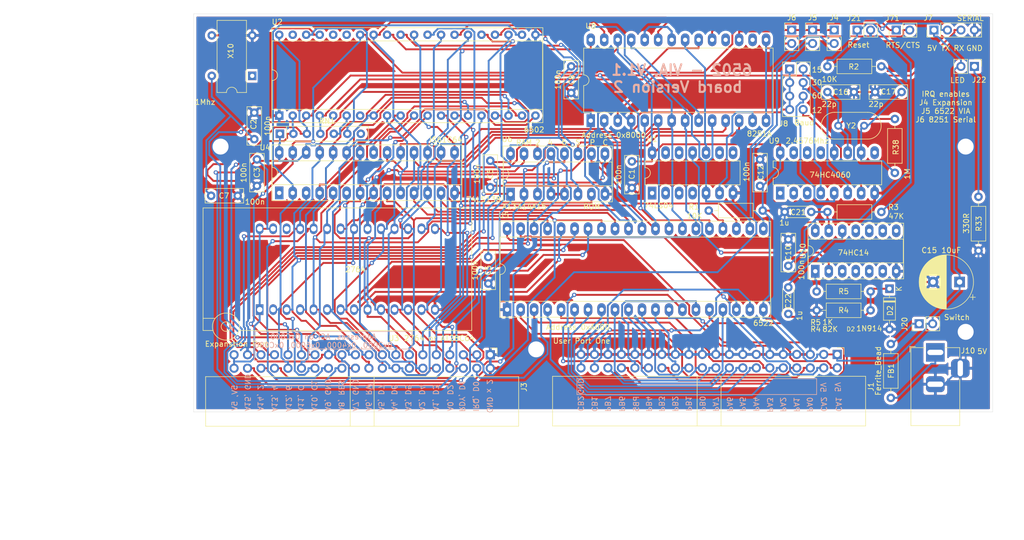
<source format=kicad_pcb>
(kicad_pcb (version 20171130) (host pcbnew "(5.1.5)-3")
  (layers (0 F.Cu signal hide) (31 B.Cu signal hide) (34 B.Paste user) (35 F.Paste user) (36 B.SilkS user) (37 F.SilkS user) (38 B.Mask user) (39 F.Mask user) (44 Edge.Cuts user))
  (net 0 "")
  (net 1 GND)
  (net 2 5V)
  (net 3 "Net-(C16-Pad1)")
  (net 4 "Net-(C17-Pad1)")
  (net 5 ~RES)
  (net 6 /CA1)
  (net 7 /CA2)
  (net 8 /CB2)
  (net 9 /CB1)
  (net 10 /PB7)
  (net 11 /PB6)
  (net 12 /PB5)
  (net 13 /PB4)
  (net 14 /PB3)
  (net 15 /PB2)
  (net 16 /PB1)
  (net 17 /PB0)
  (net 18 /PA7)
  (net 19 /PA6)
  (net 20 /PA5)
  (net 21 /PA4)
  (net 22 /PA3)
  (net 23 /PA2)
  (net 24 /PA1)
  (net 25 /PA0)
  (net 26 /A15)
  (net 27 /A14)
  (net 28 /A13)
  (net 29 /A12)
  (net 30 /A11)
  (net 31 /A10)
  (net 32 /A9)
  (net 33 /A8)
  (net 34 /A7)
  (net 35 /A6)
  (net 36 /A5)
  (net 37 /A4)
  (net 38 /A3)
  (net 39 /A2)
  (net 40 /A1)
  (net 41 /A0)
  (net 42 0x2000)
  (net 43 0x4000)
  (net 44 0x6000)
  (net 45 CLK1)
  (net 46 R~W)
  (net 47 /D7)
  (net 48 /D6)
  (net 49 /D5)
  (net 50 /D4)
  (net 51 /D3)
  (net 52 /D2)
  (net 53 /D1)
  (net 54 /D0)
  (net 55 ~IRQ)
  (net 56 "Net-(J5-Pad2)")
  (net 57 "Net-(J6-Pad2)")
  (net 58 "Net-(J7-Pad3)")
  (net 59 "Net-(J7-Pad2)")
  (net 60 ~Read)
  (net 61 CLK0)
  (net 62 ~ROM_EN)
  (net 63 ~RAM_EN)
  (net 64 ~6522_EN)
  (net 65 ~8251_EN)
  (net 66 B150)
  (net 67 B300)
  (net 68 B1200)
  (net 69 B600)
  (net 70 "Net-(J8-Pad1)")
  (net 71 "Net-(FB1-Pad2)")
  (net 72 RDY)
  (net 73 "Net-(J3-Pad4)")
  (net 74 "Net-(RN1-Pad6)")
  (net 75 "Net-(RN1-Pad5)")
  (net 76 "Net-(FB1-Pad1)")
  (net 77 "Net-(C21-Pad1)")
  (net 78 "Net-(C22-Pad2)")
  (net 79 0xC000)
  (net 80 "Net-(J21-Pad1)")
  (net 81 "Net-(J71-Pad2)")
  (net 82 "Net-(J71-Pad1)")
  (net 83 "Net-(R1-Pad1)")
  (net 84 "Net-(R5-Pad2)")
  (net 85 "Net-(U1-Pad10)")
  (net 86 "Net-(C22-Pad1)")
  (net 87 "Net-(J22-Pad1)")
  (module Connector_IDC:IDC-Header_2x20_P2.54mm_Horizontal (layer F.Cu) (at 204.788 104.966 270)
    (fp_text reference J1 (at 6.105 -6.35 90) (layer F.SilkS))
    (fp_text value "User Port One" (at -2.54 48.133 180) (layer F.SilkS))
    (pad 40 thru_hole oval (at 2.54 48.26 270) (size 1.7272 1.7272) (drill 1.016) (layers *.Cu *.Mask) (net 8 /CB2))
    (pad 39 thru_hole oval (at 0 48.26 270) (size 1.7272 1.7272) (drill 1.016) (layers *.Cu *.Mask) (net 1 GND))
    (pad 38 thru_hole oval (at 2.54 45.72 270) (size 1.7272 1.7272) (drill 1.016) (layers *.Cu *.Mask) (net 9 /CB1))
    (pad 37 thru_hole oval (at 0 45.72 270) (size 1.7272 1.7272) (drill 1.016) (layers *.Cu *.Mask) (net 1 GND))
    (pad 36 thru_hole oval (at 2.54 43.18 270) (size 1.7272 1.7272) (drill 1.016) (layers *.Cu *.Mask) (net 10 /PB7))
    (pad 35 thru_hole oval (at 0 43.18 270) (size 1.7272 1.7272) (drill 1.016) (layers *.Cu *.Mask) (net 1 GND))
    (pad 34 thru_hole oval (at 2.54 40.64 270) (size 1.7272 1.7272) (drill 1.016) (layers *.Cu *.Mask) (net 11 /PB6))
    (pad 33 thru_hole oval (at 0 40.64 270) (size 1.7272 1.7272) (drill 1.016) (layers *.Cu *.Mask) (net 1 GND))
    (pad 32 thru_hole oval (at 2.54 38.1 270) (size 1.7272 1.7272) (drill 1.016) (layers *.Cu *.Mask) (net 12 /PB5))
    (pad 31 thru_hole oval (at 0 38.1 270) (size 1.7272 1.7272) (drill 1.016) (layers *.Cu *.Mask) (net 1 GND))
    (pad 30 thru_hole oval (at 2.54 35.56 270) (size 1.7272 1.7272) (drill 1.016) (layers *.Cu *.Mask) (net 13 /PB4))
    (pad 29 thru_hole oval (at 0 35.56 270) (size 1.7272 1.7272) (drill 1.016) (layers *.Cu *.Mask) (net 1 GND))
    (pad 28 thru_hole oval (at 2.54 33.02 270) (size 1.7272 1.7272) (drill 1.016) (layers *.Cu *.Mask) (net 14 /PB3))
    (pad 27 thru_hole oval (at 0 33.02 270) (size 1.7272 1.7272) (drill 1.016) (layers *.Cu *.Mask) (net 1 GND))
    (pad 26 thru_hole oval (at 2.54 30.48 270) (size 1.7272 1.7272) (drill 1.016) (layers *.Cu *.Mask) (net 15 /PB2))
    (pad 25 thru_hole oval (at 0 30.48 270) (size 1.7272 1.7272) (drill 1.016) (layers *.Cu *.Mask) (net 1 GND))
    (pad 24 thru_hole oval (at 2.54 27.94 270) (size 1.7272 1.7272) (drill 1.016) (layers *.Cu *.Mask) (net 16 /PB1))
    (pad 23 thru_hole oval (at 0 27.94 270) (size 1.7272 1.7272) (drill 1.016) (layers *.Cu *.Mask) (net 1 GND))
    (pad 22 thru_hole oval (at 2.54 25.4 270) (size 1.7272 1.7272) (drill 1.016) (layers *.Cu *.Mask) (net 17 /PB0))
    (pad 21 thru_hole oval (at 0 25.4 270) (size 1.7272 1.7272) (drill 1.016) (layers *.Cu *.Mask) (net 1 GND))
    (pad 20 thru_hole oval (at 2.54 22.86 270) (size 1.7272 1.7272) (drill 1.016) (layers *.Cu *.Mask) (net 18 /PA7))
    (pad 19 thru_hole oval (at 0 22.86 270) (size 1.7272 1.7272) (drill 1.016) (layers *.Cu *.Mask) (net 1 GND))
    (pad 18 thru_hole oval (at 2.54 20.32 270) (size 1.7272 1.7272) (drill 1.016) (layers *.Cu *.Mask) (net 19 /PA6))
    (pad 17 thru_hole oval (at 0 20.32 270) (size 1.7272 1.7272) (drill 1.016) (layers *.Cu *.Mask) (net 1 GND))
    (pad 16 thru_hole oval (at 2.54 17.78 270) (size 1.7272 1.7272) (drill 1.016) (layers *.Cu *.Mask) (net 20 /PA5))
    (pad 15 thru_hole oval (at 0 17.78 270) (size 1.7272 1.7272) (drill 1.016) (layers *.Cu *.Mask) (net 1 GND))
    (pad 14 thru_hole oval (at 2.54 15.24 270) (size 1.7272 1.7272) (drill 1.016) (layers *.Cu *.Mask) (net 21 /PA4))
    (pad 13 thru_hole oval (at 0 15.24 270) (size 1.7272 1.7272) (drill 1.016) (layers *.Cu *.Mask) (net 1 GND))
    (pad 12 thru_hole oval (at 2.54 12.7 270) (size 1.7272 1.7272) (drill 1.016) (layers *.Cu *.Mask) (net 22 /PA3))
    (pad 11 thru_hole oval (at 0 12.7 270) (size 1.7272 1.7272) (drill 1.016) (layers *.Cu *.Mask) (net 1 GND))
    (pad 10 thru_hole oval (at 2.54 10.16 270) (size 1.7272 1.7272) (drill 1.016) (layers *.Cu *.Mask) (net 23 /PA2))
    (pad 9 thru_hole oval (at 0 10.16 270) (size 1.7272 1.7272) (drill 1.016) (layers *.Cu *.Mask) (net 1 GND))
    (pad 8 thru_hole oval (at 2.54 7.62 270) (size 1.7272 1.7272) (drill 1.016) (layers *.Cu *.Mask) (net 24 /PA1))
    (pad 7 thru_hole oval (at 0 7.62 270) (size 1.7272 1.7272) (drill 1.016) (layers *.Cu *.Mask) (net 1 GND))
    (pad 6 thru_hole oval (at 2.54 5.08 270) (size 1.7272 1.7272) (drill 1.016) (layers *.Cu *.Mask) (net 25 /PA0))
    (pad 5 thru_hole oval (at 0 5.08 270) (size 1.7272 1.7272) (drill 1.016) (layers *.Cu *.Mask) (net 1 GND))
    (pad 4 thru_hole oval (at 2.54 2.54 270) (size 1.7272 1.7272) (drill 1.016) (layers *.Cu *.Mask) (net 7 /CA2))
    (pad 3 thru_hole oval (at 0 2.54 270) (size 1.7272 1.7272) (drill 1.016) (layers *.Cu *.Mask) (net 2 5V))
    (pad 2 thru_hole oval (at 2.54 0 270) (size 1.7272 1.7272) (drill 1.016) (layers *.Cu *.Mask) (net 6 /CA1))
    (pad 1 thru_hole rect (at 0 0 270) (size 1.7272 1.7272) (drill 1.016) (layers *.Cu *.Mask) (net 2 5V))
  )
  (module Resistor_THT:R_Axial_DIN0207_L6.3mm_D2.5mm_P10.16mm_Horizontal (layer F.Cu) (at 231.394 85.4075 90)
    (fp_text reference R33 (at 5.08 0.0635 90) (layer F.SilkS))
    (fp_text value 330R (at 5.1435 -2.286 90) (layer F.SilkS))
    (pad 2 thru_hole oval (at 10.16 0 90) (size 1.6 1.6) (drill 0.8) (layers *.Cu *.Mask) (net 87 "Net-(J22-Pad1)"))
    (pad 1 thru_hole circle (at 0 0 90) (size 1.6 1.6) (drill 0.8) (layers *.Cu *.Mask) (net 1 GND))
  )
  (module Capacitor_THT:C_Disc_D4.3mm_W1.9mm_P5.00mm (layer F.Cu) (at 195.58 92.329 270)
    (fp_text reference C22 (at 2.6035 0 90) (layer F.SilkS))
    (fp_text value 1u (at 5.334 -2.0955 90) (layer F.SilkS))
    (pad 2 thru_hole circle (at 5 0 270) (size 1.6 1.6) (drill 0.8) (layers *.Cu *.Mask) (net 78 "Net-(C22-Pad2)"))
    (pad 1 thru_hole circle (at 0 0 270) (size 1.6 1.6) (drill 0.8) (layers *.Cu *.Mask) (net 86 "Net-(C22-Pad1)"))
  )
  (module Package_DIP:DIP-14_W7.62mm_Socket_LongPads (layer F.Cu) (at 200.66 89.281 90)
    (fp_text reference U10 (at 3.81 -2.33 90) (layer F.SilkS))
    (fp_text value 74HC14 (at 3.4925 7.1755 180) (layer F.SilkS))
    (pad 14 thru_hole oval (at 7.62 0 90) (size 2.4 1.6) (drill 0.8) (layers *.Cu *.Mask) (net 2 5V))
    (pad 7 thru_hole oval (at 0 15.24 90) (size 2.4 1.6) (drill 0.8) (layers *.Cu *.Mask) (net 1 GND))
    (pad 13 thru_hole oval (at 7.62 2.54 90) (size 2.4 1.6) (drill 0.8) (layers *.Cu *.Mask) (net 77 "Net-(C21-Pad1)"))
    (pad 6 thru_hole oval (at 0 12.7 90) (size 2.4 1.6) (drill 0.8) (layers *.Cu *.Mask))
    (pad 12 thru_hole oval (at 7.62 5.08 90) (size 2.4 1.6) (drill 0.8) (layers *.Cu *.Mask) (net 86 "Net-(C22-Pad1)"))
    (pad 5 thru_hole oval (at 0 10.16 90) (size 2.4 1.6) (drill 0.8) (layers *.Cu *.Mask))
    (pad 11 thru_hole oval (at 7.62 7.62 90) (size 2.4 1.6) (drill 0.8) (layers *.Cu *.Mask))
    (pad 4 thru_hole oval (at 0 7.62 90) (size 2.4 1.6) (drill 0.8) (layers *.Cu *.Mask))
    (pad 10 thru_hole oval (at 7.62 10.16 90) (size 2.4 1.6) (drill 0.8) (layers *.Cu *.Mask))
    (pad 3 thru_hole oval (at 0 5.08 90) (size 2.4 1.6) (drill 0.8) (layers *.Cu *.Mask))
    (pad 9 thru_hole oval (at 7.62 12.7 90) (size 2.4 1.6) (drill 0.8) (layers *.Cu *.Mask))
    (pad 2 thru_hole oval (at 0 2.54 90) (size 2.4 1.6) (drill 0.8) (layers *.Cu *.Mask) (net 5 ~RES))
    (pad 8 thru_hole oval (at 7.62 15.24 90) (size 2.4 1.6) (drill 0.8) (layers *.Cu *.Mask))
    (pad 1 thru_hole rect (at 0 0 90) (size 2.4 1.6) (drill 0.8) (layers *.Cu *.Mask) (net 84 "Net-(R5-Pad2)"))
  )
  (module Package_DIP:DIP-14_W7.62mm_LongPads (layer F.Cu) (at 169.926 74.549 90)
    (fp_text reference U1 (at 10.16 0 180) (layer F.SilkS))
    (fp_text value 74LS04 (at -2.3495 1.2065 180) (layer F.SilkS))
    (pad 14 thru_hole oval (at 7.62 0 90) (size 2.4 1.6) (drill 0.8) (layers *.Cu *.Mask) (net 2 5V))
    (pad 7 thru_hole oval (at 0 15.24 90) (size 2.4 1.6) (drill 0.8) (layers *.Cu *.Mask) (net 1 GND))
    (pad 13 thru_hole oval (at 7.62 2.54 90) (size 2.4 1.6) (drill 0.8) (layers *.Cu *.Mask))
    (pad 6 thru_hole oval (at 0 12.7 90) (size 2.4 1.6) (drill 0.8) (layers *.Cu *.Mask) (net 60 ~Read))
    (pad 12 thru_hole oval (at 7.62 5.08 90) (size 2.4 1.6) (drill 0.8) (layers *.Cu *.Mask))
    (pad 5 thru_hole oval (at 0 10.16 90) (size 2.4 1.6) (drill 0.8) (layers *.Cu *.Mask) (net 46 R~W))
    (pad 11 thru_hole oval (at 7.62 7.62 90) (size 2.4 1.6) (drill 0.8) (layers *.Cu *.Mask) (net 5 ~RES))
    (pad 4 thru_hole oval (at 0 7.62 90) (size 2.4 1.6) (drill 0.8) (layers *.Cu *.Mask))
    (pad 10 thru_hole oval (at 7.62 10.16 90) (size 2.4 1.6) (drill 0.8) (layers *.Cu *.Mask) (net 85 "Net-(U1-Pad10)"))
    (pad 3 thru_hole oval (at 0 5.08 90) (size 2.4 1.6) (drill 0.8) (layers *.Cu *.Mask))
    (pad 9 thru_hole oval (at 7.62 12.7 90) (size 2.4 1.6) (drill 0.8) (layers *.Cu *.Mask))
    (pad 2 thru_hole oval (at 0 2.54 90) (size 2.4 1.6) (drill 0.8) (layers *.Cu *.Mask))
    (pad 8 thru_hole oval (at 7.62 15.24 90) (size 2.4 1.6) (drill 0.8) (layers *.Cu *.Mask))
    (pad 1 thru_hole rect (at 0 0 90) (size 2.4 1.6) (drill 0.8) (layers *.Cu *.Mask))
  )
  (module Resistor_THT:R_Array_SIP7 (layer F.Cu) (at 99.822 63.373)
    (fp_text reference RN1 (at 8.89 -2.4) (layer F.SilkS))
    (fp_text value 10K)
    (pad 7 thru_hole oval (at 15.24 0) (size 1.6 1.6) (drill 0.8) (layers *.Cu *.Mask))
    (pad 6 thru_hole oval (at 12.7 0) (size 1.6 1.6) (drill 0.8) (layers *.Cu *.Mask) (net 74 "Net-(RN1-Pad6)"))
    (pad 5 thru_hole oval (at 10.16 0) (size 1.6 1.6) (drill 0.8) (layers *.Cu *.Mask) (net 75 "Net-(RN1-Pad5)"))
    (pad 4 thru_hole oval (at 7.62 0) (size 1.6 1.6) (drill 0.8) (layers *.Cu *.Mask) (net 55 ~IRQ))
    (pad 3 thru_hole oval (at 5.08 0) (size 1.6 1.6) (drill 0.8) (layers *.Cu *.Mask) (net 5 ~RES))
    (pad 2 thru_hole oval (at 2.54 0) (size 1.6 1.6) (drill 0.8) (layers *.Cu *.Mask) (net 72 RDY))
    (pad 1 thru_hole rect (at 0 0) (size 1.6 1.6) (drill 0.8) (layers *.Cu *.Mask) (net 2 5V))
  )
  (module Resistor_THT:R_Axial_DIN0207_L6.3mm_D2.5mm_P10.16mm_Horizontal (layer F.Cu) (at 211.074 93.091 180)
    (fp_text reference R5 (at 10.3505 -5.842) (layer F.SilkS))
    (fp_text value 1K (at 8.0645 -5.7785) (layer F.SilkS))
    (fp_text user %R (at 5.08 0) (layer F.SilkS))
    (pad 2 thru_hole oval (at 10.16 0 180) (size 1.6 1.6) (drill 0.8) (layers *.Cu *.Mask) (net 84 "Net-(R5-Pad2)"))
    (pad 1 thru_hole circle (at 0 0 180) (size 1.6 1.6) (drill 0.8) (layers *.Cu *.Mask) (net 78 "Net-(C22-Pad2)"))
  )
  (module Resistor_THT:R_Axial_DIN0207_L6.3mm_D2.5mm_P10.16mm_Horizontal (layer F.Cu) (at 211.074 96.647 180)
    (fp_text reference R4 (at 10.3505 -3.556) (layer F.SilkS))
    (fp_text value 82K (at 7.62 -3.556) (layer F.SilkS))
    (fp_text user %R (at 5.08 0) (layer F.SilkS))
    (pad 2 thru_hole oval (at 10.16 0 180) (size 1.6 1.6) (drill 0.8) (layers *.Cu *.Mask) (net 1 GND))
    (pad 1 thru_hole circle (at 0 0 180) (size 1.6 1.6) (drill 0.8) (layers *.Cu *.Mask) (net 78 "Net-(C22-Pad2)"))
  )
  (module Resistor_THT:R_Axial_DIN0207_L6.3mm_D2.5mm_P10.16mm_Horizontal (layer F.Cu) (at 213.106 78.105 180)
    (fp_text reference R3 (at -2.286 0.889) (layer F.SilkS))
    (fp_text value 47K (at -2.794 -0.8255) (layer F.SilkS))
    (pad 2 thru_hole oval (at 10.16 0 180) (size 1.6 1.6) (drill 0.8) (layers *.Cu *.Mask) (net 77 "Net-(C21-Pad1)"))
    (pad 1 thru_hole circle (at 0 0 180) (size 1.6 1.6) (drill 0.8) (layers *.Cu *.Mask) (net 80 "Net-(J21-Pad1)"))
  )
  (module Resistor_THT:R_Axial_DIN0207_L6.3mm_D2.5mm_P10.16mm_Horizontal (layer F.Cu) (at 213.106 50.673 180)
    (fp_text reference R2 (at 5.207 -0.0635) (layer F.SilkS))
    (fp_text value 10K (at 9.779 -2.413) (layer F.SilkS))
    (pad 2 thru_hole oval (at 10.16 0 180) (size 1.6 1.6) (drill 0.8) (layers *.Cu *.Mask) (net 80 "Net-(J21-Pad1)"))
    (pad 1 thru_hole circle (at 0 0 180) (size 1.6 1.6) (drill 0.8) (layers *.Cu *.Mask) (net 2 5V))
  )
  (module Connector_PinHeader_2.54mm:PinHeader_1x02_P2.54mm_Vertical (layer F.Cu) (at 215.9 43.815 90)
    (fp_text reference J71 (at 2.2225 -0.6985 180) (layer F.SilkS))
    (fp_text value RTS/CTS (at -2.8575 1.27 180) (layer F.SilkS))
    (pad 2 thru_hole oval (at 0 2.54 90) (size 1.7 1.7) (drill 1) (layers *.Cu *.Mask) (net 81 "Net-(J71-Pad2)"))
    (pad 1 thru_hole rect (at 0 0 90) (size 1.7 1.7) (drill 1) (layers *.Cu *.Mask) (net 82 "Net-(J71-Pad1)"))
  )
  (module Connector_PinHeader_2.54mm:PinHeader_1x02_P2.54mm_Vertical (layer F.Cu) (at 230.632 50.673 270)
    (fp_text reference J22 (at 2.54 -0.889 180) (layer F.SilkS))
    (fp_text value LED (at 2.6035 3.175 180) (layer F.SilkS))
    (pad 2 thru_hole oval (at 0 2.54 270) (size 1.7 1.7) (drill 1) (layers *.Cu *.Mask) (net 2 5V))
    (pad 1 thru_hole rect (at 0 0 270) (size 1.7 1.7) (drill 1) (layers *.Cu *.Mask) (net 87 "Net-(J22-Pad1)"))
  )
  (module Diode_THT:D_DO-35_SOD27_P7.62mm_Horizontal (layer F.Cu) (at 214.63 92.583 270)
    (fp_text reference D2 (at 4.1275 -0.127 90) (layer F.SilkS))
    (fp_text value 1N914 (at 7.493 3.81 180) (layer F.SilkS))
    (fp_text user K (at 0 -1.8 90) (layer F.SilkS))
    (fp_text user %R (at 7.62 7.3025 180) (layer F.SilkS) (effects (font (size 0.8 0.8) (thickness 0.12))))
    (pad 2 thru_hole oval (at 7.62 0 270) (size 1.6 1.6) (drill 0.8) (layers *.Cu *.Mask) (net 1 GND))
    (pad 1 thru_hole rect (at 0 0 270) (size 1.6 1.6) (drill 0.8) (layers *.Cu *.Mask) (net 78 "Net-(C22-Pad2)"))
  )
  (module Capacitor_THT:C_Disc_D4.3mm_W1.9mm_P5.00mm (layer F.Cu) (at 199.898 78.105 180)
    (fp_text reference C21 (at 2.4765 -0.0635) (layer F.SilkS))
    (fp_text value 1u (at 5.08 -2.032) (layer F.SilkS))
    (pad 2 thru_hole circle (at 5 0 180) (size 1.6 1.6) (drill 0.8) (layers *.Cu *.Mask) (net 1 GND))
    (pad 1 thru_hole circle (at 0 0 180) (size 1.6 1.6) (drill 0.8) (layers *.Cu *.Mask) (net 77 "Net-(C21-Pad1)"))
  )
  (module Capacitor_THT:C_Rect_L7.0mm_W2.5mm_P5.00mm (layer F.Cu) (at 195.58 88.265 90)
    (fp_text reference C10 (at 2.413 0 90) (layer F.SilkS))
    (fp_text value 100n (at -0.762 2.4765 90) (layer F.SilkS))
    (pad 2 thru_hole circle (at 5 0 90) (size 1.6 1.6) (drill 0.8) (layers *.Cu *.Mask) (net 1 GND))
    (pad 1 thru_hole circle (at 0 0 90) (size 1.6 1.6) (drill 0.8) (layers *.Cu *.Mask) (net 2 5V))
  )
  (module Connector_PinHeader_2.54mm:PinHeader_1x02_P2.54mm_Vertical (layer F.Cu) (at 208.534 43.815 90)
    (fp_text reference J21 (at 2.2225 -0.5715 180) (layer F.SilkS))
    (fp_text value Reset (at -2.794 0.254 180) (layer F.SilkS))
    (pad 2 thru_hole oval (at 0 2.54 90) (size 1.7 1.7) (drill 1) (layers *.Cu *.Mask) (net 1 GND))
    (pad 1 thru_hole rect (at 0 0 90) (size 1.7 1.7) (drill 1) (layers *.Cu *.Mask) (net 80 "Net-(J21-Pad1)"))
  )
  (module Connector_PinHeader_2.54mm:PinHeader_1x02_P2.54mm_Vertical (layer F.Cu) (at 220.218 99.187 90)
    (fp_text reference J20 (at -0.0635 -2.7305 90) (layer F.SilkS))
    (fp_text value Switch (at 1.2065 7.112) (layer F.SilkS))
    (pad 2 thru_hole oval (at 0 2.54 90) (size 1.7 1.7) (drill 1) (layers *.Cu *.Mask) (net 2 5V))
    (pad 1 thru_hole rect (at 0 0 90) (size 1.7 1.7) (drill 1) (layers *.Cu *.Mask) (net 76 "Net-(FB1-Pad1)"))
  )
  (module Socket:DIP_Socket-28_W11.9_W12.7_W15.24_W17.78_W18.5_3M_228-1277-00-0602J (layer F.Cu) (at 96.012 96.52 90)
    (fp_text reference U3 (at -5.3975 25.273 180) (layer F.SilkS))
    (fp_text value 2764 (at 7.5565 18.034 180) (layer F.SilkS))
    (pad 15 thru_hole oval (at 15.24 33.02 90) (size 2 1.44) (drill 1) (layers *.Cu *.Mask) (net 51 /D3))
    (pad 14 thru_hole oval (at 0 33.02 90) (size 2 1.44) (drill 1) (layers *.Cu *.Mask) (net 1 GND))
    (pad 16 thru_hole oval (at 15.24 30.48 90) (size 2 1.44) (drill 1) (layers *.Cu *.Mask) (net 50 /D4))
    (pad 13 thru_hole oval (at 0 30.48 90) (size 2 1.44) (drill 1) (layers *.Cu *.Mask) (net 52 /D2))
    (pad 17 thru_hole oval (at 15.24 27.94 90) (size 2 1.44) (drill 1) (layers *.Cu *.Mask) (net 49 /D5))
    (pad 12 thru_hole oval (at 0 27.94 90) (size 2 1.44) (drill 1) (layers *.Cu *.Mask) (net 53 /D1))
    (pad 18 thru_hole oval (at 15.24 25.4 90) (size 2 1.44) (drill 1) (layers *.Cu *.Mask) (net 48 /D6))
    (pad 11 thru_hole oval (at 0 25.4 90) (size 2 1.44) (drill 1) (layers *.Cu *.Mask) (net 54 /D0))
    (pad 19 thru_hole oval (at 15.24 22.86 90) (size 2 1.44) (drill 1) (layers *.Cu *.Mask) (net 47 /D7))
    (pad 10 thru_hole oval (at 0 22.86 90) (size 2 1.44) (drill 1) (layers *.Cu *.Mask) (net 41 /A0))
    (pad 20 thru_hole oval (at 15.24 20.32 90) (size 2 1.44) (drill 1) (layers *.Cu *.Mask) (net 1 GND))
    (pad 9 thru_hole oval (at 0 20.32 90) (size 2 1.44) (drill 1) (layers *.Cu *.Mask) (net 40 /A1))
    (pad 21 thru_hole oval (at 15.24 17.78 90) (size 2 1.44) (drill 1) (layers *.Cu *.Mask) (net 31 /A10))
    (pad 8 thru_hole oval (at 0 17.78 90) (size 2 1.44) (drill 1) (layers *.Cu *.Mask) (net 39 /A2))
    (pad 22 thru_hole oval (at 15.24 15.24 90) (size 2 1.44) (drill 1) (layers *.Cu *.Mask) (net 62 ~ROM_EN))
    (pad 7 thru_hole oval (at 0 15.24 90) (size 2 1.44) (drill 1) (layers *.Cu *.Mask) (net 38 /A3))
    (pad 23 thru_hole oval (at 15.24 12.7 90) (size 2 1.44) (drill 1) (layers *.Cu *.Mask) (net 30 /A11))
    (pad 6 thru_hole oval (at 0 12.7 90) (size 2 1.44) (drill 1) (layers *.Cu *.Mask) (net 37 /A4))
    (pad 24 thru_hole oval (at 15.24 10.16 90) (size 2 1.44) (drill 1) (layers *.Cu *.Mask) (net 32 /A9))
    (pad 5 thru_hole oval (at 0 10.16 90) (size 2 1.44) (drill 1) (layers *.Cu *.Mask) (net 36 /A5))
    (pad 25 thru_hole oval (at 15.24 7.62 90) (size 2 1.44) (drill 1) (layers *.Cu *.Mask) (net 33 /A8))
    (pad 4 thru_hole oval (at 0 7.62 90) (size 2 1.44) (drill 1) (layers *.Cu *.Mask) (net 35 /A6))
    (pad 26 thru_hole oval (at 15.24 5.08 90) (size 2 1.44) (drill 1) (layers *.Cu *.Mask))
    (pad 3 thru_hole oval (at 0 5.08 90) (size 2 1.44) (drill 1) (layers *.Cu *.Mask) (net 34 /A7))
    (pad 27 thru_hole oval (at 15.24 2.54 90) (size 2 1.44) (drill 1) (layers *.Cu *.Mask) (net 2 5V))
    (pad 2 thru_hole oval (at 0 2.54 90) (size 2 1.44) (drill 1) (layers *.Cu *.Mask) (net 29 /A12))
    (pad 28 thru_hole oval (at 15.24 0 90) (size 2 1.44) (drill 1) (layers *.Cu *.Mask) (net 2 5V))
    (pad 1 thru_hole rect (at 0 0 90) (size 2 1.44) (drill 1) (layers *.Cu *.Mask) (net 2 5V))
  )
  (module Connector_IDC:IDC-Header_2x20_P2.54mm_Horizontal (layer F.Cu) (at 139.446 105.029 270)
    (fp_text reference J3 (at 6.105 -6.35 90) (layer F.SilkS))
    (fp_text value "Expanstion Port" (at -2.032 47.752 180) (layer F.SilkS))
    (pad 40 thru_hole oval (at 2.54 48.26 270) (size 1.7272 1.7272) (drill 1.016) (layers *.Cu *.Mask) (net 2 5V))
    (pad 39 thru_hole oval (at 0 48.26 270) (size 1.7272 1.7272) (drill 1.016) (layers *.Cu *.Mask) (net 2 5V))
    (pad 38 thru_hole oval (at 2.54 45.72 270) (size 1.7272 1.7272) (drill 1.016) (layers *.Cu *.Mask) (net 26 /A15))
    (pad 37 thru_hole oval (at 0 45.72 270) (size 1.7272 1.7272) (drill 1.016) (layers *.Cu *.Mask) (net 1 GND))
    (pad 36 thru_hole oval (at 2.54 43.18 270) (size 1.7272 1.7272) (drill 1.016) (layers *.Cu *.Mask) (net 27 /A14))
    (pad 35 thru_hole oval (at 0 43.18 270) (size 1.7272 1.7272) (drill 1.016) (layers *.Cu *.Mask) (net 42 0x2000))
    (pad 34 thru_hole oval (at 2.54 40.64 270) (size 1.7272 1.7272) (drill 1.016) (layers *.Cu *.Mask) (net 28 /A13))
    (pad 33 thru_hole oval (at 0 40.64 270) (size 1.7272 1.7272) (drill 1.016) (layers *.Cu *.Mask) (net 43 0x4000))
    (pad 32 thru_hole oval (at 2.54 38.1 270) (size 1.7272 1.7272) (drill 1.016) (layers *.Cu *.Mask) (net 29 /A12))
    (pad 31 thru_hole oval (at 0 38.1 270) (size 1.7272 1.7272) (drill 1.016) (layers *.Cu *.Mask) (net 44 0x6000))
    (pad 30 thru_hole oval (at 2.54 35.56 270) (size 1.7272 1.7272) (drill 1.016) (layers *.Cu *.Mask) (net 30 /A11))
    (pad 29 thru_hole oval (at 0 35.56 270) (size 1.7272 1.7272) (drill 1.016) (layers *.Cu *.Mask) (net 79 0xC000))
    (pad 28 thru_hole oval (at 2.54 33.02 270) (size 1.7272 1.7272) (drill 1.016) (layers *.Cu *.Mask) (net 31 /A10))
    (pad 27 thru_hole oval (at 0 33.02 270) (size 1.7272 1.7272) (drill 1.016) (layers *.Cu *.Mask) (net 45 CLK1))
    (pad 26 thru_hole oval (at 2.54 30.48 270) (size 1.7272 1.7272) (drill 1.016) (layers *.Cu *.Mask) (net 32 /A9))
    (pad 25 thru_hole oval (at 0 30.48 270) (size 1.7272 1.7272) (drill 1.016) (layers *.Cu *.Mask) (net 1 GND))
    (pad 24 thru_hole oval (at 2.54 27.94 270) (size 1.7272 1.7272) (drill 1.016) (layers *.Cu *.Mask) (net 33 /A8))
    (pad 23 thru_hole oval (at 0 27.94 270) (size 1.7272 1.7272) (drill 1.016) (layers *.Cu *.Mask) (net 5 ~RES))
    (pad 22 thru_hole oval (at 2.54 25.4 270) (size 1.7272 1.7272) (drill 1.016) (layers *.Cu *.Mask) (net 34 /A7))
    (pad 21 thru_hole oval (at 0 25.4 270) (size 1.7272 1.7272) (drill 1.016) (layers *.Cu *.Mask) (net 1 GND))
    (pad 20 thru_hole oval (at 2.54 22.86 270) (size 1.7272 1.7272) (drill 1.016) (layers *.Cu *.Mask) (net 35 /A6))
    (pad 19 thru_hole oval (at 0 22.86 270) (size 1.7272 1.7272) (drill 1.016) (layers *.Cu *.Mask) (net 46 R~W))
    (pad 18 thru_hole oval (at 2.54 20.32 270) (size 1.7272 1.7272) (drill 1.016) (layers *.Cu *.Mask) (net 36 /A5))
    (pad 17 thru_hole oval (at 0 20.32 270) (size 1.7272 1.7272) (drill 1.016) (layers *.Cu *.Mask) (net 47 /D7))
    (pad 16 thru_hole oval (at 2.54 17.78 270) (size 1.7272 1.7272) (drill 1.016) (layers *.Cu *.Mask) (net 37 /A4))
    (pad 15 thru_hole oval (at 0 17.78 270) (size 1.7272 1.7272) (drill 1.016) (layers *.Cu *.Mask) (net 48 /D6))
    (pad 14 thru_hole oval (at 2.54 15.24 270) (size 1.7272 1.7272) (drill 1.016) (layers *.Cu *.Mask) (net 38 /A3))
    (pad 13 thru_hole oval (at 0 15.24 270) (size 1.7272 1.7272) (drill 1.016) (layers *.Cu *.Mask) (net 49 /D5))
    (pad 12 thru_hole oval (at 2.54 12.7 270) (size 1.7272 1.7272) (drill 1.016) (layers *.Cu *.Mask) (net 39 /A2))
    (pad 11 thru_hole oval (at 0 12.7 270) (size 1.7272 1.7272) (drill 1.016) (layers *.Cu *.Mask) (net 50 /D4))
    (pad 10 thru_hole oval (at 2.54 10.16 270) (size 1.7272 1.7272) (drill 1.016) (layers *.Cu *.Mask) (net 40 /A1))
    (pad 9 thru_hole oval (at 0 10.16 270) (size 1.7272 1.7272) (drill 1.016) (layers *.Cu *.Mask) (net 51 /D3))
    (pad 8 thru_hole oval (at 2.54 7.62 270) (size 1.7272 1.7272) (drill 1.016) (layers *.Cu *.Mask) (net 41 /A0))
    (pad 7 thru_hole oval (at 0 7.62 270) (size 1.7272 1.7272) (drill 1.016) (layers *.Cu *.Mask) (net 52 /D2))
    (pad 6 thru_hole oval (at 2.54 5.08 270) (size 1.7272 1.7272) (drill 1.016) (layers *.Cu *.Mask) (net 72 RDY))
    (pad 5 thru_hole oval (at 0 5.08 270) (size 1.7272 1.7272) (drill 1.016) (layers *.Cu *.Mask) (net 53 /D1))
    (pad 4 thru_hole oval (at 2.54 2.54 270) (size 1.7272 1.7272) (drill 1.016) (layers *.Cu *.Mask) (net 73 "Net-(J3-Pad4)"))
    (pad 3 thru_hole oval (at 0 2.54 270) (size 1.7272 1.7272) (drill 1.016) (layers *.Cu *.Mask) (net 54 /D0))
    (pad 2 thru_hole oval (at 2.54 0 270) (size 1.7272 1.7272) (drill 1.016) (layers *.Cu *.Mask) (net 1 GND))
    (pad 1 thru_hole rect (at 0 0 270) (size 1.7272 1.7272) (drill 1.016) (layers *.Cu *.Mask) (net 1 GND))
  )
  (module Resistor_THT:R_Axial_DIN0207_L6.3mm_D2.5mm_P10.16mm_Horizontal (layer F.Cu) (at 214.884 102.997 270)
    (fp_text reference FB1 (at 5.08 -0.051 90) (layer F.SilkS))
    (fp_text value Ferrite_Bead (at 5.08 2.37 90) (layer F.SilkS))
    (pad 2 thru_hole oval (at 10.16 0 270) (size 1.6 1.6) (drill 0.8) (layers *.Cu *.Mask) (net 71 "Net-(FB1-Pad2)"))
    (pad 1 thru_hole circle (at 0 0 270) (size 1.6 1.6) (drill 0.8) (layers *.Cu *.Mask) (net 76 "Net-(FB1-Pad1)"))
  )
  (module Oscillator:Oscillator_SeikoEpson_SG-8002DC (layer F.Cu) (at 94.615 52.451 180)
    (fp_text reference X10 (at 4.064 4.699 270) (layer F.SilkS))
    (fp_text value SG-531)
    (pad 8 thru_hole oval (at 7.62 0 180) (size 1.6 1.6) (drill 0.8) (layers *.Cu *.Mask) (net 2 5V))
    (pad 4 thru_hole oval (at 0 7.62 180) (size 1.6 1.6) (drill 0.8) (layers *.Cu *.Mask) (net 1 GND))
    (pad 5 thru_hole oval (at 7.62 7.62 180) (size 1.6 1.6) (drill 0.8) (layers *.Cu *.Mask) (net 61 CLK0))
    (pad 1 thru_hole rect (at 0 0 180) (size 1.6 1.6) (drill 0.8) (layers *.Cu *.Mask))
  )
  (module Connector_BarrelJack:BarrelJack_Horizontal (layer F.Cu) (at 223.266 104.585 90)
    (fp_text reference J10 (at 0.318 6.1595 180) (layer F.SilkS))
    (fp_text value 5V (at 0.191 8.8265 180) (layer F.SilkS))
    (pad 3 thru_hole roundrect (at -3 4.7 90) (size 3.5 3.5) (drill oval 3 1) (layers *.Cu *.Mask) (net 1 GND))
    (pad 2 thru_hole roundrect (at -6 0 90) (size 3 3.5) (drill oval 1 3) (layers *.Cu *.Mask) (net 1 GND))
    (pad 1 thru_hole rect (at 0 0 90) (size 3.5 3.5) (drill oval 1 3) (layers *.Cu *.Mask) (net 71 "Net-(FB1-Pad2)"))
  )
  (module Connector_PinHeader_2.54mm:PinHeader_2x04_P2.54mm_Vertical (layer F.Cu) (at 195.834 51.181)
    (fp_text reference J8 (at -1.143 10.287) (layer F.SilkS))
    (fp_text value Baud (at 2.7305 10.0965) (layer F.SilkS))
    (pad 8 thru_hole oval (at 2.54 7.62) (size 1.7 1.7) (drill 1) (layers *.Cu *.Mask) (net 68 B1200))
    (pad 7 thru_hole oval (at 0 7.62) (size 1.7 1.7) (drill 1) (layers *.Cu *.Mask) (net 70 "Net-(J8-Pad1)"))
    (pad 6 thru_hole oval (at 2.54 5.08) (size 1.7 1.7) (drill 1) (layers *.Cu *.Mask) (net 69 B600))
    (pad 5 thru_hole oval (at 0 5.08) (size 1.7 1.7) (drill 1) (layers *.Cu *.Mask) (net 70 "Net-(J8-Pad1)"))
    (pad 4 thru_hole oval (at 2.54 2.54) (size 1.7 1.7) (drill 1) (layers *.Cu *.Mask) (net 67 B300))
    (pad 3 thru_hole oval (at 0 2.54) (size 1.7 1.7) (drill 1) (layers *.Cu *.Mask) (net 70 "Net-(J8-Pad1)"))
    (pad 2 thru_hole oval (at 2.54 0) (size 1.7 1.7) (drill 1) (layers *.Cu *.Mask) (net 66 B150))
    (pad 1 thru_hole rect (at 0 0) (size 1.7 1.7) (drill 1) (layers *.Cu *.Mask) (net 70 "Net-(J8-Pad1)"))
  )
  (module Crystal:Crystal_HC49-U_Vertical (layer F.Cu) (at 204.978 61.849)
    (fp_text reference Y2 (at 2.44 0) (layer F.SilkS))
    (fp_text value 2.4576Mhz (at -5.842 2.8575) (layer F.SilkS))
    (pad 2 thru_hole circle (at 4.88 0) (size 1.5 1.5) (drill 0.8) (layers *.Cu *.Mask) (net 4 "Net-(C17-Pad1)"))
    (pad 1 thru_hole circle (at 0 0) (size 1.5 1.5) (drill 0.8) (layers *.Cu *.Mask) (net 3 "Net-(C16-Pad1)"))
  )
  (module Package_DIP:DIP-16_W7.62mm_LongPads (layer F.Cu) (at 194.056 74.549 90)
    (fp_text reference U9 (at 9.8425 -1.143 180) (layer F.SilkS))
    (fp_text value 74HC4060 (at 3.429 9.398 180) (layer F.SilkS))
    (pad 16 thru_hole oval (at 7.62 0 90) (size 2.4 1.6) (drill 0.8) (layers *.Cu *.Mask) (net 2 5V))
    (pad 8 thru_hole oval (at 0 17.78 90) (size 2.4 1.6) (drill 0.8) (layers *.Cu *.Mask) (net 1 GND))
    (pad 15 thru_hole oval (at 7.62 2.54 90) (size 2.4 1.6) (drill 0.8) (layers *.Cu *.Mask))
    (pad 7 thru_hole oval (at 0 15.24 90) (size 2.4 1.6) (drill 0.8) (layers *.Cu *.Mask) (net 68 B1200))
    (pad 14 thru_hole oval (at 7.62 5.08 90) (size 2.4 1.6) (drill 0.8) (layers *.Cu *.Mask))
    (pad 6 thru_hole oval (at 0 12.7 90) (size 2.4 1.6) (drill 0.8) (layers *.Cu *.Mask) (net 66 B150))
    (pad 13 thru_hole oval (at 7.62 7.62 90) (size 2.4 1.6) (drill 0.8) (layers *.Cu *.Mask))
    (pad 5 thru_hole oval (at 0 10.16 90) (size 2.4 1.6) (drill 0.8) (layers *.Cu *.Mask) (net 69 B600))
    (pad 12 thru_hole oval (at 7.62 10.16 90) (size 2.4 1.6) (drill 0.8) (layers *.Cu *.Mask) (net 1 GND))
    (pad 4 thru_hole oval (at 0 7.62 90) (size 2.4 1.6) (drill 0.8) (layers *.Cu *.Mask) (net 67 B300))
    (pad 11 thru_hole oval (at 7.62 12.7 90) (size 2.4 1.6) (drill 0.8) (layers *.Cu *.Mask) (net 3 "Net-(C16-Pad1)"))
    (pad 3 thru_hole oval (at 0 5.08 90) (size 2.4 1.6) (drill 0.8) (layers *.Cu *.Mask))
    (pad 10 thru_hole oval (at 7.62 15.24 90) (size 2.4 1.6) (drill 0.8) (layers *.Cu *.Mask) (net 4 "Net-(C17-Pad1)"))
    (pad 2 thru_hole oval (at 0 2.54 90) (size 2.4 1.6) (drill 0.8) (layers *.Cu *.Mask))
    (pad 9 thru_hole oval (at 7.62 17.78 90) (size 2.4 1.6) (drill 0.8) (layers *.Cu *.Mask))
    (pad 1 thru_hole rect (at 0 0 90) (size 2.4 1.6) (drill 0.8) (layers *.Cu *.Mask))
  )
  (module Package_DIP:DIP-28_W15.24mm_LongPads (layer F.Cu) (at 158.369 60.897 90)
    (fp_text reference U8 (at 17.8435 0 180) (layer F.SilkS))
    (fp_text value 8251A (at -2.4765 31.75 180) (layer F.SilkS))
    (pad 28 thru_hole oval (at 15.24 0 90) (size 2.4 1.6) (drill 0.8) (layers *.Cu *.Mask) (net 53 /D1))
    (pad 14 thru_hole oval (at 0 33.02 90) (size 2.4 1.6) (drill 0.8) (layers *.Cu *.Mask) (net 57 "Net-(J6-Pad2)"))
    (pad 27 thru_hole oval (at 15.24 2.54 90) (size 2.4 1.6) (drill 0.8) (layers *.Cu *.Mask) (net 54 /D0))
    (pad 13 thru_hole oval (at 0 30.48 90) (size 2.4 1.6) (drill 0.8) (layers *.Cu *.Mask) (net 60 ~Read))
    (pad 26 thru_hole oval (at 15.24 5.08 90) (size 2.4 1.6) (drill 0.8) (layers *.Cu *.Mask) (net 2 5V))
    (pad 12 thru_hole oval (at 0 27.94 90) (size 2.4 1.6) (drill 0.8) (layers *.Cu *.Mask) (net 41 /A0))
    (pad 25 thru_hole oval (at 15.24 7.62 90) (size 2.4 1.6) (drill 0.8) (layers *.Cu *.Mask) (net 70 "Net-(J8-Pad1)"))
    (pad 11 thru_hole oval (at 0 25.4 90) (size 2.4 1.6) (drill 0.8) (layers *.Cu *.Mask) (net 65 ~8251_EN))
    (pad 24 thru_hole oval (at 15.24 10.16 90) (size 2.4 1.6) (drill 0.8) (layers *.Cu *.Mask))
    (pad 10 thru_hole oval (at 0 22.86 90) (size 2.4 1.6) (drill 0.8) (layers *.Cu *.Mask) (net 46 R~W))
    (pad 23 thru_hole oval (at 15.24 12.7 90) (size 2.4 1.6) (drill 0.8) (layers *.Cu *.Mask) (net 82 "Net-(J71-Pad1)"))
    (pad 9 thru_hole oval (at 0 20.32 90) (size 2.4 1.6) (drill 0.8) (layers *.Cu *.Mask) (net 70 "Net-(J8-Pad1)"))
    (pad 22 thru_hole oval (at 15.24 15.24 90) (size 2.4 1.6) (drill 0.8) (layers *.Cu *.Mask))
    (pad 8 thru_hole oval (at 0 17.78 90) (size 2.4 1.6) (drill 0.8) (layers *.Cu *.Mask) (net 47 /D7))
    (pad 21 thru_hole oval (at 15.24 17.78 90) (size 2.4 1.6) (drill 0.8) (layers *.Cu *.Mask) (net 85 "Net-(U1-Pad10)"))
    (pad 7 thru_hole oval (at 0 15.24 90) (size 2.4 1.6) (drill 0.8) (layers *.Cu *.Mask) (net 48 /D6))
    (pad 20 thru_hole oval (at 15.24 20.32 90) (size 2.4 1.6) (drill 0.8) (layers *.Cu *.Mask) (net 45 CLK1))
    (pad 6 thru_hole oval (at 0 12.7 90) (size 2.4 1.6) (drill 0.8) (layers *.Cu *.Mask) (net 49 /D5))
    (pad 19 thru_hole oval (at 15.24 22.86 90) (size 2.4 1.6) (drill 0.8) (layers *.Cu *.Mask) (net 59 "Net-(J7-Pad2)"))
    (pad 5 thru_hole oval (at 0 10.16 90) (size 2.4 1.6) (drill 0.8) (layers *.Cu *.Mask) (net 50 /D4))
    (pad 18 thru_hole oval (at 15.24 25.4 90) (size 2.4 1.6) (drill 0.8) (layers *.Cu *.Mask))
    (pad 4 thru_hole oval (at 0 7.62 90) (size 2.4 1.6) (drill 0.8) (layers *.Cu *.Mask) (net 1 GND))
    (pad 17 thru_hole oval (at 15.24 27.94 90) (size 2.4 1.6) (drill 0.8) (layers *.Cu *.Mask) (net 81 "Net-(J71-Pad2)"))
    (pad 3 thru_hole oval (at 0 5.08 90) (size 2.4 1.6) (drill 0.8) (layers *.Cu *.Mask) (net 58 "Net-(J7-Pad3)"))
    (pad 16 thru_hole oval (at 15.24 30.48 90) (size 2.4 1.6) (drill 0.8) (layers *.Cu *.Mask))
    (pad 2 thru_hole oval (at 0 2.54 90) (size 2.4 1.6) (drill 0.8) (layers *.Cu *.Mask) (net 51 /D3))
    (pad 15 thru_hole oval (at 15.24 33.02 90) (size 2.4 1.6) (drill 0.8) (layers *.Cu *.Mask) (net 57 "Net-(J6-Pad2)"))
    (pad 1 thru_hole rect (at 0 0 90) (size 2.4 1.6) (drill 0.8) (layers *.Cu *.Mask) (net 52 /D2))
  )
  (module Package_DIP:DIP-16_W7.62mm_Socket_LongPads (layer F.Cu) (at 143.256 74.752 90)
    (fp_text reference U6 (at 10.3632 -0.635 180) (layer F.SilkS))
    (fp_text value 74LS138 (at -1.0035 -5.08 180) (layer F.SilkS))
    (pad 16 thru_hole oval (at 7.62 0 90) (size 2.4 1.6) (drill 0.8) (layers *.Cu *.Mask) (net 2 5V))
    (pad 8 thru_hole oval (at 0 17.78 90) (size 2.4 1.6) (drill 0.8) (layers *.Cu *.Mask) (net 1 GND))
    (pad 15 thru_hole oval (at 7.62 2.54 90) (size 2.4 1.6) (drill 0.8) (layers *.Cu *.Mask) (net 63 ~RAM_EN))
    (pad 7 thru_hole oval (at 0 15.24 90) (size 2.4 1.6) (drill 0.8) (layers *.Cu *.Mask) (net 62 ~ROM_EN))
    (pad 14 thru_hole oval (at 7.62 5.08 90) (size 2.4 1.6) (drill 0.8) (layers *.Cu *.Mask) (net 42 0x2000))
    (pad 6 thru_hole oval (at 0 12.7 90) (size 2.4 1.6) (drill 0.8) (layers *.Cu *.Mask) (net 2 5V))
    (pad 13 thru_hole oval (at 7.62 7.62 90) (size 2.4 1.6) (drill 0.8) (layers *.Cu *.Mask) (net 43 0x4000))
    (pad 5 thru_hole oval (at 0 10.16 90) (size 2.4 1.6) (drill 0.8) (layers *.Cu *.Mask) (net 1 GND))
    (pad 12 thru_hole oval (at 7.62 10.16 90) (size 2.4 1.6) (drill 0.8) (layers *.Cu *.Mask) (net 44 0x6000))
    (pad 4 thru_hole oval (at 0 7.62 90) (size 2.4 1.6) (drill 0.8) (layers *.Cu *.Mask) (net 1 GND))
    (pad 11 thru_hole oval (at 7.62 12.7 90) (size 2.4 1.6) (drill 0.8) (layers *.Cu *.Mask) (net 65 ~8251_EN))
    (pad 3 thru_hole oval (at 0 5.08 90) (size 2.4 1.6) (drill 0.8) (layers *.Cu *.Mask) (net 26 /A15))
    (pad 10 thru_hole oval (at 7.62 15.24 90) (size 2.4 1.6) (drill 0.8) (layers *.Cu *.Mask) (net 64 ~6522_EN))
    (pad 2 thru_hole oval (at 0 2.54 90) (size 2.4 1.6) (drill 0.8) (layers *.Cu *.Mask) (net 27 /A14))
    (pad 9 thru_hole oval (at 7.62 17.78 90) (size 2.4 1.6) (drill 0.8) (layers *.Cu *.Mask) (net 79 0xC000))
    (pad 1 thru_hole rect (at 0 0 90) (size 2.4 1.6) (drill 0.8) (layers *.Cu *.Mask) (net 28 /A13))
  )
  (module Package_DIP:DIP-40_W15.24mm_Socket_LongPads (layer F.Cu) (at 142.621 96.52 90)
    (fp_text reference U5 (at 17.78 -0.635 180) (layer F.SilkS))
    (fp_text value 6522 (at -2.54 48.26 180) (layer F.SilkS))
    (pad 40 thru_hole oval (at 15.24 0 90) (size 2.4 1.6) (drill 0.8) (layers *.Cu *.Mask) (net 6 /CA1))
    (pad 20 thru_hole oval (at 0 48.26 90) (size 2.4 1.6) (drill 0.8) (layers *.Cu *.Mask) (net 2 5V))
    (pad 39 thru_hole oval (at 15.24 2.54 90) (size 2.4 1.6) (drill 0.8) (layers *.Cu *.Mask) (net 7 /CA2))
    (pad 19 thru_hole oval (at 0 45.72 90) (size 2.4 1.6) (drill 0.8) (layers *.Cu *.Mask) (net 8 /CB2))
    (pad 38 thru_hole oval (at 15.24 5.08 90) (size 2.4 1.6) (drill 0.8) (layers *.Cu *.Mask) (net 41 /A0))
    (pad 18 thru_hole oval (at 0 43.18 90) (size 2.4 1.6) (drill 0.8) (layers *.Cu *.Mask) (net 9 /CB1))
    (pad 37 thru_hole oval (at 15.24 7.62 90) (size 2.4 1.6) (drill 0.8) (layers *.Cu *.Mask) (net 40 /A1))
    (pad 17 thru_hole oval (at 0 40.64 90) (size 2.4 1.6) (drill 0.8) (layers *.Cu *.Mask) (net 10 /PB7))
    (pad 36 thru_hole oval (at 15.24 10.16 90) (size 2.4 1.6) (drill 0.8) (layers *.Cu *.Mask) (net 39 /A2))
    (pad 16 thru_hole oval (at 0 38.1 90) (size 2.4 1.6) (drill 0.8) (layers *.Cu *.Mask) (net 11 /PB6))
    (pad 35 thru_hole oval (at 15.24 12.7 90) (size 2.4 1.6) (drill 0.8) (layers *.Cu *.Mask) (net 38 /A3))
    (pad 15 thru_hole oval (at 0 35.56 90) (size 2.4 1.6) (drill 0.8) (layers *.Cu *.Mask) (net 12 /PB5))
    (pad 34 thru_hole oval (at 15.24 15.24 90) (size 2.4 1.6) (drill 0.8) (layers *.Cu *.Mask) (net 5 ~RES))
    (pad 14 thru_hole oval (at 0 33.02 90) (size 2.4 1.6) (drill 0.8) (layers *.Cu *.Mask) (net 13 /PB4))
    (pad 33 thru_hole oval (at 15.24 17.78 90) (size 2.4 1.6) (drill 0.8) (layers *.Cu *.Mask) (net 54 /D0))
    (pad 13 thru_hole oval (at 0 30.48 90) (size 2.4 1.6) (drill 0.8) (layers *.Cu *.Mask) (net 14 /PB3))
    (pad 32 thru_hole oval (at 15.24 20.32 90) (size 2.4 1.6) (drill 0.8) (layers *.Cu *.Mask) (net 53 /D1))
    (pad 12 thru_hole oval (at 0 27.94 90) (size 2.4 1.6) (drill 0.8) (layers *.Cu *.Mask) (net 15 /PB2))
    (pad 31 thru_hole oval (at 15.24 22.86 90) (size 2.4 1.6) (drill 0.8) (layers *.Cu *.Mask) (net 52 /D2))
    (pad 11 thru_hole oval (at 0 25.4 90) (size 2.4 1.6) (drill 0.8) (layers *.Cu *.Mask) (net 16 /PB1))
    (pad 30 thru_hole oval (at 15.24 25.4 90) (size 2.4 1.6) (drill 0.8) (layers *.Cu *.Mask) (net 51 /D3))
    (pad 10 thru_hole oval (at 0 22.86 90) (size 2.4 1.6) (drill 0.8) (layers *.Cu *.Mask) (net 17 /PB0))
    (pad 29 thru_hole oval (at 15.24 27.94 90) (size 2.4 1.6) (drill 0.8) (layers *.Cu *.Mask) (net 50 /D4))
    (pad 9 thru_hole oval (at 0 20.32 90) (size 2.4 1.6) (drill 0.8) (layers *.Cu *.Mask) (net 18 /PA7))
    (pad 28 thru_hole oval (at 15.24 30.48 90) (size 2.4 1.6) (drill 0.8) (layers *.Cu *.Mask) (net 49 /D5))
    (pad 8 thru_hole oval (at 0 17.78 90) (size 2.4 1.6) (drill 0.8) (layers *.Cu *.Mask) (net 19 /PA6))
    (pad 27 thru_hole oval (at 15.24 33.02 90) (size 2.4 1.6) (drill 0.8) (layers *.Cu *.Mask) (net 48 /D6))
    (pad 7 thru_hole oval (at 0 15.24 90) (size 2.4 1.6) (drill 0.8) (layers *.Cu *.Mask) (net 20 /PA5))
    (pad 26 thru_hole oval (at 15.24 35.56 90) (size 2.4 1.6) (drill 0.8) (layers *.Cu *.Mask) (net 47 /D7))
    (pad 6 thru_hole oval (at 0 12.7 90) (size 2.4 1.6) (drill 0.8) (layers *.Cu *.Mask) (net 21 /PA4))
    (pad 25 thru_hole oval (at 15.24 38.1 90) (size 2.4 1.6) (drill 0.8) (layers *.Cu *.Mask) (net 45 CLK1))
    (pad 5 thru_hole oval (at 0 10.16 90) (size 2.4 1.6) (drill 0.8) (layers *.Cu *.Mask) (net 22 /PA3))
    (pad 24 thru_hole oval (at 15.24 40.64 90) (size 2.4 1.6) (drill 0.8) (layers *.Cu *.Mask) (net 83 "Net-(R1-Pad1)"))
    (pad 4 thru_hole oval (at 0 7.62 90) (size 2.4 1.6) (drill 0.8) (layers *.Cu *.Mask) (net 23 /PA2))
    (pad 23 thru_hole oval (at 15.24 43.18 90) (size 2.4 1.6) (drill 0.8) (layers *.Cu *.Mask) (net 64 ~6522_EN))
    (pad 3 thru_hole oval (at 0 5.08 90) (size 2.4 1.6) (drill 0.8) (layers *.Cu *.Mask) (net 24 /PA1))
    (pad 22 thru_hole oval (at 15.24 45.72 90) (size 2.4 1.6) (drill 0.8) (layers *.Cu *.Mask) (net 46 R~W))
    (pad 2 thru_hole oval (at 0 2.54 90) (size 2.4 1.6) (drill 0.8) (layers *.Cu *.Mask) (net 25 /PA0))
    (pad 21 thru_hole oval (at 15.24 48.26 90) (size 2.4 1.6) (drill 0.8) (layers *.Cu *.Mask) (net 56 "Net-(J5-Pad2)"))
    (pad 1 thru_hole rect (at 0 0 90) (size 2.4 1.6) (drill 0.8) (layers *.Cu *.Mask) (net 1 GND))
  )
  (module Package_DIP:DIP-28_W7.62mm_Socket_LongPads (layer F.Cu) (at 99.695 74.524 90)
    (fp_text reference U4 (at 8.5475 -2.667 180) (layer F.SilkS))
    (fp_text value IS61C64 (at 10.008 31.369 180) (layer F.SilkS))
    (pad 28 thru_hole oval (at 7.62 0 90) (size 2.4 1.6) (drill 0.8) (layers *.Cu *.Mask) (net 2 5V))
    (pad 14 thru_hole oval (at 0 33.02 90) (size 2.4 1.6) (drill 0.8) (layers *.Cu *.Mask) (net 1 GND))
    (pad 27 thru_hole oval (at 7.62 2.54 90) (size 2.4 1.6) (drill 0.8) (layers *.Cu *.Mask) (net 46 R~W))
    (pad 13 thru_hole oval (at 0 30.48 90) (size 2.4 1.6) (drill 0.8) (layers *.Cu *.Mask) (net 52 /D2))
    (pad 26 thru_hole oval (at 7.62 5.08 90) (size 2.4 1.6) (drill 0.8) (layers *.Cu *.Mask) (net 2 5V))
    (pad 12 thru_hole oval (at 0 27.94 90) (size 2.4 1.6) (drill 0.8) (layers *.Cu *.Mask) (net 53 /D1))
    (pad 25 thru_hole oval (at 7.62 7.62 90) (size 2.4 1.6) (drill 0.8) (layers *.Cu *.Mask) (net 33 /A8))
    (pad 11 thru_hole oval (at 0 25.4 90) (size 2.4 1.6) (drill 0.8) (layers *.Cu *.Mask) (net 54 /D0))
    (pad 24 thru_hole oval (at 7.62 10.16 90) (size 2.4 1.6) (drill 0.8) (layers *.Cu *.Mask) (net 32 /A9))
    (pad 10 thru_hole oval (at 0 22.86 90) (size 2.4 1.6) (drill 0.8) (layers *.Cu *.Mask) (net 41 /A0))
    (pad 23 thru_hole oval (at 7.62 12.7 90) (size 2.4 1.6) (drill 0.8) (layers *.Cu *.Mask) (net 30 /A11))
    (pad 9 thru_hole oval (at 0 20.32 90) (size 2.4 1.6) (drill 0.8) (layers *.Cu *.Mask) (net 40 /A1))
    (pad 22 thru_hole oval (at 7.62 15.24 90) (size 2.4 1.6) (drill 0.8) (layers *.Cu *.Mask) (net 1 GND))
    (pad 8 thru_hole oval (at 0 17.78 90) (size 2.4 1.6) (drill 0.8) (layers *.Cu *.Mask) (net 39 /A2))
    (pad 21 thru_hole oval (at 7.62 17.78 90) (size 2.4 1.6) (drill 0.8) (layers *.Cu *.Mask) (net 31 /A10))
    (pad 7 thru_hole oval (at 0 15.24 90) (size 2.4 1.6) (drill 0.8) (layers *.Cu *.Mask) (net 38 /A3))
    (pad 20 thru_hole oval (at 7.62 20.32 90) (size 2.4 1.6) (drill 0.8) (layers *.Cu *.Mask) (net 63 ~RAM_EN))
    (pad 6 thru_hole oval (at 0 12.7 90) (size 2.4 1.6) (drill 0.8) (layers *.Cu *.Mask) (net 37 /A4))
    (pad 19 thru_hole oval (at 7.62 22.86 90) (size 2.4 1.6) (drill 0.8) (layers *.Cu *.Mask) (net 47 /D7))
    (pad 5 thru_hole oval (at 0 10.16 90) (size 2.4 1.6) (drill 0.8) (layers *.Cu *.Mask) (net 36 /A5))
    (pad 18 thru_hole oval (at 7.62 25.4 90) (size 2.4 1.6) (drill 0.8) (layers *.Cu *.Mask) (net 48 /D6))
    (pad 4 thru_hole oval (at 0 7.62 90) (size 2.4 1.6) (drill 0.8) (layers *.Cu *.Mask) (net 35 /A6))
    (pad 17 thru_hole oval (at 7.62 27.94 90) (size 2.4 1.6) (drill 0.8) (layers *.Cu *.Mask) (net 49 /D5))
    (pad 3 thru_hole oval (at 0 5.08 90) (size 2.4 1.6) (drill 0.8) (layers *.Cu *.Mask) (net 34 /A7))
    (pad 16 thru_hole oval (at 7.62 30.48 90) (size 2.4 1.6) (drill 0.8) (layers *.Cu *.Mask) (net 50 /D4))
    (pad 2 thru_hole oval (at 0 2.54 90) (size 2.4 1.6) (drill 0.8) (layers *.Cu *.Mask) (net 29 /A12))
    (pad 15 thru_hole oval (at 7.62 33.02 90) (size 2.4 1.6) (drill 0.8) (layers *.Cu *.Mask) (net 51 /D3))
    (pad 1 thru_hole rect (at 0 0 90) (size 2.4 1.6) (drill 0.8) (layers *.Cu *.Mask))
  )
  (module Package_DIP:DIP-40_W15.24mm_Socket (layer F.Cu) (at 99.695 59.944 90)
    (fp_text reference U2 (at 17.653 -0.381 180) (layer F.SilkS))
    (fp_text value 6502 (at -2.667 48.006 180) (layer F.SilkS))
    (pad 40 thru_hole oval (at 15.24 0 90) (size 1.6 1.6) (drill 0.8) (layers *.Cu *.Mask) (net 5 ~RES))
    (pad 20 thru_hole oval (at 0 48.26 90) (size 1.6 1.6) (drill 0.8) (layers *.Cu *.Mask) (net 30 /A11))
    (pad 39 thru_hole oval (at 15.24 2.54 90) (size 1.6 1.6) (drill 0.8) (layers *.Cu *.Mask))
    (pad 19 thru_hole oval (at 0 45.72 90) (size 1.6 1.6) (drill 0.8) (layers *.Cu *.Mask) (net 31 /A10))
    (pad 38 thru_hole oval (at 15.24 5.08 90) (size 1.6 1.6) (drill 0.8) (layers *.Cu *.Mask) (net 74 "Net-(RN1-Pad6)"))
    (pad 18 thru_hole oval (at 0 43.18 90) (size 1.6 1.6) (drill 0.8) (layers *.Cu *.Mask) (net 32 /A9))
    (pad 37 thru_hole oval (at 15.24 7.62 90) (size 1.6 1.6) (drill 0.8) (layers *.Cu *.Mask) (net 61 CLK0))
    (pad 17 thru_hole oval (at 0 40.64 90) (size 1.6 1.6) (drill 0.8) (layers *.Cu *.Mask) (net 33 /A8))
    (pad 36 thru_hole oval (at 15.24 10.16 90) (size 1.6 1.6) (drill 0.8) (layers *.Cu *.Mask))
    (pad 16 thru_hole oval (at 0 38.1 90) (size 1.6 1.6) (drill 0.8) (layers *.Cu *.Mask) (net 34 /A7))
    (pad 35 thru_hole oval (at 15.24 12.7 90) (size 1.6 1.6) (drill 0.8) (layers *.Cu *.Mask))
    (pad 15 thru_hole oval (at 0 35.56 90) (size 1.6 1.6) (drill 0.8) (layers *.Cu *.Mask) (net 35 /A6))
    (pad 34 thru_hole oval (at 15.24 15.24 90) (size 1.6 1.6) (drill 0.8) (layers *.Cu *.Mask) (net 46 R~W))
    (pad 14 thru_hole oval (at 0 33.02 90) (size 1.6 1.6) (drill 0.8) (layers *.Cu *.Mask) (net 36 /A5))
    (pad 33 thru_hole oval (at 15.24 17.78 90) (size 1.6 1.6) (drill 0.8) (layers *.Cu *.Mask) (net 54 /D0))
    (pad 13 thru_hole oval (at 0 30.48 90) (size 1.6 1.6) (drill 0.8) (layers *.Cu *.Mask) (net 37 /A4))
    (pad 32 thru_hole oval (at 15.24 20.32 90) (size 1.6 1.6) (drill 0.8) (layers *.Cu *.Mask) (net 53 /D1))
    (pad 12 thru_hole oval (at 0 27.94 90) (size 1.6 1.6) (drill 0.8) (layers *.Cu *.Mask) (net 38 /A3))
    (pad 31 thru_hole oval (at 15.24 22.86 90) (size 1.6 1.6) (drill 0.8) (layers *.Cu *.Mask) (net 52 /D2))
    (pad 11 thru_hole oval (at 0 25.4 90) (size 1.6 1.6) (drill 0.8) (layers *.Cu *.Mask) (net 39 /A2))
    (pad 30 thru_hole oval (at 15.24 25.4 90) (size 1.6 1.6) (drill 0.8) (layers *.Cu *.Mask) (net 51 /D3))
    (pad 10 thru_hole oval (at 0 22.86 90) (size 1.6 1.6) (drill 0.8) (layers *.Cu *.Mask) (net 40 /A1))
    (pad 29 thru_hole oval (at 15.24 27.94 90) (size 1.6 1.6) (drill 0.8) (layers *.Cu *.Mask) (net 50 /D4))
    (pad 9 thru_hole oval (at 0 20.32 90) (size 1.6 1.6) (drill 0.8) (layers *.Cu *.Mask) (net 41 /A0))
    (pad 28 thru_hole oval (at 15.24 30.48 90) (size 1.6 1.6) (drill 0.8) (layers *.Cu *.Mask) (net 49 /D5))
    (pad 8 thru_hole oval (at 0 17.78 90) (size 1.6 1.6) (drill 0.8) (layers *.Cu *.Mask) (net 2 5V))
    (pad 27 thru_hole oval (at 15.24 33.02 90) (size 1.6 1.6) (drill 0.8) (layers *.Cu *.Mask) (net 48 /D6))
    (pad 7 thru_hole oval (at 0 15.24 90) (size 1.6 1.6) (drill 0.8) (layers *.Cu *.Mask))
    (pad 26 thru_hole oval (at 15.24 35.56 90) (size 1.6 1.6) (drill 0.8) (layers *.Cu *.Mask) (net 47 /D7))
    (pad 6 thru_hole oval (at 0 12.7 90) (size 1.6 1.6) (drill 0.8) (layers *.Cu *.Mask) (net 75 "Net-(RN1-Pad5)"))
    (pad 25 thru_hole oval (at 15.24 38.1 90) (size 1.6 1.6) (drill 0.8) (layers *.Cu *.Mask) (net 26 /A15))
    (pad 5 thru_hole oval (at 0 10.16 90) (size 1.6 1.6) (drill 0.8) (layers *.Cu *.Mask))
    (pad 24 thru_hole oval (at 15.24 40.64 90) (size 1.6 1.6) (drill 0.8) (layers *.Cu *.Mask) (net 27 /A14))
    (pad 4 thru_hole oval (at 0 7.62 90) (size 1.6 1.6) (drill 0.8) (layers *.Cu *.Mask) (net 55 ~IRQ))
    (pad 23 thru_hole oval (at 15.24 43.18 90) (size 1.6 1.6) (drill 0.8) (layers *.Cu *.Mask) (net 28 /A13))
    (pad 3 thru_hole oval (at 0 5.08 90) (size 1.6 1.6) (drill 0.8) (layers *.Cu *.Mask) (net 45 CLK1))
    (pad 22 thru_hole oval (at 15.24 45.72 90) (size 1.6 1.6) (drill 0.8) (layers *.Cu *.Mask) (net 29 /A12))
    (pad 2 thru_hole oval (at 0 2.54 90) (size 1.6 1.6) (drill 0.8) (layers *.Cu *.Mask) (net 72 RDY))
    (pad 21 thru_hole oval (at 15.24 48.26 90) (size 1.6 1.6) (drill 0.8) (layers *.Cu *.Mask) (net 1 GND))
    (pad 1 thru_hole rect (at 0 0 90) (size 1.6 1.6) (drill 0.8) (layers *.Cu *.Mask) (net 1 GND))
  )
  (module Resistor_THT:R_Axial_DIN0207_L6.3mm_D2.5mm_P10.16mm_Horizontal (layer F.Cu) (at 215.646 70.739 90)
    (fp_text reference R38 (at 4.826 0.1905 90) (layer F.SilkS))
    (fp_text value 1M (at -0.1905 2.3495 90) (layer F.SilkS))
    (pad 2 thru_hole oval (at 10.16 0 90) (size 1.6 1.6) (drill 0.8) (layers *.Cu *.Mask) (net 3 "Net-(C16-Pad1)"))
    (pad 1 thru_hole circle (at 0 0 90) (size 1.6 1.6) (drill 0.8) (layers *.Cu *.Mask) (net 4 "Net-(C17-Pad1)"))
  )
  (module Resistor_THT:R_Axial_DIN0207_L6.3mm_D2.5mm_P10.16mm_Horizontal (layer F.Cu) (at 180.594 77.851)
    (fp_text reference R1 (at -2.794 -0.6985) (layer F.SilkS))
    (fp_text value 10K (at -2.667 1.016) (layer F.SilkS))
    (pad 2 thru_hole oval (at 10.16 0) (size 1.6 1.6) (drill 0.8) (layers *.Cu *.Mask) (net 2 5V))
    (pad 1 thru_hole circle (at 0 0) (size 1.6 1.6) (drill 0.8) (layers *.Cu *.Mask) (net 83 "Net-(R1-Pad1)"))
  )
  (module Connector_PinHeader_2.54mm:PinHeader_1x04_P2.54mm_Vertical (layer F.Cu) (at 223.012 43.815 90)
    (fp_text reference J7 (at 2.286 -1.0795 180) (layer F.SilkS))
    (fp_text value SERIAL (at 2.2225 6.858 180) (layer F.SilkS))
    (pad 4 thru_hole oval (at 0 7.62 90) (size 1.7 1.7) (drill 1) (layers *.Cu *.Mask) (net 1 GND))
    (pad 3 thru_hole oval (at 0 5.08 90) (size 1.7 1.7) (drill 1) (layers *.Cu *.Mask) (net 58 "Net-(J7-Pad3)"))
    (pad 2 thru_hole oval (at 0 2.54 90) (size 1.7 1.7) (drill 1) (layers *.Cu *.Mask) (net 59 "Net-(J7-Pad2)"))
    (pad 1 thru_hole rect (at 0 0 90) (size 1.7 1.7) (drill 1) (layers *.Cu *.Mask) (net 2 5V))
  )
  (module Connector_PinHeader_2.54mm:PinHeader_1x02_P2.54mm_Vertical (layer F.Cu) (at 196.215 43.815)
    (fp_text reference J6 (at 0 -2.33) (layer F.SilkS))
    (fp_text value "SERIAL IRQ Enale")
    (pad 2 thru_hole oval (at 0 2.54) (size 1.7 1.7) (drill 1) (layers *.Cu *.Mask) (net 57 "Net-(J6-Pad2)"))
    (pad 1 thru_hole rect (at 0 0) (size 1.7 1.7) (drill 1) (layers *.Cu *.Mask) (net 55 ~IRQ))
  )
  (module Connector_PinHeader_2.54mm:PinHeader_1x02_P2.54mm_Vertical (layer F.Cu) (at 200.152 43.815)
    (fp_text reference J5 (at 0 -2.33) (layer F.SilkS))
    (fp_text value "6522 IRQ Enable")
    (pad 2 thru_hole oval (at 0 2.54) (size 1.7 1.7) (drill 1) (layers *.Cu *.Mask) (net 56 "Net-(J5-Pad2)"))
    (pad 1 thru_hole rect (at 0 0) (size 1.7 1.7) (drill 1) (layers *.Cu *.Mask) (net 55 ~IRQ))
  )
  (module Connector_PinHeader_2.54mm:PinHeader_1x02_P2.54mm_Vertical (layer F.Cu) (at 204.216 43.815)
    (fp_text reference J4 (at 0 -2.33) (layer F.SilkS))
    (fp_text value "Expansion IRQ Enable")
    (pad 2 thru_hole oval (at 0 2.54) (size 1.7 1.7) (drill 1) (layers *.Cu *.Mask) (net 73 "Net-(J3-Pad4)"))
    (pad 1 thru_hole rect (at 0 0) (size 1.7 1.7) (drill 1) (layers *.Cu *.Mask) (net 55 ~IRQ))
  )
  (module Capacitor_THT:C_Rect_L7.0mm_W2.5mm_P5.00mm (layer F.Cu) (at 216.916 55.499 180)
    (fp_text reference C17 (at 2.4765 0.0635) (layer F.SilkS))
    (fp_text value 22p (at 4.826 -2.286) (layer F.SilkS))
    (pad 2 thru_hole circle (at 5 0 180) (size 1.6 1.6) (drill 0.8) (layers *.Cu *.Mask) (net 1 GND))
    (pad 1 thru_hole circle (at 0 0 180) (size 1.6 1.6) (drill 0.8) (layers *.Cu *.Mask) (net 4 "Net-(C17-Pad1)"))
  )
  (module Capacitor_THT:C_Rect_L7.0mm_W2.5mm_P5.00mm (layer F.Cu) (at 202.946 55.499)
    (fp_text reference C16 (at 2.5 0) (layer F.SilkS))
    (fp_text value 22p (at 0.3175 2.286) (layer F.SilkS))
    (pad 2 thru_hole circle (at 5 0) (size 1.6 1.6) (drill 0.8) (layers *.Cu *.Mask) (net 1 GND))
    (pad 1 thru_hole circle (at 0 0) (size 1.6 1.6) (drill 0.8) (layers *.Cu *.Mask) (net 3 "Net-(C16-Pad1)"))
  )
  (module Capacitor_THT:CP_Radial_D10.0mm_P5.00mm (layer F.Cu) (at 227.838 91.313 180)
    (fp_text reference C15 (at 5.715 5.969) (layer F.SilkS))
    (fp_text value 10uF (at 1.5875 5.969) (layer F.SilkS))
    (pad 2 thru_hole circle (at 5 0 180) (size 2 2) (drill 1) (layers *.Cu *.Mask) (net 1 GND))
    (pad 1 thru_hole rect (at 0 0 180) (size 2 2) (drill 1) (layers *.Cu *.Mask) (net 2 5V))
  )
  (module Capacitor_THT:C_Rect_L7.0mm_W2.5mm_P5.00mm (layer F.Cu) (at 190.246 73.199 90)
    (fp_text reference C12 (at 2.5 0.127 90) (layer F.SilkS))
    (fp_text value 100n (at 2.667 -2.54 90) (layer F.SilkS))
    (pad 2 thru_hole circle (at 5 0 90) (size 1.6 1.6) (drill 0.8) (layers *.Cu *.Mask) (net 1 GND))
    (pad 1 thru_hole circle (at 0 0 90) (size 1.6 1.6) (drill 0.8) (layers *.Cu *.Mask) (net 2 5V))
  )
  (module Capacitor_THT:C_Rect_L7.0mm_W2.5mm_P5.00mm (layer F.Cu) (at 154.686 50.673 270)
    (fp_text reference C8 (at 2.54 -0.127 90) (layer F.SilkS))
    (fp_text value 100n (at 2.5 2.5 90) (layer F.SilkS))
    (pad 2 thru_hole circle (at 5 0 270) (size 1.6 1.6) (drill 0.8) (layers *.Cu *.Mask) (net 1 GND))
    (pad 1 thru_hole circle (at 0 0 270) (size 1.6 1.6) (drill 0.8) (layers *.Cu *.Mask) (net 2 5V))
  )
  (module Capacitor_THT:C_Rect_L7.0mm_W2.5mm_P5.00mm (layer F.Cu) (at 86.868 75.057)
    (fp_text reference C7 (at 2.413 0) (layer F.SilkS))
    (fp_text value 100n (at 8.255 1.143) (layer F.SilkS))
    (pad 2 thru_hole circle (at 5 0) (size 1.6 1.6) (drill 0.8) (layers *.Cu *.Mask) (net 1 GND))
    (pad 1 thru_hole circle (at 0 0) (size 1.6 1.6) (drill 0.8) (layers *.Cu *.Mask) (net 2 5V))
  )
  (module Capacitor_THT:C_Rect_L7.0mm_W2.5mm_P5.00mm (layer F.Cu) (at 139.446 68.453 270)
    (fp_text reference C6 (at 2.5 0 90) (layer F.SilkS))
    (fp_text value 100n (at 2.5 2.5 90) (layer F.SilkS))
    (pad 2 thru_hole circle (at 5 0 270) (size 1.6 1.6) (drill 0.8) (layers *.Cu *.Mask) (net 1 GND))
    (pad 1 thru_hole circle (at 0 0 270) (size 1.6 1.6) (drill 0.8) (layers *.Cu *.Mask) (net 2 5V))
  )
  (module Capacitor_THT:C_Rect_L7.0mm_W2.5mm_P5.00mm (layer F.Cu) (at 139.065 86.614 270)
    (fp_text reference C5 (at 2.5 0 90) (layer F.SilkS))
    (fp_text value 100n (at 2.5 2.5 90) (layer F.SilkS))
    (pad 2 thru_hole circle (at 5 0 270) (size 1.6 1.6) (drill 0.8) (layers *.Cu *.Mask) (net 1 GND))
    (pad 1 thru_hole circle (at 0 0 270) (size 1.6 1.6) (drill 0.8) (layers *.Cu *.Mask) (net 2 5V))
  )
  (module Capacitor_THT:C_Rect_L7.0mm_W2.5mm_P5.00mm (layer F.Cu) (at 95.504 68.199 270)
    (fp_text reference C3 (at 2.5 0 90) (layer F.SilkS))
    (fp_text value 100n (at 2.5 2.5 90) (layer F.SilkS))
    (pad 2 thru_hole circle (at 5 0 270) (size 1.6 1.6) (drill 0.8) (layers *.Cu *.Mask) (net 1 GND))
    (pad 1 thru_hole circle (at 0 0 270) (size 1.6 1.6) (drill 0.8) (layers *.Cu *.Mask) (net 2 5V))
  )
  (module Capacitor_THT:C_Rect_L7.0mm_W2.5mm_P5.00mm (layer F.Cu) (at 94.996 64.389 90)
    (fp_text reference C2 (at 2.794 -0.127 90) (layer F.SilkS))
    (fp_text value 100n (at 2.5 2.5 90) (layer F.SilkS))
    (pad 2 thru_hole circle (at 5 0 90) (size 1.6 1.6) (drill 0.8) (layers *.Cu *.Mask) (net 1 GND))
    (pad 1 thru_hole circle (at 0 0 90) (size 1.6 1.6) (drill 0.8) (layers *.Cu *.Mask) (net 2 5V))
  )
  (module Capacitor_THT:C_Rect_L7.0mm_W2.5mm_P5.00mm (layer F.Cu) (at 166.116 68.58 270)
    (fp_text reference C1 (at 2.413 0 90) (layer F.SilkS))
    (fp_text value 100n (at 2.5 2.5 90) (layer F.SilkS))
    (pad 2 thru_hole circle (at 5 0 270) (size 1.6 1.6) (drill 0.8) (layers *.Cu *.Mask) (net 1 GND))
    (pad 1 thru_hole circle (at 0 0 270) (size 1.6 1.6) (drill 0.8) (layers *.Cu *.Mask) (net 2 5V))
  )
  (gr_text 12 (at 200.9775 58.928) (layer F.SilkS) (effects (font (size 1 1))))
  (gr_text 60 (at 200.9775 56.1975) (layer F.SilkS) (effects (font (size 1 1))))
  (gr_text 30 (at 200.9775 53.721) (layer F.SilkS) (effects (font (size 1 1))))
  (gr_text 15 (at 200.9775 51.308) (layer F.SilkS) (effects (font (size 1 1))))
  (gr_text C (at 161.0995 65.024) (layer F.SilkS) (effects (font (size 1 1))))
  (gr_text P (at 158.6865 65.024) (layer F.SilkS) (effects (font (size 1 1))))
  (gr_text S (at 155.956 64.9605) (layer F.SilkS) (effects (font (size 1 1))))
  (gr_text 6 (at 153.3525 64.9605) (layer F.SilkS) (effects (font (size 1 1))))
  (gr_text 4 (at 150.749 65.024) (layer F.SilkS) (effects (font (size 1 1))))
  (gr_text 2 (at 148.3995 65.024) (layer F.SilkS) (effects (font (size 1 1))))
  (gr_text RAM (at 145.796 65.024) (layer F.SilkS) (effects (font (size 1 1))))
  (gr_text ROM (at 158.5595 77.089) (layer F.SilkS) (effects (font (size 1 1))))
  (gr_text A15 (at 148.6535 77.089) (layer F.SilkS) (effects (font (size 1 1))))
  (gr_text A14 (at 145.923 77.089) (layer F.SilkS) (effects (font (size 1 1))))
  (gr_text A13 (at 143.0655 77.089) (layer F.SilkS) (effects (font (size 1 1))))
  (gr_line (start 94.996 100.6475) (end 97.536 100.6475) (layer B.SilkS) (width 0.12))
  (gr_line (start 94.996 106.1085) (end 94.996 100.6475) (layer B.SilkS) (width 0.12))
  (gr_line (start 97.536 106.1085) (end 94.996 106.1085) (layer B.SilkS) (width 0.12))
  (gr_line (start 105.2195 103.9495) (end 105.2195 106.1085) (layer B.SilkS) (width 0.12))
  (gr_line (start 124.714 103.9495) (end 105.2195 103.9495) (layer B.SilkS) (width 0.12))
  (gr_line (start 124.714 100.6475) (end 124.714 103.9495) (layer B.SilkS) (width 0.12))
  (gr_line (start 97.536 100.6475) (end 124.714 100.6475) (layer B.SilkS) (width 0.12))
  (gr_line (start 105.156 106.1085) (end 97.536 106.1085) (layer B.SilkS) (width 0.12))
  (gr_text "Addresses, ACI on 0xC000\n0x2000, 0x4000, 0x6000, 0xC000" (at 108.0135 102.4255) (layer B.SilkS) (effects (font (size 1 1)) (justify mirror)))
  (gr_text "2764 or AT28C64" (at 129.8575 101.9175) (layer F.SilkS) (effects (font (size 1 1))))
  (gr_line (start 155.7655 112.522) (end 155.7655 109.5375) (layer B.SilkS) (width 0.12))
  (gr_line (start 200.914 112.522) (end 155.7655 112.522) (layer B.SilkS) (width 0.12))
  (gr_line (start 200.914 109.5375) (end 200.914 112.522) (layer B.SilkS) (width 0.12))
  (gr_line (start 155.702 109.5375) (end 200.914 109.5375) (layer B.SilkS) (width 0.12))
  (gr_text GND (at 156.464 110.998 270) (layer B.SilkS) (effects (font (size 1 1)) (justify mirror)))
  (gr_text 5V (at 202.1205 111.1885 270) (layer B.SilkS) (effects (font (size 1 1)) (justify mirror)))
  (gr_text 5V (at 204.851 111.125 270) (layer B.SilkS) (effects (font (size 1 1)) (justify mirror)))
  (gr_text PB7 (at 161.544 114.3 270) (layer B.SilkS) (effects (font (size 1 1)) (justify mirror)))
  (gr_text PB6 (at 164.211 114.3 270) (layer B.SilkS) (effects (font (size 1 1)) (justify mirror)))
  (gr_text CB2 (at 156.464 114.2365 270) (layer B.SilkS) (effects (font (size 1 1)) (justify mirror)))
  (gr_text CB1 (at 159.0675 114.3 270) (layer B.SilkS) (effects (font (size 1 1)) (justify mirror)))
  (gr_text PA7 (at 181.864 114.3635 270) (layer B.SilkS) (effects (font (size 1 1)) (justify mirror)))
  (gr_text PA6 (at 184.531 114.3635 270) (layer B.SilkS) (effects (font (size 1 1)) (justify mirror)))
  (gr_text PA5 (at 186.944 114.3635 270) (layer B.SilkS) (effects (font (size 1 1)) (justify mirror)))
  (gr_text PB0 (at 179.3875 114.3 270) (layer B.SilkS) (effects (font (size 1 1)) (justify mirror)))
  (gr_text PB2 (at 174.244 114.3 270) (layer B.SilkS) (effects (font (size 1 1)) (justify mirror)))
  (gr_text PB1 (at 176.784 114.2365 270) (layer B.SilkS) (effects (font (size 1 1)) (justify mirror)))
  (gr_text PB4 (at 169.291 114.3 270) (layer B.SilkS) (effects (font (size 1 1)) (justify mirror)))
  (gr_text PB3 (at 171.704 114.3 270) (layer B.SilkS) (effects (font (size 1 1)) (justify mirror)))
  (gr_text PB5 (at 166.9415 114.3 90) (layer B.SilkS) (effects (font (size 1 1)) (justify mirror)))
  (gr_text PA0 (at 199.5805 114.427 270) (layer B.SilkS) (effects (font (size 1 1)) (justify mirror)))
  (gr_text PA3 (at 192.0875 114.4905 270) (layer B.SilkS) (effects (font (size 1 1)) (justify mirror)))
  (gr_text PA2 (at 194.564 114.427 270) (layer B.SilkS) (effects (font (size 1 1)) (justify mirror)))
  (gr_text CA2 (at 202.2475 114.3635 270) (layer B.SilkS) (effects (font (size 1 1)) (justify mirror)))
  (gr_text PA4 (at 189.484 114.3635 270) (layer B.SilkS) (effects (font (size 1 1)) (justify mirror)))
  (gr_text CA1 (at 205.0415 114.3635 270) (layer B.SilkS) (effects (font (size 1 1)) (justify mirror)))
  (gr_text PA1 (at 197.104 114.427 270) (layer B.SilkS) (effects (font (size 1 1)) (justify mirror)))
  (gr_text "GND x 2" (at 139.319 112.8395 270) (layer B.SilkS) (effects (font (size 1 1)) (justify mirror)))
  (gr_text "IRQ, D0" (at 136.7155 112.903 270) (layer B.SilkS) (effects (font (size 1 1)) (justify mirror)))
  (gr_text "RDY, D1" (at 134.112 112.776 270) (layer B.SilkS) (effects (font (size 1 1)) (justify mirror)))
  (gr_text "A1, D3" (at 129.159 113.157 270) (layer B.SilkS) (effects (font (size 1 1)) (justify mirror)))
  (gr_text "A0, D2" (at 131.8895 113.157 270) (layer B.SilkS) (effects (font (size 1 1)) (justify mirror)))
  (gr_text "A2, D4" (at 126.5555 113.157 270) (layer B.SilkS) (effects (font (size 1 1)) (justify mirror)))
  (gr_text "A3, D5" (at 123.952 113.157 270) (layer B.SilkS) (effects (font (size 1 1)) (justify mirror)))
  (gr_text "A4, D6" (at 121.3485 113.157 270) (layer B.SilkS) (effects (font (size 1 1)) (justify mirror)))
  (gr_text "A5, D7" (at 118.872 113.157 270) (layer B.SilkS) (effects (font (size 1 1)) (justify mirror)))
  (gr_text "A6, R~W" (at 116.5225 113.0935 270) (layer B.SilkS) (effects (font (size 1 1)) (justify mirror)))
  (gr_text "A7, GND" (at 114.046 112.649 270) (layer B.SilkS) (effects (font (size 1 1)) (justify mirror)))
  (gr_text "A8, RES" (at 111.379 112.776 270) (layer B.SilkS) (effects (font (size 1 1)) (justify mirror)))
  (gr_text "A9, GND" (at 108.839 112.649 270) (layer B.SilkS) (effects (font (size 1 1)) (justify mirror)))
  (gr_text "A10, C1" (at 106.299 112.776 270) (layer B.SilkS) (effects (font (size 1 1)) (justify mirror)))
  (gr_text "A11, C" (at 103.759 113.284 270) (layer B.SilkS) (effects (font (size 1 1)) (justify mirror)))
  (gr_text "A12, 6" (at 101.473 113.284 270) (layer B.SilkS) (effects (font (size 1 1)) (justify mirror)))
  (gr_text "A13, 4" (at 98.806 113.284 270) (layer B.SilkS) (effects (font (size 1 1)) (justify mirror)))
  (gr_text "A14, 2" (at 96.139 113.157 270) (layer B.SilkS) (effects (font (size 1 1)) (justify mirror)))
  (gr_text "A15, GND" (at 93.726 112.141 270) (layer B.SilkS) (effects (font (size 1 1)) (justify mirror)))
  (gr_text "5V, 5V" (at 91.313 113.157 90) (layer B.SilkS) (effects (font (size 1 1)) (justify mirror)))
  (gr_text "IRQ enables\nJ4 Expansion\nJ5 6522 VIA\nJ6 8251 Serial" (at 225.2345 58.293) (layer F.SilkS) (effects (font (size 1 1))))
  (gr_line (start 83.566 40.767) (end 83.566 115.824) (layer Edge.Cuts) (width 0.05))
  (gr_line (start 234.061 40.767) (end 83.566 40.767) (layer Edge.Cuts) (width 0.05))
  (gr_line (start 234.061 115.824) (end 234.061 40.767) (layer Edge.Cuts) (width 0.05))
  (gr_line (start 83.566 115.824) (end 234.061 115.824) (layer Edge.Cuts) (width 0.05))
  (gr_text 5V (at 222.631 47.244) (layer F.SilkS) (effects (font (size 1 1))))
  (gr_text GND (at 230.632 47.244) (layer F.SilkS) (effects (font (size 1 1))))
  (gr_text RX (at 227.711 47.244) (layer F.SilkS) (effects (font (size 1 1))))
  (gr_text TX (at 225.171 47.244) (layer F.SilkS) (effects (font (size 1 1))))
  (gr_text "Address 0xA000" (at 155.956 99.822) (layer F.SilkS) (effects (font (size 1 1))))
  (gr_text "Address 0x8000" (at 162.687 63.627) (layer F.SilkS) (effects (font (size 1 1))))
  (gr_text "6502 - VIA, V1.1 \nboard Version 2" (at 174.752 52.959) (layer B.SilkS) (effects (font (size 2 2) (thickness 0.4)) (justify mirror)))
  (gr_text 1Mhz (at 85.725 57.404) (layer F.SilkS) (effects (font (size 1 1))))
  (segment (start 168.529 44.057) (end 169.3552 43.2308) (width 0.4) (layer B.Cu) (net 0))
  (segment (start 168.529 45.657) (end 168.529 44.057) (width 0.4) (layer B.Cu) (net 0))
  (segment (start 173.609 44.057) (end 173.609 45.657) (width 0.4) (layer B.Cu) (net 0))
  (segment (start 172.7828 43.2308) (end 173.609 44.057) (width 0.4) (layer B.Cu) (net 0))
  (segment (start 169.3552 43.2308) (end 172.7828 43.2308) (width 0.4) (layer B.Cu) (net 0))
  (segment (start 92.757 75.946) (end 93.8399 77.0289) (width 0.35) (layer B.Cu) (net 1))
  (segment (start 93.8399 77.0289) (end 93.8399 98.6241) (width 0.35) (layer B.Cu) (net 1))
  (segment (start 93.8399 98.6241) (end 93.5748 98.8892) (width 0.35) (layer B.Cu) (net 1))
  (segment (start 93.5748 98.8892) (end 93.5748 99.5314) (width 0.35) (layer B.Cu) (net 1))
  (segment (start 93.5748 99.5314) (end 93.8399 99.7965) (width 0.35) (layer B.Cu) (net 1))
  (segment (start 93.8399 99.7965) (end 93.8399 103.6762) (width 0.35) (layer B.Cu) (net 1))
  (segment (start 93.8399 103.6762) (end 93.726 103.7901) (width 0.35) (layer B.Cu) (net 1))
  (segment (start 155.9255 54.4335) (end 156.9671 53.3919) (width 0.35) (layer B.Cu) (net 1))
  (segment (start 156.9671 53.3919) (end 156.9671 49.6821) (width 0.35) (layer B.Cu) (net 1))
  (segment (start 156.9671 49.6821) (end 151.989 44.704) (width 0.35) (layer B.Cu) (net 1))
  (segment (start 151.989 44.704) (end 147.955 44.704) (width 0.35) (layer B.Cu) (net 1))
  (segment (start 91.868 75.057) (end 92.3583 74.5667) (width 0.35) (layer B.Cu) (net 1))
  (segment (start 92.3583 74.5667) (end 92.3583 68.9141) (width 0.35) (layer B.Cu) (net 1))
  (segment (start 92.3583 68.9141) (end 89.2302 65.786) (width 0.35) (layer B.Cu) (net 1))
  (segment (start 89.2302 65.786) (end 88.646 65.786) (width 0.35) (layer B.Cu) (net 1))
  (segment (start 93.726 105.029) (end 93.726 103.7901) (width 0.35) (layer B.Cu) (net 1))
  (segment (start 132.715 72.9487) (end 131.3561 71.5898) (width 0.35) (layer F.Cu) (net 1))
  (segment (start 131.3561 71.5898) (end 118.0627 71.5898) (width 0.35) (layer F.Cu) (net 1))
  (segment (start 116.244 72.9486) (end 116.7039 72.9486) (width 0.35) (layer B.Cu) (net 1))
  (segment (start 116.7039 72.9486) (end 118.0627 71.5898) (width 0.35) (layer B.Cu) (net 1))
  (segment (start 114.935 66.904) (end 114.935 68.4793) (width 0.35) (layer F.Cu) (net 1))
  (segment (start 91.868 75.057) (end 92.9269 76.1159) (width 0.35) (layer F.Cu) (net 1))
  (segment (start 92.9269 76.1159) (end 107.8145 76.1159) (width 0.35) (layer F.Cu) (net 1))
  (segment (start 107.8145 76.1159) (end 108.585 75.3454) (width 0.35) (layer F.Cu) (net 1))
  (segment (start 108.585 75.3454) (end 108.585 73.7318) (width 0.35) (layer F.Cu) (net 1))
  (segment (start 108.585 73.7318) (end 113.8375 68.4793) (width 0.35) (layer F.Cu) (net 1))
  (segment (start 113.8375 68.4793) (end 114.935 68.4793) (width 0.35) (layer F.Cu) (net 1))
  (segment (start 116.244 72.9486) (end 114.935 71.6396) (width 0.35) (layer B.Cu) (net 1))
  (segment (start 114.935 71.6396) (end 114.935 68.4793) (width 0.35) (layer B.Cu) (net 1))
  (segment (start 116.332 79.9047) (end 116.244 79.8167) (width 0.35) (layer B.Cu) (net 1))
  (segment (start 116.244 79.8167) (end 116.244 72.9486) (width 0.35) (layer B.Cu) (net 1))
  (segment (start 139.446 73.1767) (end 139.218 72.9487) (width 0.35) (layer F.Cu) (net 1))
  (segment (start 139.218 72.9487) (end 132.715 72.9487) (width 0.35) (layer F.Cu) (net 1))
  (segment (start 107.7271 105.029) (end 107.7271 105.4936) (width 0.35) (layer F.Cu) (net 1))
  (segment (start 107.7271 105.4936) (end 106.9217 106.299) (width 0.35) (layer F.Cu) (net 1))
  (segment (start 106.9217 106.299) (end 95.7215 106.299) (width 0.35) (layer F.Cu) (net 1))
  (segment (start 95.7215 106.299) (end 94.9649 105.5424) (width 0.35) (layer F.Cu) (net 1))
  (segment (start 94.9649 105.5424) (end 94.9649 105.029) (width 0.35) (layer F.Cu) (net 1))
  (segment (start 132.715 74.524) (end 132.715 93.9323) (width 0.35) (layer B.Cu) (net 1))
  (segment (start 132.715 93.9323) (end 130.1273 96.52) (width 0.35) (layer B.Cu) (net 1))
  (segment (start 200.914 97.8223) (end 203.2947 100.203) (width 0.35) (layer B.Cu) (net 1))
  (segment (start 203.2947 100.203) (end 214.63 100.203) (width 0.35) (layer B.Cu) (net 1))
  (segment (start 199.708 98.1236) (end 200.6127 98.1236) (width 0.35) (layer B.Cu) (net 1))
  (segment (start 200.6127 98.1236) (end 200.914 97.8223) (width 0.35) (layer B.Cu) (net 1))
  (segment (start 195.58 83.265) (end 194.3735 84.4715) (width 0.35) (layer B.Cu) (net 1))
  (segment (start 194.3735 84.4715) (end 194.3735 92.7891) (width 0.35) (layer B.Cu) (net 1))
  (segment (start 194.3735 92.7891) (end 199.708 98.1236) (width 0.35) (layer B.Cu) (net 1))
  (segment (start 199.708 104.966) (end 199.708 98.1236) (width 0.35) (layer B.Cu) (net 1))
  (segment (start 194.898 78.105) (end 194.898 82.583) (width 0.35) (layer B.Cu) (net 1))
  (segment (start 194.898 82.583) (end 195.58 83.265) (width 0.35) (layer B.Cu) (net 1))
  (segment (start 228.981 100.711) (end 231.394 98.298) (width 0.35) (layer B.Cu) (net 1))
  (segment (start 231.394 98.298) (end 231.394 85.4075) (width 0.35) (layer B.Cu) (net 1))
  (segment (start 227.966 107.585) (end 228.981 106.57) (width 0.35) (layer B.Cu) (net 1))
  (segment (start 228.981 106.57) (end 228.981 100.711) (width 0.35) (layer B.Cu) (net 1))
  (segment (start 185.166 74.3744) (end 191.1674 74.3744) (width 0.35) (layer F.Cu) (net 1))
  (segment (start 191.1674 74.3744) (end 194.898 78.105) (width 0.35) (layer F.Cu) (net 1))
  (segment (start 211.836 76.1243) (end 196.8787 76.1243) (width 0.35) (layer F.Cu) (net 1))
  (segment (start 196.8787 76.1243) (end 194.898 78.105) (width 0.35) (layer F.Cu) (net 1))
  (segment (start 185.166 74.549) (end 185.166 74.3744) (width 0.35) (layer F.Cu) (net 1))
  (segment (start 185.166 74.324) (end 185.166 74.3744) (width 0.35) (layer F.Cu) (net 1))
  (segment (start 185.166 74.324) (end 185.166 72.9737) (width 0.35) (layer F.Cu) (net 1))
  (segment (start 211.836 74.549) (end 211.836 76.1243) (width 0.35) (layer F.Cu) (net 1))
  (segment (start 214.63 100.203) (end 214.63 99.0277) (width 0.35) (layer B.Cu) (net 1))
  (segment (start 214.63 99.0277) (end 215.9 97.7577) (width 0.35) (layer B.Cu) (net 1))
  (segment (start 215.9 97.7577) (end 215.9 89.281) (width 0.35) (layer B.Cu) (net 1))
  (segment (start 211.074 43.815) (end 211.074 45.0403) (width 0.35) (layer B.Cu) (net 1))
  (segment (start 211.916 55.499) (end 211.916 45.8823) (width 0.35) (layer B.Cu) (net 1))
  (segment (start 211.916 45.8823) (end 211.074 45.0403) (width 0.35) (layer B.Cu) (net 1))
  (segment (start 207.946 55.499) (end 211.916 55.499) (width 0.35) (layer F.Cu) (net 1))
  (segment (start 190.246 68.199) (end 185.4713 72.9737) (width 0.35) (layer F.Cu) (net 1))
  (segment (start 185.4713 72.9737) (end 185.166 72.9737) (width 0.35) (layer F.Cu) (net 1))
  (segment (start 129.032 96.52) (end 130.1273 96.52) (width 0.35) (layer B.Cu) (net 1))
  (segment (start 114.046 105.029) (end 112.8071 105.029) (width 0.35) (layer B.Cu) (net 1))
  (segment (start 161.036 74.752) (end 161.036 73.1767) (width 0.35) (layer B.Cu) (net 1))
  (segment (start 160.179 58.687) (end 163.3455 58.687) (width 0.35) (layer B.Cu) (net 1))
  (segment (start 163.3455 58.687) (end 165.989 61.3305) (width 0.35) (layer B.Cu) (net 1))
  (segment (start 161.036 73.1767) (end 159.7336 71.8743) (width 0.35) (layer B.Cu) (net 1))
  (segment (start 159.7336 71.8743) (end 159.7336 59.1324) (width 0.35) (layer B.Cu) (net 1))
  (segment (start 159.7336 59.1324) (end 160.179 58.687) (width 0.35) (layer B.Cu) (net 1))
  (segment (start 160.179 58.687) (end 155.9255 54.4335) (width 0.35) (layer B.Cu) (net 1))
  (segment (start 174.308 104.966) (end 176.848 104.966) (width 0.35) (layer B.Cu) (net 1))
  (segment (start 92.757 75.946) (end 91.868 75.057) (width 0.35) (layer B.Cu) (net 1))
  (segment (start 95.504 73.199) (end 92.757 75.946) (width 0.35) (layer B.Cu) (net 1))
  (segment (start 95.0195 59.4125) (end 94.996 59.389) (width 0.35) (layer F.Cu) (net 1))
  (segment (start 99.695 59.944) (end 95.551 59.944) (width 0.35) (layer F.Cu) (net 1))
  (segment (start 95.551 59.944) (end 95.0195 59.4125) (width 0.35) (layer F.Cu) (net 1))
  (segment (start 95.0195 59.4125) (end 88.646 65.786) (width 0.35) (layer F.Cu) (net 1))
  (segment (start 155.9255 54.4335) (end 154.686 55.673) (width 0.35) (layer B.Cu) (net 1))
  (segment (start 165.989 61.3305) (end 165.989 62.4723) (width 0.35) (layer B.Cu) (net 1))
  (segment (start 165.989 60.897) (end 165.989 61.3305) (width 0.35) (layer B.Cu) (net 1))
  (segment (start 129.032 96.52) (end 130.1273 96.52) (width 0.35) (layer F.Cu) (net 1))
  (segment (start 142.621 96.52) (end 142.621 94.9447) (width 0.35) (layer F.Cu) (net 1))
  (segment (start 130.1273 96.52) (end 131.7026 94.9447) (width 0.35) (layer F.Cu) (net 1))
  (segment (start 131.7026 94.9447) (end 142.621 94.9447) (width 0.35) (layer F.Cu) (net 1))
  (segment (start 114.935 66.904) (end 114.935 68.4793) (width 0.35) (layer B.Cu) (net 1))
  (segment (start 116.332 81.28) (end 116.332 79.9047) (width 0.35) (layer B.Cu) (net 1))
  (segment (start 93.726 105.029) (end 94.9649 105.029) (width 0.35) (layer F.Cu) (net 1))
  (segment (start 108.966 105.029) (end 107.7271 105.029) (width 0.35) (layer F.Cu) (net 1))
  (segment (start 108.966 105.029) (end 110.2049 105.029) (width 0.35) (layer B.Cu) (net 1))
  (segment (start 112.8071 105.029) (end 112.8071 104.5735) (width 0.35) (layer B.Cu) (net 1))
  (segment (start 112.8071 104.5735) (end 112.0237 103.7901) (width 0.35) (layer B.Cu) (net 1))
  (segment (start 112.0237 103.7901) (end 110.9304 103.7901) (width 0.35) (layer B.Cu) (net 1))
  (segment (start 110.9304 103.7901) (end 110.2049 104.5156) (width 0.35) (layer B.Cu) (net 1))
  (segment (start 110.2049 104.5156) (end 110.2049 105.029) (width 0.35) (layer B.Cu) (net 1))
  (segment (start 142.621 96.52) (end 142.621 98.0953) (width 0.35) (layer B.Cu) (net 1))
  (segment (start 139.446 105.029) (end 139.446 101.2703) (width 0.35) (layer B.Cu) (net 1))
  (segment (start 139.446 101.2703) (end 142.621 98.0953) (width 0.35) (layer B.Cu) (net 1))
  (segment (start 139.446 107.569) (end 139.446 105.029) (width 0.35) (layer B.Cu) (net 1))
  (segment (start 139.446 105.029) (end 140.6849 105.029) (width 0.35) (layer F.Cu) (net 1))
  (segment (start 148.082 104.013) (end 141.7009 104.013) (width 0.35) (layer F.Cu) (net 1))
  (segment (start 141.7009 104.013) (end 140.6849 105.029) (width 0.35) (layer F.Cu) (net 1))
  (segment (start 155.2891 104.966) (end 154.3361 104.013) (width 0.35) (layer F.Cu) (net 1))
  (segment (start 154.3361 104.013) (end 148.082 104.013) (width 0.35) (layer F.Cu) (net 1))
  (segment (start 159.068 104.966) (end 156.528 104.966) (width 0.35) (layer F.Cu) (net 1))
  (segment (start 161.608 104.966) (end 159.068 104.966) (width 0.35) (layer F.Cu) (net 1))
  (segment (start 164.148 104.966) (end 161.608 104.966) (width 0.35) (layer F.Cu) (net 1))
  (segment (start 166.688 104.966) (end 164.148 104.966) (width 0.35) (layer F.Cu) (net 1))
  (segment (start 169.228 104.966) (end 166.688 104.966) (width 0.35) (layer F.Cu) (net 1))
  (segment (start 171.768 104.966) (end 169.228 104.966) (width 0.35) (layer F.Cu) (net 1))
  (segment (start 174.308 104.966) (end 171.768 104.966) (width 0.35) (layer F.Cu) (net 1))
  (segment (start 179.388 104.966) (end 181.928 104.966) (width 0.35) (layer B.Cu) (net 1))
  (segment (start 176.848 104.966) (end 179.388 104.966) (width 0.35) (layer B.Cu) (net 1))
  (segment (start 200.914 96.647) (end 200.914 97.8223) (width 0.35) (layer B.Cu) (net 1))
  (segment (start 184.468 104.966) (end 181.928 104.966) (width 0.35) (layer F.Cu) (net 1))
  (segment (start 187.008 104.966) (end 184.468 104.966) (width 0.35) (layer F.Cu) (net 1))
  (segment (start 189.548 104.966) (end 187.008 104.966) (width 0.35) (layer F.Cu) (net 1))
  (segment (start 192.088 104.966) (end 189.548 104.966) (width 0.35) (layer F.Cu) (net 1))
  (segment (start 194.628 104.966) (end 192.088 104.966) (width 0.35) (layer F.Cu) (net 1))
  (segment (start 197.168 104.966) (end 194.628 104.966) (width 0.35) (layer B.Cu) (net 1))
  (segment (start 199.708 104.966) (end 197.168 104.966) (width 0.35) (layer F.Cu) (net 1))
  (segment (start 94.615 44.831) (end 94.615 46.0063) (width 0.35) (layer B.Cu) (net 1))
  (segment (start 94.615 46.0063) (end 95.7904 47.1817) (width 0.35) (layer B.Cu) (net 1))
  (segment (start 95.7904 47.1817) (end 95.7904 58.5946) (width 0.35) (layer B.Cu) (net 1))
  (segment (start 95.7904 58.5946) (end 94.996 59.389) (width 0.35) (layer B.Cu) (net 1))
  (segment (start 214.63 100.203) (end 215.8053 100.203) (width 0.35) (layer F.Cu) (net 1))
  (segment (start 228.981 100.711) (end 216.3133 100.711) (width 0.35) (layer F.Cu) (net 1))
  (segment (start 216.3133 100.711) (end 215.8053 100.203) (width 0.35) (layer F.Cu) (net 1))
  (segment (start 223.266 110.585) (end 224.966 110.585) (width 0.35) (layer B.Cu) (net 1))
  (segment (start 224.966 110.585) (end 227.966 107.585) (width 0.35) (layer B.Cu) (net 1))
  (segment (start 207.946 68.5043) (end 211.836 72.3943) (width 0.35) (layer B.Cu) (net 1))
  (segment (start 211.836 72.3943) (end 211.836 72.9737) (width 0.35) (layer B.Cu) (net 1))
  (segment (start 204.216 68.5043) (end 207.946 68.5043) (width 0.35) (layer B.Cu) (net 1))
  (segment (start 207.946 68.5043) (end 207.946 55.499) (width 0.35) (layer B.Cu) (net 1))
  (segment (start 211.836 74.549) (end 211.836 72.9737) (width 0.35) (layer B.Cu) (net 1))
  (segment (start 204.216 66.929) (end 204.216 68.5043) (width 0.35) (layer B.Cu) (net 1))
  (segment (start 165.989 62.4723) (end 167.2942 63.7775) (width 0.35) (layer B.Cu) (net 1))
  (segment (start 167.2942 63.7775) (end 167.2942 72.4018) (width 0.35) (layer B.Cu) (net 1))
  (segment (start 167.2942 72.4018) (end 166.116 73.58) (width 0.35) (layer B.Cu) (net 1))
  (segment (start 139.446 73.1767) (end 139.446 73.453) (width 0.35) (layer F.Cu) (net 1))
  (segment (start 150.876 73.1767) (end 139.446 73.1767) (width 0.35) (layer F.Cu) (net 1))
  (segment (start 150.876 73.3143) (end 150.876 73.1767) (width 0.35) (layer F.Cu) (net 1))
  (segment (start 150.876 74.752) (end 150.876 73.3143) (width 0.35) (layer F.Cu) (net 1))
  (segment (start 161.036 74.752) (end 161.036 73.1767) (width 0.35) (layer F.Cu) (net 1))
  (segment (start 153.416 73.1767) (end 161.036 73.1767) (width 0.35) (layer F.Cu) (net 1))
  (segment (start 153.416 73.2035) (end 153.416 73.1767) (width 0.35) (layer F.Cu) (net 1))
  (segment (start 153.416 74.752) (end 153.416 73.2035) (width 0.35) (layer F.Cu) (net 1))
  (segment (start 150.876 73.1767) (end 153.416 73.1767) (width 0.35) (layer F.Cu) (net 1))
  (segment (start 142.621 96.52) (end 142.621 94.9447) (width 0.35) (layer B.Cu) (net 1))
  (segment (start 142.621 94.9447) (end 142.3957 94.9447) (width 0.35) (layer B.Cu) (net 1))
  (segment (start 142.3957 94.9447) (end 139.065 91.614) (width 0.35) (layer B.Cu) (net 1))
  (segment (start 132.715 74.524) (end 132.715 72.9487) (width 0.35) (layer F.Cu) (net 1))
  (segment (start 230.632 43.815) (end 230.632 45.0403) (width 0.35) (layer B.Cu) (net 1))
  (segment (start 230.632 45.0403) (end 229.4067 46.2656) (width 0.35) (layer B.Cu) (net 1))
  (segment (start 229.4067 46.2656) (end 229.4067 65.3603) (width 0.35) (layer B.Cu) (net 1))
  (segment (start 229.4067 65.3603) (end 228.981 65.786) (width 0.35) (layer B.Cu) (net 1))
  (segment (start 215.9 89.281) (end 215.9 90.8563) (width 0.35) (layer F.Cu) (net 1))
  (segment (start 222.838 91.313) (end 216.3567 91.313) (width 0.35) (layer F.Cu) (net 1))
  (segment (start 216.3567 91.313) (end 215.9 90.8563) (width 0.35) (layer F.Cu) (net 1))
  (segment (start 228.981 65.786) (end 228.981 82.9945) (width 0.35) (layer B.Cu) (net 1))
  (segment (start 228.981 82.9945) (end 231.394 85.4075) (width 0.35) (layer B.Cu) (net 1))
  (segment (start 156.528 104.966) (end 155.2891 104.966) (width 0.35) (layer F.Cu) (net 1))
  (via (at 118.0627 71.5898) (size 0.8) (layers F.Cu B.Cu) (net 1))
  (via (at 228.981 100.711) (size 3.5) (drill 3) (layers F.Cu B.Cu) (net 1))
  (via (at 148.082 104.013) (size 3.5) (drill 3) (layers F.Cu B.Cu) (net 1))
  (via (at 228.981 65.786) (size 3.5) (drill 3) (layers F.Cu B.Cu) (net 1))
  (via (at 88.646 65.786) (size 3.5) (drill 3) (layers F.Cu B.Cu) (net 1))
  (segment (start 90.5948 59.9878) (end 94.996 64.389) (width 0.35) (layer B.Cu) (net 2))
  (segment (start 97.4567 81.28) (end 97.4567 70.1517) (width 0.35) (layer B.Cu) (net 2))
  (segment (start 97.4567 70.1517) (end 95.504 68.199) (width 0.35) (layer B.Cu) (net 2))
  (segment (start 91.186 106.299) (end 94.2818 106.299) (width 0.35) (layer B.Cu) (net 2))
  (segment (start 94.2818 106.299) (end 94.996 105.5848) (width 0.35) (layer B.Cu) (net 2))
  (segment (start 94.996 105.5848) (end 94.996 99.6609) (width 0.35) (layer B.Cu) (net 2))
  (segment (start 94.996 99.6609) (end 96.012 98.6449) (width 0.35) (layer B.Cu) (net 2))
  (segment (start 96.012 98.6449) (end 96.012 97.8953) (width 0.35) (layer B.Cu) (net 2))
  (segment (start 152.3487 64.1293) (end 152.4863 64.1293) (width 0.35) (layer B.Cu) (net 2))
  (segment (start 152.4863 64.1293) (end 154.686 66.329) (width 0.35) (layer B.Cu) (net 2))
  (segment (start 154.686 66.329) (end 154.686 71.9067) (width 0.35) (layer B.Cu) (net 2))
  (segment (start 154.686 71.9067) (end 155.956 73.1767) (width 0.35) (layer B.Cu) (net 2))
  (segment (start 146.6179 64.1293) (end 152.3487 64.1293) (width 0.35) (layer B.Cu) (net 2))
  (segment (start 154.686 50.673) (end 152.3487 53.0103) (width 0.35) (layer B.Cu) (net 2))
  (segment (start 152.3487 53.0103) (end 152.3487 64.1293) (width 0.35) (layer B.Cu) (net 2))
  (segment (start 139.446 68.453) (end 141.2608 70.2678) (width 0.35) (layer B.Cu) (net 2))
  (segment (start 141.2608 70.2678) (end 141.2608 75.2236) (width 0.35) (layer B.Cu) (net 2))
  (segment (start 141.2608 75.2236) (end 139.065 77.4194) (width 0.35) (layer B.Cu) (net 2))
  (segment (start 139.065 77.4194) (end 139.065 86.614) (width 0.35) (layer B.Cu) (net 2))
  (segment (start 163.449 47.2323) (end 163.449 48.0106) (width 0.35) (layer B.Cu) (net 2))
  (segment (start 163.449 48.0106) (end 169.8478 54.4094) (width 0.35) (layer B.Cu) (net 2))
  (segment (start 169.8478 54.4094) (end 169.8479 54.4094) (width 0.35) (layer B.Cu) (net 2))
  (segment (start 169.8479 54.4094) (end 169.8479 65.2756) (width 0.35) (layer B.Cu) (net 2))
  (segment (start 169.8479 65.2756) (end 169.926 65.3537) (width 0.35) (layer B.Cu) (net 2))
  (segment (start 143.9896 57.5887) (end 138.8499 57.5887) (width 0.35) (layer F.Cu) (net 2))
  (segment (start 138.8499 57.5887) (end 137.8459 56.5847) (width 0.35) (layer F.Cu) (net 2))
  (segment (start 137.8459 56.5847) (end 120.8343 56.5847) (width 0.35) (layer F.Cu) (net 2))
  (segment (start 120.8343 56.5847) (end 117.475 59.944) (width 0.35) (layer F.Cu) (net 2))
  (segment (start 146.6179 64.1293) (end 146.6179 59.4555) (width 0.35) (layer B.Cu) (net 2))
  (segment (start 146.6179 59.4555) (end 144.7511 57.5887) (width 0.35) (layer B.Cu) (net 2))
  (segment (start 144.7511 57.5887) (end 143.9896 57.5887) (width 0.35) (layer B.Cu) (net 2))
  (segment (start 143.256 65.5567) (end 145.1905 65.5567) (width 0.35) (layer B.Cu) (net 2))
  (segment (start 145.1905 65.5567) (end 146.6179 64.1293) (width 0.35) (layer B.Cu) (net 2))
  (segment (start 190.881 94.9447) (end 192.0574 93.7683) (width 0.35) (layer B.Cu) (net 2))
  (segment (start 192.0574 93.7683) (end 192.0574 79.1544) (width 0.35) (layer B.Cu) (net 2))
  (segment (start 192.0574 79.1544) (end 190.754 77.851) (width 0.35) (layer B.Cu) (net 2))
  (segment (start 190.754 73.199) (end 190.754 77.851) (width 0.35) (layer B.Cu) (net 2))
  (segment (start 86.995 52.451) (end 86.995 56.388) (width 0.35) (layer B.Cu) (net 2))
  (segment (start 86.995 56.388) (end 90.5948 59.9878) (width 0.35) (layer B.Cu) (net 2))
  (segment (start 90.5948 59.9878) (end 85.96 64.6226) (width 0.35) (layer B.Cu) (net 2))
  (segment (start 85.96 64.6226) (end 85.96 74.149) (width 0.35) (layer B.Cu) (net 2))
  (segment (start 85.96 74.149) (end 86.868 75.057) (width 0.35) (layer B.Cu) (net 2))
  (segment (start 104.775 65.3287) (end 105.5356 65.3287) (width 0.35) (layer B.Cu) (net 2))
  (segment (start 105.5356 65.3287) (end 105.7752 65.5683) (width 0.35) (layer B.Cu) (net 2))
  (segment (start 105.7752 65.5683) (end 106.4175 65.5683) (width 0.35) (layer B.Cu) (net 2))
  (segment (start 106.4175 65.5683) (end 106.6571 65.3287) (width 0.35) (layer B.Cu) (net 2))
  (segment (start 106.6571 65.3287) (end 112.3115 65.3287) (width 0.35) (layer B.Cu) (net 2))
  (segment (start 112.3115 65.3287) (end 113.792 63.8482) (width 0.35) (layer B.Cu) (net 2))
  (segment (start 113.792 63.8482) (end 113.792 62.948) (width 0.35) (layer B.Cu) (net 2))
  (segment (start 113.792 62.948) (end 116.2997 60.4403) (width 0.35) (layer B.Cu) (net 2))
  (segment (start 116.2997 60.4403) (end 116.2997 59.944) (width 0.35) (layer B.Cu) (net 2))
  (segment (start 190.881 96.52) (end 190.881 98.0953) (width 0.35) (layer B.Cu) (net 2))
  (segment (start 202.248 104.966) (end 201.0091 104.966) (width 0.35) (layer B.Cu) (net 2))
  (segment (start 201.0091 104.966) (end 201.0091 105.4306) (width 0.35) (layer B.Cu) (net 2))
  (segment (start 201.0091 105.4306) (end 200.2347 106.205) (width 0.35) (layer B.Cu) (net 2))
  (segment (start 200.2347 106.205) (end 199.1211 106.205) (width 0.35) (layer B.Cu) (net 2))
  (segment (start 199.1211 106.205) (end 198.438 105.5219) (width 0.35) (layer B.Cu) (net 2))
  (segment (start 198.438 105.5219) (end 198.438 104.4224) (width 0.35) (layer B.Cu) (net 2))
  (segment (start 198.438 104.4224) (end 192.1109 98.0953) (width 0.35) (layer B.Cu) (net 2))
  (segment (start 192.1109 98.0953) (end 190.881 98.0953) (width 0.35) (layer B.Cu) (net 2))
  (segment (start 190.881 96.52) (end 190.881 94.9447) (width 0.35) (layer B.Cu) (net 2))
  (segment (start 190.754 77.851) (end 191.9293 77.851) (width 0.35) (layer F.Cu) (net 2))
  (segment (start 200.66 81.661) (end 200.66 80.0857) (width 0.35) (layer F.Cu) (net 2))
  (segment (start 200.66 80.0857) (end 194.164 80.0857) (width 0.35) (layer F.Cu) (net 2))
  (segment (start 194.164 80.0857) (end 191.9293 77.851) (width 0.35) (layer F.Cu) (net 2))
  (segment (start 194.056 66.929) (end 194.056 65.3537) (width 0.35) (layer F.Cu) (net 2))
  (segment (start 169.926 67.3625) (end 171.9348 65.3537) (width 0.35) (layer F.Cu) (net 2))
  (segment (start 171.9348 65.3537) (end 194.056 65.3537) (width 0.35) (layer F.Cu) (net 2))
  (segment (start 169.926 67.3625) (end 169.926 68.5043) (width 0.35) (layer F.Cu) (net 2))
  (segment (start 169.926 66.929) (end 169.926 67.3625) (width 0.35) (layer F.Cu) (net 2))
  (segment (start 99.695 66.904) (end 99.695 65.3287) (width 0.35) (layer B.Cu) (net 2))
  (segment (start 99.822 63.373) (end 99.822 65.2017) (width 0.35) (layer B.Cu) (net 2))
  (segment (start 99.822 65.2017) (end 99.695 65.3287) (width 0.35) (layer B.Cu) (net 2))
  (segment (start 227.838 91.313) (end 227.838 89.9377) (width 0.35) (layer B.Cu) (net 2))
  (segment (start 228.092 50.0603) (end 226.8052 51.3471) (width 0.35) (layer B.Cu) (net 2))
  (segment (start 226.8052 51.3471) (end 226.8052 88.9049) (width 0.35) (layer B.Cu) (net 2))
  (segment (start 226.8052 88.9049) (end 227.838 89.9377) (width 0.35) (layer B.Cu) (net 2))
  (segment (start 228.092 50.0603) (end 228.092 49.4477) (width 0.35) (layer B.Cu) (net 2))
  (segment (start 228.092 50.673) (end 228.092 50.0603) (width 0.35) (layer B.Cu) (net 2))
  (segment (start 222.758 99.187) (end 221.5327 99.187) (width 0.35) (layer B.Cu) (net 2))
  (segment (start 204.788 104.966) (end 204.788 106.1431) (width 0.35) (layer B.Cu) (net 2))
  (segment (start 221.5327 99.187) (end 221.5327 100.106) (width 0.35) (layer B.Cu) (net 2))
  (segment (start 221.5327 100.106) (end 215.4956 106.1431) (width 0.35) (layer B.Cu) (net 2))
  (segment (start 215.4956 106.1431) (end 204.788 106.1431) (width 0.35) (layer B.Cu) (net 2))
  (segment (start 222.758 98.5743) (end 222.758 99.187) (width 0.35) (layer B.Cu) (net 2))
  (segment (start 222.758 98.5743) (end 222.758 97.9617) (width 0.35) (layer B.Cu) (net 2))
  (segment (start 194.056 66.929) (end 194.056 69.897) (width 0.35) (layer B.Cu) (net 2))
  (segment (start 194.056 69.897) (end 190.754 73.199) (width 0.35) (layer B.Cu) (net 2))
  (segment (start 190.754 73.199) (end 190.246 73.199) (width 0.35) (layer B.Cu) (net 2))
  (segment (start 163.449 45.657) (end 163.449 47.2323) (width 0.35) (layer F.Cu) (net 2))
  (segment (start 154.686 50.673) (end 160.0083 50.673) (width 0.35) (layer F.Cu) (net 2))
  (segment (start 160.0083 50.673) (end 163.449 47.2323) (width 0.35) (layer F.Cu) (net 2))
  (segment (start 143.256 67.132) (end 143.256 65.5567) (width 0.35) (layer B.Cu) (net 2))
  (segment (start 166.116 68.58) (end 169.8503 68.58) (width 0.35) (layer F.Cu) (net 2))
  (segment (start 169.8503 68.58) (end 169.926 68.5043) (width 0.35) (layer F.Cu) (net 2))
  (segment (start 98.552 81.28) (end 97.4567 81.28) (width 0.35) (layer B.Cu) (net 2))
  (segment (start 96.012 81.28) (end 98.552 81.28) (width 0.35) (layer F.Cu) (net 2))
  (segment (start 96.012 96.52) (end 96.012 81.28) (width 0.35) (layer B.Cu) (net 2))
  (segment (start 96.012 97.0701) (end 96.012 96.52) (width 0.35) (layer B.Cu) (net 2))
  (segment (start 96.012 97.0701) (end 96.012 97.8953) (width 0.35) (layer B.Cu) (net 2))
  (segment (start 91.186 106.299) (end 91.186 107.569) (width 0.35) (layer B.Cu) (net 2))
  (segment (start 91.186 105.029) (end 91.186 106.299) (width 0.35) (layer B.Cu) (net 2))
  (segment (start 204.788 104.966) (end 202.248 104.966) (width 0.35) (layer F.Cu) (net 2))
  (segment (start 169.926 66.929) (end 169.926 65.3537) (width 0.35) (layer B.Cu) (net 2))
  (segment (start 163.449 45.657) (end 163.449 47.2323) (width 0.35) (layer B.Cu) (net 2))
  (segment (start 143.256 67.132) (end 143.256 68.7073) (width 0.35) (layer F.Cu) (net 2))
  (segment (start 143.256 68.7073) (end 139.7003 68.7073) (width 0.35) (layer F.Cu) (net 2))
  (segment (start 139.7003 68.7073) (end 139.446 68.453) (width 0.35) (layer F.Cu) (net 2))
  (segment (start 155.956 74.752) (end 155.956 73.1767) (width 0.35) (layer B.Cu) (net 2))
  (segment (start 99.695 66.904) (end 99.695 68.4793) (width 0.35) (layer F.Cu) (net 2))
  (segment (start 99.695 68.4793) (end 95.7843 68.4793) (width 0.35) (layer F.Cu) (net 2))
  (segment (start 95.7843 68.4793) (end 95.504 68.199) (width 0.35) (layer F.Cu) (net 2))
  (segment (start 99.695 66.904) (end 99.695 68.4793) (width 0.35) (layer B.Cu) (net 2))
  (segment (start 104.775 66.8395) (end 103.1352 68.4793) (width 0.35) (layer B.Cu) (net 2))
  (segment (start 103.1352 68.4793) (end 99.695 68.4793) (width 0.35) (layer B.Cu) (net 2))
  (segment (start 104.775 66.1163) (end 104.775 65.3287) (width 0.35) (layer B.Cu) (net 2))
  (segment (start 104.775 66.904) (end 104.775 66.8395) (width 0.35) (layer B.Cu) (net 2))
  (segment (start 104.775 66.1163) (end 104.775 66.8395) (width 0.35) (layer B.Cu) (net 2))
  (segment (start 117.475 59.944) (end 116.2997 59.944) (width 0.35) (layer B.Cu) (net 2))
  (segment (start 223.012 43.815) (end 223.012 45.0403) (width 0.35) (layer B.Cu) (net 2))
  (segment (start 223.012 45.0403) (end 223.6846 45.0403) (width 0.35) (layer B.Cu) (net 2))
  (segment (start 223.6846 45.0403) (end 228.092 49.4477) (width 0.35) (layer B.Cu) (net 2))
  (segment (start 227.838 91.313) (end 227.838 92.8817) (width 0.35) (layer B.Cu) (net 2))
  (segment (start 227.838 92.8817) (end 222.758 97.9617) (width 0.35) (layer B.Cu) (net 2))
  (via (at 143.9896 57.5887) (size 0.8) (layers F.Cu B.Cu) (net 2))
  (segment (start 94.996 64.389) (end 93.7895 64.389) (width 0.35) (layer F.Cu) (net 2))
  (segment (start 93.7895 64.389) (end 89.0905 69.088) (width 0.35) (layer F.Cu) (net 2))
  (segment (start 89.0905 69.088) (end 87.3125 69.088) (width 0.35) (layer F.Cu) (net 2))
  (segment (start 87.3125 69.088) (end 86.1695 70.231) (width 0.35) (layer F.Cu) (net 2))
  (segment (start 86.1695 70.231) (end 86.1695 71.12) (width 0.35) (layer F.Cu) (net 2))
  (segment (start 86.1695 71.12) (end 87.3125 72.263) (width 0.35) (layer F.Cu) (net 2))
  (segment (start 91.44 72.263) (end 95.504 68.199) (width 0.35) (layer F.Cu) (net 2))
  (segment (start 87.3125 72.263) (end 91.44 72.263) (width 0.35) (layer F.Cu) (net 2))
  (segment (start 213.106 50.673) (end 213.7781 50.673) (width 0.35) (layer B.Cu) (net 2))
  (segment (start 213.7781 50.673) (end 218.0966 54.9915) (width 0.35) (layer B.Cu) (net 2))
  (segment (start 218.0966 54.9915) (end 218.0966 70.4439) (width 0.35) (layer B.Cu) (net 2))
  (segment (start 218.0966 70.4439) (end 208.9845 79.556) (width 0.35) (layer B.Cu) (net 2))
  (segment (start 208.9845 79.556) (end 200.6805 79.556) (width 0.35) (layer B.Cu) (net 2))
  (segment (start 198.6285 81.608) (end 198.6285 85.2165) (width 0.35) (layer B.Cu) (net 2))
  (segment (start 198.6285 85.2165) (end 195.58 88.265) (width 0.35) (layer B.Cu) (net 2))
  (segment (start 200.66 80.111) (end 200.5965 80.0475) (width 0.35) (layer B.Cu) (net 2))
  (segment (start 200.5965 80.0475) (end 200.5965 79.6163) (width 0.35) (layer B.Cu) (net 2))
  (segment (start 200.66 81.661) (end 200.66 80.111) (width 0.35) (layer B.Cu) (net 2))
  (segment (start 200.6805 79.556) (end 200.5965 79.6163) (width 0.35) (layer B.Cu) (net 2))
  (segment (start 200.5965 79.6163) (end 198.6285 81.608) (width 0.35) (layer B.Cu) (net 2))
  (segment (start 204.978 61.849) (end 206.248 60.579) (width 0.35) (layer F.Cu) (net 3))
  (segment (start 206.248 60.579) (end 215.646 60.579) (width 0.35) (layer F.Cu) (net 3))
  (segment (start 204.978 61.849) (end 204.978 57.531) (width 0.35) (layer B.Cu) (net 3))
  (segment (start 204.978 57.531) (end 202.946 55.499) (width 0.35) (layer B.Cu) (net 3))
  (segment (start 206.756 66.929) (end 206.756 63.627) (width 0.35) (layer B.Cu) (net 3))
  (segment (start 206.756 63.627) (end 204.978 61.849) (width 0.35) (layer B.Cu) (net 3))
  (segment (start 216.916 55.499) (end 210.566 61.849) (width 0.35) (layer B.Cu) (net 4))
  (segment (start 210.566 61.849) (end 209.858 61.849) (width 0.35) (layer B.Cu) (net 4))
  (segment (start 209.296 66.929) (end 209.296 68.5043) (width 0.35) (layer B.Cu) (net 4))
  (segment (start 209.296 68.5043) (end 213.4113 68.5043) (width 0.35) (layer B.Cu) (net 4))
  (segment (start 213.4113 68.5043) (end 215.646 70.739) (width 0.35) (layer B.Cu) (net 4))
  (segment (start 209.296 66.929) (end 209.296 62.411) (width 0.35) (layer B.Cu) (net 4))
  (segment (start 209.296 62.411) (end 209.858 61.849) (width 0.35) (layer B.Cu) (net 4))
  (segment (start 91.549 69.2013) (end 90.6808 70.0695) (width 0.35) (layer B.Cu) (net 5))
  (segment (start 90.6808 70.0695) (end 90.6808 98.194) (width 0.35) (layer B.Cu) (net 5))
  (segment (start 90.6808 98.194) (end 92.654 100.1672) (width 0.35) (layer B.Cu) (net 5))
  (segment (start 92.654 100.1672) (end 92.654 102.0232) (width 0.35) (layer B.Cu) (net 5))
  (segment (start 92.654 102.0232) (end 91.871 102.8062) (width 0.35) (layer B.Cu) (net 5))
  (segment (start 91.871 102.8062) (end 90.8762 102.8062) (width 0.35) (layer B.Cu) (net 5))
  (segment (start 90.8762 102.8062) (end 89.3766 104.3058) (width 0.35) (layer B.Cu) (net 5))
  (segment (start 89.3766 104.3058) (end 89.3766 108.2949) (width 0.35) (layer B.Cu) (net 5))
  (segment (start 89.3766 108.2949) (end 91.6255 110.5438) (width 0.35) (layer B.Cu) (net 5))
  (segment (start 91.6255 110.5438) (end 111.7036 110.5438) (width 0.35) (layer B.Cu) (net 5))
  (segment (start 111.7036 110.5438) (end 112.807 109.4404) (width 0.35) (layer B.Cu) (net 5))
  (segment (start 112.807 109.4404) (end 112.807 107.0555) (width 0.35) (layer B.Cu) (net 5))
  (segment (start 112.807 107.0555) (end 112.0194 106.2679) (width 0.35) (layer B.Cu) (net 5))
  (segment (start 112.0194 106.2679) (end 111.506 106.2679) (width 0.35) (layer B.Cu) (net 5))
  (segment (start 112.807 109.4404) (end 129.1977 109.4404) (width 0.35) (layer B.Cu) (net 5))
  (segment (start 129.1977 109.4404) (end 130.556 108.0821) (width 0.35) (layer B.Cu) (net 5))
  (segment (start 130.556 108.0821) (end 130.556 100.4022) (width 0.35) (layer B.Cu) (net 5))
  (segment (start 130.556 100.4022) (end 136.5483 94.4099) (width 0.35) (layer B.Cu) (net 5))
  (segment (start 136.5483 94.4099) (end 136.5483 90.2533) (width 0.35) (layer B.Cu) (net 5))
  (segment (start 136.5483 90.2533) (end 137.6237 89.1779) (width 0.35) (layer B.Cu) (net 5))
  (segment (start 156.8315 86.2172) (end 157.861 85.1877) (width 0.35) (layer B.Cu) (net 5))
  (segment (start 157.861 85.1877) (end 157.861 82.8553) (width 0.35) (layer B.Cu) (net 5))
  (segment (start 137.6237 89.1779) (end 146.5073 89.1779) (width 0.35) (layer F.Cu) (net 5))
  (segment (start 146.5073 89.1779) (end 149.468 86.2172) (width 0.35) (layer F.Cu) (net 5))
  (segment (start 149.468 86.2172) (end 156.8315 86.2172) (width 0.35) (layer F.Cu) (net 5))
  (segment (start 104.902 63.373) (end 103.7267 63.373) (width 0.35) (layer F.Cu) (net 5))
  (segment (start 111.506 105.029) (end 111.506 106.2679) (width 0.35) (layer B.Cu) (net 5))
  (segment (start 103.7267 63.373) (end 103.7267 63.0057) (width 0.35) (layer F.Cu) (net 5))
  (segment (start 103.7267 63.0057) (end 102.8557 62.1347) (width 0.35) (layer F.Cu) (net 5))
  (segment (start 102.8557 62.1347) (end 98.8307 62.1347) (width 0.35) (layer F.Cu) (net 5))
  (segment (start 98.8307 62.1347) (end 98.5233 62.4421) (width 0.35) (layer F.Cu) (net 5))
  (segment (start 98.5233 62.4421) (end 98.5233 62.5447) (width 0.35) (layer F.Cu) (net 5))
  (segment (start 98.5233 62.5447) (end 91.8667 69.2013) (width 0.35) (layer F.Cu) (net 5))
  (segment (start 91.8667 69.2013) (end 91.549 69.2013) (width 0.35) (layer F.Cu) (net 5))
  (segment (start 104.902 62.1977) (end 103.505 60.8007) (width 0.35) (layer B.Cu) (net 5))
  (segment (start 103.505 60.8007) (end 103.505 49.6893) (width 0.35) (layer B.Cu) (net 5))
  (segment (start 103.505 49.6893) (end 99.695 45.8793) (width 0.35) (layer B.Cu) (net 5))
  (segment (start 203.2 87.7057) (end 201.2593 85.765) (width 0.35) (layer F.Cu) (net 5))
  (segment (start 201.2593 85.765) (end 182.9355 85.765) (width 0.35) (layer F.Cu) (net 5))
  (segment (start 179.361 82.1905) (end 182.9355 85.765) (width 0.35) (layer B.Cu) (net 5))
  (segment (start 157.861 82.8553) (end 178.6962 82.8553) (width 0.35) (layer B.Cu) (net 5))
  (segment (start 178.6962 82.8553) (end 179.361 82.1905) (width 0.35) (layer B.Cu) (net 5))
  (segment (start 157.861 81.28) (end 157.861 82.8553) (width 0.35) (layer B.Cu) (net 5))
  (segment (start 177.546 68.5043) (end 178.7314 69.6897) (width 0.35) (layer B.Cu) (net 5))
  (segment (start 178.7314 69.6897) (end 178.7314 79.6302) (width 0.35) (layer B.Cu) (net 5))
  (segment (start 178.7314 79.6302) (end 179.361 80.2598) (width 0.35) (layer B.Cu) (net 5))
  (segment (start 179.361 80.2598) (end 179.361 82.1905) (width 0.35) (layer B.Cu) (net 5))
  (segment (start 203.2 89.281) (end 203.2 87.7057) (width 0.35) (layer F.Cu) (net 5))
  (segment (start 177.546 66.929) (end 177.546 68.5043) (width 0.35) (layer B.Cu) (net 5))
  (segment (start 99.695 44.704) (end 99.695 45.8793) (width 0.35) (layer B.Cu) (net 5))
  (segment (start 104.902 63.373) (end 104.902 62.1977) (width 0.35) (layer B.Cu) (net 5))
  (via (at 156.8315 86.2172) (size 0.8) (layers F.Cu B.Cu) (net 5))
  (via (at 137.6237 89.1779) (size 0.8) (layers F.Cu B.Cu) (net 5))
  (via (at 91.549 69.2013) (size 0.8) (layers F.Cu B.Cu) (net 5))
  (via (at 182.9355 85.765) (size 0.8) (layers F.Cu B.Cu) (net 5))
  (segment (start 203.5491 107.506) (end 203.5491 106.9926) (width 0.35) (layer F.Cu) (net 6))
  (segment (start 203.5491 106.9926) (end 202.7925 106.236) (width 0.35) (layer F.Cu) (net 6))
  (segment (start 202.7925 106.236) (end 196.5943 106.236) (width 0.35) (layer F.Cu) (net 6))
  (segment (start 196.5943 106.236) (end 195.929 105.5707) (width 0.35) (layer F.Cu) (net 6))
  (segment (start 195.929 105.5707) (end 195.929 104.4617) (width 0.35) (layer F.Cu) (net 6))
  (segment (start 195.929 104.4617) (end 194.7951 103.3278) (width 0.35) (layer F.Cu) (net 6))
  (segment (start 194.7951 103.3278) (end 182.8871 103.3278) (width 0.35) (layer F.Cu) (net 6))
  (segment (start 182.8871 103.3278) (end 176.911 97.3517) (width 0.35) (layer F.Cu) (net 6))
  (segment (start 176.911 97.3517) (end 176.911 95.7155) (width 0.35) (layer F.Cu) (net 6))
  (segment (start 176.911 95.7155) (end 164.6011 83.4056) (width 0.35) (layer F.Cu) (net 6))
  (segment (start 164.6011 83.4056) (end 146.9846 83.4056) (width 0.35) (layer F.Cu) (net 6))
  (segment (start 146.9846 83.4056) (end 146.8622 83.2832) (width 0.35) (layer F.Cu) (net 6))
  (segment (start 146.8622 83.2832) (end 146.2199 83.2832) (width 0.35) (layer F.Cu) (net 6))
  (segment (start 146.2199 83.2832) (end 146.0975 83.4056) (width 0.35) (layer F.Cu) (net 6))
  (segment (start 146.0975 83.4056) (end 143.1713 83.4056) (width 0.35) (layer F.Cu) (net 6))
  (segment (start 143.1713 83.4056) (end 142.621 82.8553) (width 0.35) (layer F.Cu) (net 6))
  (segment (start 204.788 107.506) (end 203.5491 107.506) (width 0.35) (layer F.Cu) (net 6))
  (segment (start 142.621 81.28) (end 142.621 82.8553) (width 0.35) (layer F.Cu) (net 6))
  (segment (start 183.3856 94.07) (end 172.1709 82.8553) (width 0.35) (layer F.Cu) (net 7))
  (segment (start 172.1709 82.8553) (end 147.2126 82.8553) (width 0.35) (layer F.Cu) (net 7))
  (segment (start 147.2126 82.8553) (end 147.0902 82.7329) (width 0.35) (layer F.Cu) (net 7))
  (segment (start 147.0902 82.7329) (end 145.9919 82.7329) (width 0.35) (layer F.Cu) (net 7))
  (segment (start 145.9919 82.7329) (end 145.8695 82.8553) (width 0.35) (layer F.Cu) (net 7))
  (segment (start 145.8695 82.8553) (end 145.161 82.8553) (width 0.35) (layer F.Cu) (net 7))
  (segment (start 145.161 81.28) (end 145.161 82.8553) (width 0.35) (layer F.Cu) (net 7))
  (segment (start 202.248 107.506) (end 201.0091 107.506) (width 0.35) (layer B.Cu) (net 7))
  (segment (start 201.0091 107.506) (end 201.0091 107.9706) (width 0.35) (layer B.Cu) (net 7))
  (segment (start 201.0091 107.9706) (end 200.2306 108.7491) (width 0.35) (layer B.Cu) (net 7))
  (segment (start 200.2306 108.7491) (end 196.5699 108.7491) (width 0.35) (layer B.Cu) (net 7))
  (segment (start 196.5699 108.7491) (end 195.898 108.0772) (width 0.35) (layer B.Cu) (net 7))
  (segment (start 195.898 108.0772) (end 195.898 106.9501) (width 0.35) (layer B.Cu) (net 7))
  (segment (start 195.898 106.9501) (end 195.2149 106.267) (width 0.35) (layer B.Cu) (net 7))
  (segment (start 195.2149 106.267) (end 191.612 106.267) (width 0.35) (layer B.Cu) (net 7))
  (segment (start 191.612 106.267) (end 190.849 105.504) (width 0.35) (layer B.Cu) (net 7))
  (segment (start 190.849 105.504) (end 190.849 103.6332) (width 0.35) (layer B.Cu) (net 7))
  (segment (start 190.849 103.6332) (end 184.531 97.3152) (width 0.35) (layer B.Cu) (net 7))
  (segment (start 184.531 97.3152) (end 184.531 95.2154) (width 0.35) (layer B.Cu) (net 7))
  (segment (start 184.531 95.2154) (end 183.3856 94.07) (width 0.35) (layer B.Cu) (net 7))
  (via (at 183.3856 94.07) (size 0.8) (layers F.Cu B.Cu) (net 7))
  (segment (start 188.341 94.9447) (end 186.1389 92.7426) (width 0.35) (layer B.Cu) (net 8))
  (segment (start 186.1389 92.7426) (end 164.5969 92.7426) (width 0.35) (layer B.Cu) (net 8))
  (segment (start 164.5969 92.7426) (end 161.5815 95.758) (width 0.35) (layer B.Cu) (net 8))
  (segment (start 161.5815 95.758) (end 161.5815 99.4802) (width 0.35) (layer B.Cu) (net 8))
  (segment (start 161.5815 99.4802) (end 157.798 103.2637) (width 0.35) (layer B.Cu) (net 8))
  (segment (start 157.798 103.2637) (end 157.798 105.5105) (width 0.35) (layer B.Cu) (net 8))
  (segment (start 157.798 105.5105) (end 157.0414 106.2671) (width 0.35) (layer B.Cu) (net 8))
  (segment (start 157.0414 106.2671) (end 156.528 106.2671) (width 0.35) (layer B.Cu) (net 8))
  (segment (start 156.528 107.506) (end 156.528 106.2671) (width 0.35) (layer B.Cu) (net 8))
  (segment (start 188.341 96.52) (end 188.341 94.9447) (width 0.35) (layer B.Cu) (net 8))
  (segment (start 173.5775 100.4331) (end 178.9046 100.4331) (width 0.35) (layer B.Cu) (net 9))
  (segment (start 178.9046 100.4331) (end 181.991 97.3467) (width 0.35) (layer B.Cu) (net 9))
  (segment (start 181.991 97.3467) (end 181.991 94.3482) (width 0.35) (layer B.Cu) (net 9))
  (segment (start 181.991 94.3482) (end 183.0463 93.2929) (width 0.35) (layer B.Cu) (net 9))
  (segment (start 183.0463 93.2929) (end 184.1492 93.2929) (width 0.35) (layer B.Cu) (net 9))
  (segment (start 184.1492 93.2929) (end 185.801 94.9447) (width 0.35) (layer B.Cu) (net 9))
  (segment (start 185.801 96.52) (end 185.801 94.9447) (width 0.35) (layer B.Cu) (net 9))
  (segment (start 173.5775 100.4331) (end 162.0801 100.4331) (width 0.35) (layer F.Cu) (net 9))
  (segment (start 162.0801 100.4331) (end 161.9469 100.2999) (width 0.35) (layer F.Cu) (net 9))
  (segment (start 159.068 106.2671) (end 159.5814 106.2671) (width 0.35) (layer B.Cu) (net 9))
  (segment (start 159.5814 106.2671) (end 160.338 105.5105) (width 0.35) (layer B.Cu) (net 9))
  (segment (start 160.338 105.5105) (end 160.338 101.9088) (width 0.35) (layer B.Cu) (net 9))
  (segment (start 160.338 101.9088) (end 161.9469 100.2999) (width 0.35) (layer B.Cu) (net 9))
  (segment (start 159.068 107.506) (end 159.068 106.2671) (width 0.35) (layer B.Cu) (net 9))
  (via (at 161.9469 100.2999) (size 0.8) (layers F.Cu B.Cu) (net 9))
  (via (at 173.5775 100.4331) (size 0.8) (layers F.Cu B.Cu) (net 9))
  (segment (start 161.608 107.506) (end 164.5278 110.4258) (width 0.35) (layer B.Cu) (net 10))
  (segment (start 164.5278 110.4258) (end 180.8124 110.4258) (width 0.35) (layer B.Cu) (net 10))
  (segment (start 180.8124 110.4258) (end 183.1979 108.0403) (width 0.35) (layer B.Cu) (net 10))
  (segment (start 183.1979 108.0403) (end 183.1979 98.1584) (width 0.35) (layer B.Cu) (net 10))
  (segment (start 183.1979 98.1584) (end 183.261 98.0953) (width 0.35) (layer B.Cu) (net 10))
  (segment (start 183.261 96.52) (end 183.261 98.0953) (width 0.35) (layer B.Cu) (net 10))
  (segment (start 165.3869 107.506) (end 165.3869 108.0194) (width 0.35) (layer F.Cu) (net 11))
  (segment (start 165.3869 108.0194) (end 167.84 110.4725) (width 0.35) (layer F.Cu) (net 11))
  (segment (start 167.84 110.4725) (end 204.4014 110.4725) (width 0.35) (layer F.Cu) (net 11))
  (segment (start 204.4014 110.4725) (end 206.5981 108.2758) (width 0.35) (layer F.Cu) (net 11))
  (segment (start 206.5981 108.2758) (end 206.5981 103.6836) (width 0.35) (layer F.Cu) (net 11))
  (segment (start 206.5981 103.6836) (end 201.9932 99.0787) (width 0.35) (layer F.Cu) (net 11))
  (segment (start 201.9932 99.0787) (end 181.7044 99.0787) (width 0.35) (layer F.Cu) (net 11))
  (segment (start 181.7044 99.0787) (end 180.721 98.0953) (width 0.35) (layer F.Cu) (net 11))
  (segment (start 164.148 107.506) (end 165.3869 107.506) (width 0.35) (layer F.Cu) (net 11))
  (segment (start 180.721 96.52) (end 180.721 98.0953) (width 0.35) (layer F.Cu) (net 11))
  (segment (start 178.181 94.9447) (end 164.9496 94.9447) (width 0.35) (layer B.Cu) (net 12))
  (segment (start 164.9496 94.9447) (end 164.2798 95.6145) (width 0.35) (layer B.Cu) (net 12))
  (segment (start 164.2798 95.6145) (end 164.2798 98.1426) (width 0.35) (layer B.Cu) (net 12))
  (segment (start 164.2798 98.1426) (end 165.4444 99.3072) (width 0.35) (layer B.Cu) (net 12))
  (segment (start 165.4444 99.3072) (end 165.4444 105.5369) (width 0.35) (layer B.Cu) (net 12))
  (segment (start 165.4444 105.5369) (end 166.1746 106.2671) (width 0.35) (layer B.Cu) (net 12))
  (segment (start 166.1746 106.2671) (end 166.688 106.2671) (width 0.35) (layer B.Cu) (net 12))
  (segment (start 166.688 107.506) (end 166.688 106.2671) (width 0.35) (layer B.Cu) (net 12))
  (segment (start 178.181 96.52) (end 178.181 94.9447) (width 0.35) (layer B.Cu) (net 12))
  (segment (start 153.1687 106.236) (end 167.2325 106.236) (width 0.35) (layer F.Cu) (net 13))
  (segment (start 167.2325 106.236) (end 167.9891 106.9926) (width 0.35) (layer F.Cu) (net 13))
  (segment (start 167.9891 106.9926) (end 167.9891 107.506) (width 0.35) (layer F.Cu) (net 13))
  (segment (start 155.2505 93.7393) (end 154.0086 94.9812) (width 0.35) (layer B.Cu) (net 13))
  (segment (start 154.0086 94.9812) (end 154.0086 99.0186) (width 0.35) (layer B.Cu) (net 13))
  (segment (start 154.0086 99.0186) (end 153.1687 99.8585) (width 0.35) (layer B.Cu) (net 13))
  (segment (start 153.1687 99.8585) (end 153.1687 106.236) (width 0.35) (layer B.Cu) (net 13))
  (segment (start 169.228 107.506) (end 167.9891 107.506) (width 0.35) (layer F.Cu) (net 13))
  (segment (start 175.641 96.52) (end 172.8603 93.7393) (width 0.35) (layer F.Cu) (net 13))
  (segment (start 172.8603 93.7393) (end 155.2505 93.7393) (width 0.35) (layer F.Cu) (net 13))
  (via (at 153.1687 106.236) (size 0.8) (layers F.Cu B.Cu) (net 13))
  (via (at 155.2505 93.7393) (size 0.8) (layers F.Cu B.Cu) (net 13))
  (segment (start 173.0069 107.506) (end 173.0069 108.0194) (width 0.35) (layer F.Cu) (net 14))
  (segment (start 173.0069 108.0194) (end 174.9097 109.9222) (width 0.35) (layer F.Cu) (net 14))
  (segment (start 174.9097 109.9222) (end 204.1734 109.9222) (width 0.35) (layer F.Cu) (net 14))
  (segment (start 204.1734 109.9222) (end 206.0478 108.0478) (width 0.35) (layer F.Cu) (net 14))
  (segment (start 206.0478 108.0478) (end 206.0478 103.9117) (width 0.35) (layer F.Cu) (net 14))
  (segment (start 206.0478 103.9117) (end 204.8322 102.6961) (width 0.35) (layer F.Cu) (net 14))
  (segment (start 204.8322 102.6961) (end 183.4347 102.6961) (width 0.35) (layer F.Cu) (net 14))
  (segment (start 183.4347 102.6961) (end 179.4587 98.7201) (width 0.35) (layer F.Cu) (net 14))
  (segment (start 173.101 98.0953) (end 178.8339 98.0953) (width 0.35) (layer B.Cu) (net 14))
  (segment (start 178.8339 98.0953) (end 179.4587 98.7201) (width 0.35) (layer B.Cu) (net 14))
  (segment (start 173.101 96.52) (end 173.101 98.0953) (width 0.35) (layer B.Cu) (net 14))
  (segment (start 171.768 107.506) (end 173.0069 107.506) (width 0.35) (layer F.Cu) (net 14))
  (via (at 179.4587 98.7201) (size 0.8) (layers F.Cu B.Cu) (net 14))
  (segment (start 170.561 98.0953) (end 170.561 98.513) (width 0.35) (layer B.Cu) (net 15))
  (segment (start 170.561 98.513) (end 173.038 100.99) (width 0.35) (layer B.Cu) (net 15))
  (segment (start 173.038 100.99) (end 173.038 105.5105) (width 0.35) (layer B.Cu) (net 15))
  (segment (start 173.038 105.5105) (end 173.7946 106.2671) (width 0.35) (layer B.Cu) (net 15))
  (segment (start 173.7946 106.2671) (end 174.308 106.2671) (width 0.35) (layer B.Cu) (net 15))
  (segment (start 174.308 107.506) (end 174.308 106.2671) (width 0.35) (layer B.Cu) (net 15))
  (segment (start 170.561 96.52) (end 170.561 98.0953) (width 0.35) (layer B.Cu) (net 15))
  (segment (start 176.848 107.506) (end 175.6091 107.506) (width 0.35) (layer B.Cu) (net 16))
  (segment (start 168.021 96.52) (end 168.021 98.0953) (width 0.35) (layer B.Cu) (net 16))
  (segment (start 168.021 98.0953) (end 170.498 100.5723) (width 0.35) (layer B.Cu) (net 16))
  (segment (start 170.498 100.5723) (end 170.498 108.029) (width 0.35) (layer B.Cu) (net 16))
  (segment (start 170.498 108.029) (end 171.2439 108.7749) (width 0.35) (layer B.Cu) (net 16))
  (segment (start 171.2439 108.7749) (end 174.8536 108.7749) (width 0.35) (layer B.Cu) (net 16))
  (segment (start 174.8536 108.7749) (end 175.6091 108.0194) (width 0.35) (layer B.Cu) (net 16))
  (segment (start 175.6091 108.0194) (end 175.6091 107.506) (width 0.35) (layer B.Cu) (net 16))
  (segment (start 165.481 98.0953) (end 167.958 100.5723) (width 0.35) (layer B.Cu) (net 17))
  (segment (start 167.958 100.5723) (end 167.958 108.0191) (width 0.35) (layer B.Cu) (net 17))
  (segment (start 167.958 108.0191) (end 169.2641 109.3252) (width 0.35) (layer B.Cu) (net 17))
  (segment (start 169.2641 109.3252) (end 176.7945 109.3252) (width 0.35) (layer B.Cu) (net 17))
  (segment (start 176.7945 109.3252) (end 178.1491 107.9706) (width 0.35) (layer B.Cu) (net 17))
  (segment (start 178.1491 107.9706) (end 178.1491 107.506) (width 0.35) (layer B.Cu) (net 17))
  (segment (start 165.481 96.52) (end 165.481 98.0953) (width 0.35) (layer B.Cu) (net 17))
  (segment (start 179.388 107.506) (end 178.1491 107.506) (width 0.35) (layer B.Cu) (net 17))
  (segment (start 162.941 98.0953) (end 162.8781 98.1582) (width 0.35) (layer B.Cu) (net 18))
  (segment (start 162.8781 98.1582) (end 162.8781 107.9921) (width 0.35) (layer B.Cu) (net 18))
  (segment (start 162.8781 107.9921) (end 164.7615 109.8755) (width 0.35) (layer B.Cu) (net 18))
  (segment (start 164.7615 109.8755) (end 178.7842 109.8755) (width 0.35) (layer B.Cu) (net 18))
  (segment (start 178.7842 109.8755) (end 180.6891 107.9706) (width 0.35) (layer B.Cu) (net 18))
  (segment (start 180.6891 107.9706) (end 180.6891 107.506) (width 0.35) (layer B.Cu) (net 18))
  (segment (start 181.928 107.506) (end 180.6891 107.506) (width 0.35) (layer B.Cu) (net 18))
  (segment (start 162.941 96.52) (end 162.941 98.0953) (width 0.35) (layer B.Cu) (net 18))
  (segment (start 160.401 98.0953) (end 155.2705 103.2258) (width 0.35) (layer B.Cu) (net 19))
  (segment (start 155.2705 103.2258) (end 155.2705 108.0305) (width 0.35) (layer B.Cu) (net 19))
  (segment (start 155.2705 108.0305) (end 158.2161 110.9761) (width 0.35) (layer B.Cu) (net 19))
  (segment (start 158.2161 110.9761) (end 181.1198 110.9761) (width 0.35) (layer B.Cu) (net 19))
  (segment (start 181.1198 110.9761) (end 184.468 107.6279) (width 0.35) (layer B.Cu) (net 19))
  (segment (start 184.468 107.6279) (end 184.468 107.506) (width 0.35) (layer B.Cu) (net 19))
  (segment (start 160.401 96.52) (end 160.401 98.0953) (width 0.35) (layer B.Cu) (net 19))
  (segment (start 157.861 98.0953) (end 154.7202 101.2361) (width 0.35) (layer B.Cu) (net 20))
  (segment (start 154.7202 101.2361) (end 154.7202 108.2585) (width 0.35) (layer B.Cu) (net 20))
  (segment (start 154.7202 108.2585) (end 157.9881 111.5264) (width 0.35) (layer B.Cu) (net 20))
  (segment (start 157.9881 111.5264) (end 182.2134 111.5264) (width 0.35) (layer B.Cu) (net 20))
  (segment (start 182.2134 111.5264) (end 185.7691 107.9707) (width 0.35) (layer B.Cu) (net 20))
  (segment (start 185.7691 107.9707) (end 185.7691 107.506) (width 0.35) (layer B.Cu) (net 20))
  (segment (start 157.861 96.52) (end 157.861 98.0953) (width 0.35) (layer B.Cu) (net 20))
  (segment (start 187.008 107.506) (end 185.7691 107.506) (width 0.35) (layer B.Cu) (net 20))
  (segment (start 155.321 98.0953) (end 155.321 98.8736) (width 0.35) (layer B.Cu) (net 21))
  (segment (start 155.321 98.8736) (end 154.1699 100.0247) (width 0.35) (layer B.Cu) (net 21))
  (segment (start 154.1699 100.0247) (end 154.1699 108.4865) (width 0.35) (layer B.Cu) (net 21))
  (segment (start 154.1699 108.4865) (end 157.7601 112.0767) (width 0.35) (layer B.Cu) (net 21))
  (segment (start 157.7601 112.0767) (end 184.2031 112.0767) (width 0.35) (layer B.Cu) (net 21))
  (segment (start 184.2031 112.0767) (end 188.3091 107.9707) (width 0.35) (layer B.Cu) (net 21))
  (segment (start 188.3091 107.9707) (end 188.3091 107.506) (width 0.35) (layer B.Cu) (net 21))
  (segment (start 155.321 96.52) (end 155.321 98.0953) (width 0.35) (layer B.Cu) (net 21))
  (segment (start 189.548 107.506) (end 188.3091 107.506) (width 0.35) (layer B.Cu) (net 21))
  (segment (start 192.088 107.506) (end 190.8491 107.506) (width 0.35) (layer F.Cu) (net 22))
  (segment (start 152.781 96.52) (end 152.781 98.0953) (width 0.35) (layer F.Cu) (net 22))
  (segment (start 152.781 98.0953) (end 174.3174 98.0953) (width 0.35) (layer F.Cu) (net 22))
  (segment (start 174.3174 98.0953) (end 180.658 104.4359) (width 0.35) (layer F.Cu) (net 22))
  (segment (start 180.658 104.4359) (end 180.658 105.4485) (width 0.35) (layer F.Cu) (net 22))
  (segment (start 180.658 105.4485) (end 181.4455 106.236) (width 0.35) (layer F.Cu) (net 22))
  (segment (start 181.4455 106.236) (end 190.0925 106.236) (width 0.35) (layer F.Cu) (net 22))
  (segment (start 190.0925 106.236) (end 190.8491 106.9926) (width 0.35) (layer F.Cu) (net 22))
  (segment (start 190.8491 106.9926) (end 190.8491 107.506) (width 0.35) (layer F.Cu) (net 22))
  (segment (start 150.241 98.0953) (end 150.7913 98.6456) (width 0.35) (layer B.Cu) (net 23))
  (segment (start 150.7913 98.6456) (end 150.7913 105.8862) (width 0.35) (layer B.Cu) (net 23))
  (segment (start 150.7913 105.8862) (end 157.5321 112.627) (width 0.35) (layer B.Cu) (net 23))
  (segment (start 157.5321 112.627) (end 188.7327 112.627) (width 0.35) (layer B.Cu) (net 23))
  (segment (start 188.7327 112.627) (end 193.3891 107.9706) (width 0.35) (layer B.Cu) (net 23))
  (segment (start 193.3891 107.9706) (end 193.3891 107.506) (width 0.35) (layer B.Cu) (net 23))
  (segment (start 150.241 96.52) (end 150.241 98.0953) (width 0.35) (layer B.Cu) (net 23))
  (segment (start 194.628 107.506) (end 193.3891 107.506) (width 0.35) (layer B.Cu) (net 23))
  (segment (start 195.9291 107.506) (end 195.9291 107.9706) (width 0.35) (layer F.Cu) (net 24))
  (segment (start 195.9291 107.9706) (end 195.1138 108.7859) (width 0.35) (layer F.Cu) (net 24))
  (segment (start 195.1138 108.7859) (end 178.8107 108.7859) (width 0.35) (layer F.Cu) (net 24))
  (segment (start 178.8107 108.7859) (end 178.118 108.0932) (width 0.35) (layer F.Cu) (net 24))
  (segment (start 178.118 108.0932) (end 178.118 103.8771) (width 0.35) (layer F.Cu) (net 24))
  (segment (start 178.118 103.8771) (end 173.2007 98.9598) (width 0.35) (layer F.Cu) (net 24))
  (segment (start 173.2007 98.9598) (end 148.5655 98.9598) (width 0.35) (layer F.Cu) (net 24))
  (segment (start 148.5655 98.9598) (end 147.701 98.0953) (width 0.35) (layer F.Cu) (net 24))
  (segment (start 147.701 96.52) (end 147.701 98.0953) (width 0.35) (layer F.Cu) (net 24))
  (segment (start 197.168 107.506) (end 195.9291 107.506) (width 0.35) (layer F.Cu) (net 24))
  (segment (start 198.4691 107.506) (end 198.4691 107.9706) (width 0.35) (layer F.Cu) (net 25))
  (segment (start 198.4691 107.9706) (end 197.1035 109.3362) (width 0.35) (layer F.Cu) (net 25))
  (segment (start 197.1035 109.3362) (end 176.9006 109.3362) (width 0.35) (layer F.Cu) (net 25))
  (segment (start 176.9006 109.3362) (end 175.578 108.0136) (width 0.35) (layer F.Cu) (net 25))
  (segment (start 175.578 108.0136) (end 175.578 104.3968) (width 0.35) (layer F.Cu) (net 25))
  (segment (start 175.578 104.3968) (end 172.2671 101.0859) (width 0.35) (layer F.Cu) (net 25))
  (segment (start 172.2671 101.0859) (end 148.1516 101.0859) (width 0.35) (layer F.Cu) (net 25))
  (segment (start 148.1516 101.0859) (end 145.161 98.0953) (width 0.35) (layer F.Cu) (net 25))
  (segment (start 145.161 96.52) (end 145.161 98.0953) (width 0.35) (layer F.Cu) (net 25))
  (segment (start 199.708 107.506) (end 198.4691 107.506) (width 0.35) (layer F.Cu) (net 25))
  (segment (start 148.336 69.4497) (end 148.336 73.1767) (width 0.35) (layer B.Cu) (net 26))
  (segment (start 141.3276 106.3001) (end 143.7963 103.8314) (width 0.35) (layer B.Cu) (net 26))
  (segment (start 143.7963 103.8314) (end 143.7963 90.0151) (width 0.35) (layer B.Cu) (net 26))
  (segment (start 143.7963 90.0151) (end 148.971 84.8404) (width 0.35) (layer B.Cu) (net 26))
  (segment (start 148.971 84.8404) (end 148.971 80.4877) (width 0.35) (layer B.Cu) (net 26))
  (segment (start 148.971 80.4877) (end 151.1791 78.2796) (width 0.35) (layer B.Cu) (net 26))
  (segment (start 151.1791 78.2796) (end 152.0323 78.2796) (width 0.35) (layer B.Cu) (net 26))
  (segment (start 152.0323 78.2796) (end 154.6193 75.6926) (width 0.35) (layer B.Cu) (net 26))
  (segment (start 154.6193 75.6926) (end 154.6193 73.6603) (width 0.35) (layer B.Cu) (net 26))
  (segment (start 154.6193 73.6603) (end 153.849 72.89) (width 0.35) (layer B.Cu) (net 26))
  (segment (start 153.849 72.89) (end 153.849 69.7652) (width 0.35) (layer B.Cu) (net 26))
  (segment (start 153.849 69.7652) (end 152.146 68.0622) (width 0.35) (layer B.Cu) (net 26))
  (segment (start 152.146 68.0622) (end 152.146 66.2927) (width 0.35) (layer B.Cu) (net 26))
  (segment (start 152.146 66.2927) (end 151.4098 65.5565) (width 0.35) (layer B.Cu) (net 26))
  (segment (start 151.4098 65.5565) (end 150.3236 65.5565) (width 0.35) (layer B.Cu) (net 26))
  (segment (start 150.3236 65.5565) (end 149.5352 66.3449) (width 0.35) (layer B.Cu) (net 26))
  (segment (start 149.5352 66.3449) (end 149.5352 68.2505) (width 0.35) (layer B.Cu) (net 26))
  (segment (start 149.5352 68.2505) (end 148.336 69.4497) (width 0.35) (layer B.Cu) (net 26))
  (segment (start 148.336 69.4497) (end 143.5009 69.4497) (width 0.35) (layer B.Cu) (net 26))
  (segment (start 143.5009 69.4497) (end 141.5534 67.5022) (width 0.35) (layer B.Cu) (net 26))
  (segment (start 141.5534 67.5022) (end 141.5534 57.0884) (width 0.35) (layer B.Cu) (net 26))
  (segment (start 141.5534 57.0884) (end 141.3669 56.9019) (width 0.35) (layer B.Cu) (net 26))
  (segment (start 141.3669 56.9019) (end 141.3669 48.2535) (width 0.35) (layer B.Cu) (net 26))
  (segment (start 141.3669 48.2535) (end 143.6754 45.945) (width 0.35) (layer B.Cu) (net 26))
  (segment (start 137.795 44.704) (end 138.9703 44.704) (width 0.35) (layer F.Cu) (net 26))
  (segment (start 138.9703 44.704) (end 138.9703 45.0713) (width 0.35) (layer F.Cu) (net 26))
  (segment (start 138.9703 45.0713) (end 139.844 45.945) (width 0.35) (layer F.Cu) (net 26))
  (segment (start 139.844 45.945) (end 143.6754 45.945) (width 0.35) (layer F.Cu) (net 26))
  (segment (start 93.726 107.569) (end 94.9649 107.569) (width 0.35) (layer F.Cu) (net 26))
  (segment (start 94.9649 107.569) (end 94.9649 108.0336) (width 0.35) (layer F.Cu) (net 26))
  (segment (start 94.9649 108.0336) (end 97.5512 110.6199) (width 0.35) (layer F.Cu) (net 26))
  (segment (start 97.5512 110.6199) (end 135.632 110.6199) (width 0.35) (layer F.Cu) (net 26))
  (segment (start 135.632 110.6199) (end 138.145 108.1069) (width 0.35) (layer F.Cu) (net 26))
  (segment (start 138.145 108.1069) (end 138.145 107.0881) (width 0.35) (layer F.Cu) (net 26))
  (segment (start 138.145 107.0881) (end 138.933 106.3001) (width 0.35) (layer F.Cu) (net 26))
  (segment (start 138.933 106.3001) (end 141.3276 106.3001) (width 0.35) (layer F.Cu) (net 26))
  (segment (start 148.336 74.752) (end 148.336 73.1767) (width 0.35) (layer B.Cu) (net 26))
  (via (at 143.6754 45.945) (size 0.8) (layers F.Cu B.Cu) (net 26))
  (via (at 141.3276 106.3001) (size 0.8) (layers F.Cu B.Cu) (net 26))
  (segment (start 140.335 44.704) (end 141.5103 44.704) (width 0.35) (layer F.Cu) (net 27))
  (segment (start 141.5103 44.704) (end 141.5103 44.3367) (width 0.35) (layer F.Cu) (net 27))
  (segment (start 141.5103 44.3367) (end 142.3517 43.4953) (width 0.35) (layer F.Cu) (net 27))
  (segment (start 142.3517 43.4953) (end 148.4372 43.4953) (width 0.35) (layer F.Cu) (net 27))
  (segment (start 148.4372 43.4953) (end 149.819 44.8771) (width 0.35) (layer F.Cu) (net 27))
  (segment (start 149.819 44.8771) (end 149.819 45.4932) (width 0.35) (layer F.Cu) (net 27))
  (segment (start 154.9476 65.431) (end 152.899 63.3824) (width 0.35) (layer B.Cu) (net 27))
  (segment (start 152.899 63.3824) (end 152.899 54.188) (width 0.35) (layer B.Cu) (net 27))
  (segment (start 152.899 54.188) (end 155.8665 51.2205) (width 0.35) (layer B.Cu) (net 27))
  (segment (start 155.8665 51.2205) (end 155.8665 50.1381) (width 0.35) (layer B.Cu) (net 27))
  (segment (start 155.8665 50.1381) (end 154.6892 48.9608) (width 0.35) (layer B.Cu) (net 27))
  (segment (start 154.6892 48.9608) (end 153.2866 48.9608) (width 0.35) (layer B.Cu) (net 27))
  (segment (start 153.2866 48.9608) (end 149.819 45.4932) (width 0.35) (layer B.Cu) (net 27))
  (segment (start 154.9476 65.431) (end 150.496 65.431) (width 0.35) (layer F.Cu) (net 27))
  (segment (start 150.496 65.431) (end 149.7006 66.2264) (width 0.35) (layer F.Cu) (net 27))
  (segment (start 149.7006 66.2264) (end 149.7006 67.8982) (width 0.35) (layer F.Cu) (net 27))
  (segment (start 149.7006 67.8982) (end 147.3715 70.2273) (width 0.35) (layer F.Cu) (net 27))
  (segment (start 147.3715 70.2273) (end 146.0217 70.2273) (width 0.35) (layer F.Cu) (net 27))
  (segment (start 146.0217 70.2273) (end 145.796 70.453) (width 0.35) (layer B.Cu) (net 27))
  (segment (start 145.796 70.453) (end 145.796 74.752) (width 0.35) (layer B.Cu) (net 27))
  (segment (start 145.796 74.752) (end 145.796 75.5396) (width 0.35) (layer B.Cu) (net 27))
  (segment (start 97.5049 107.569) (end 97.5049 108.0336) (width 0.35) (layer F.Cu) (net 27))
  (segment (start 97.5049 108.0336) (end 99.4439 109.9726) (width 0.35) (layer F.Cu) (net 27))
  (segment (start 99.4439 109.9726) (end 133.771 109.9726) (width 0.35) (layer F.Cu) (net 27))
  (segment (start 133.771 109.9726) (end 133.9077 109.8359) (width 0.35) (layer F.Cu) (net 27))
  (segment (start 145.796 76.3273) (end 143.7964 78.3269) (width 0.35) (layer B.Cu) (net 27))
  (segment (start 143.7964 78.3269) (end 143.7964 85.2205) (width 0.35) (layer B.Cu) (net 27))
  (segment (start 143.7964 85.2205) (end 137.8639 91.153) (width 0.35) (layer B.Cu) (net 27))
  (segment (start 137.8639 91.153) (end 137.8639 101.5621) (width 0.35) (layer B.Cu) (net 27))
  (segment (start 137.8639 101.5621) (end 135.636 103.79) (width 0.35) (layer B.Cu) (net 27))
  (segment (start 135.636 103.79) (end 135.636 108.1076) (width 0.35) (layer B.Cu) (net 27))
  (segment (start 135.636 108.1076) (end 133.9077 109.8359) (width 0.35) (layer B.Cu) (net 27))
  (segment (start 145.796 75.5396) (end 145.796 76.3273) (width 0.35) (layer B.Cu) (net 27))
  (segment (start 96.266 107.569) (end 97.5049 107.569) (width 0.35) (layer F.Cu) (net 27))
  (via (at 146.0217 70.2273) (size 0.8) (layers F.Cu B.Cu) (net 27))
  (via (at 154.9476 65.431) (size 0.8) (layers F.Cu B.Cu) (net 27))
  (via (at 149.819 45.4932) (size 0.8) (layers F.Cu B.Cu) (net 27))
  (via (at 133.9077 109.8359) (size 0.8) (layers F.Cu B.Cu) (net 27))
  (segment (start 142.875 44.704) (end 142.875 45.8793) (width 0.35) (layer B.Cu) (net 28))
  (segment (start 138.2025 74.6911) (end 143.1951 74.6911) (width 0.35) (layer F.Cu) (net 28))
  (segment (start 143.1951 74.6911) (end 143.256 74.752) (width 0.35) (layer F.Cu) (net 28))
  (segment (start 142.875 45.8793) (end 139.141 49.6133) (width 0.35) (layer B.Cu) (net 28))
  (segment (start 139.141 49.6133) (end 139.141 66.2914) (width 0.35) (layer B.Cu) (net 28))
  (segment (start 139.141 66.2914) (end 138.2025 67.2299) (width 0.35) (layer B.Cu) (net 28))
  (segment (start 138.2025 67.2299) (end 138.2025 74.6911) (width 0.35) (layer B.Cu) (net 28))
  (segment (start 143.256 76.3273) (end 141.2187 78.3646) (width 0.35) (layer B.Cu) (net 28))
  (segment (start 141.2187 78.3646) (end 141.2187 86.7873) (width 0.35) (layer B.Cu) (net 28))
  (segment (start 141.2187 86.7873) (end 137.3136 90.6924) (width 0.35) (layer B.Cu) (net 28))
  (segment (start 137.3136 90.6924) (end 137.3136 95.1236) (width 0.35) (layer B.Cu) (net 28))
  (segment (start 137.3136 95.1236) (end 133.065 99.3722) (width 0.35) (layer B.Cu) (net 28))
  (segment (start 133.065 99.3722) (end 133.065 106.6474) (width 0.35) (layer B.Cu) (net 28))
  (segment (start 143.256 74.752) (end 143.256 76.3273) (width 0.35) (layer B.Cu) (net 28))
  (segment (start 98.806 107.569) (end 100.0449 107.569) (width 0.35) (layer F.Cu) (net 28))
  (segment (start 100.0449 107.569) (end 100.0449 108.0336) (width 0.35) (layer F.Cu) (net 28))
  (segment (start 100.0449 108.0336) (end 101.4335 109.4222) (width 0.35) (layer F.Cu) (net 28))
  (segment (start 101.4335 109.4222) (end 131.8195 109.4222) (width 0.35) (layer F.Cu) (net 28))
  (segment (start 131.8195 109.4222) (end 133.065 108.1767) (width 0.35) (layer F.Cu) (net 28))
  (segment (start 133.065 108.1767) (end 133.065 106.6474) (width 0.35) (layer F.Cu) (net 28))
  (via (at 138.2025 74.6911) (size 0.8) (layers F.Cu B.Cu) (net 28))
  (via (at 133.065 106.6474) (size 0.8) (layers F.Cu B.Cu) (net 28))
  (segment (start 144.2397 44.704) (end 144.2397 44.3387) (width 0.35) (layer B.Cu) (net 29))
  (segment (start 144.2397 44.3387) (end 142.8238 42.9228) (width 0.35) (layer B.Cu) (net 29))
  (segment (start 142.8238 42.9228) (end 99.7828 42.9228) (width 0.35) (layer B.Cu) (net 29))
  (segment (start 99.7828 42.9228) (end 98.5189 44.1867) (width 0.35) (layer B.Cu) (net 29))
  (segment (start 98.5189 44.1867) (end 98.5189 69.2326) (width 0.35) (layer B.Cu) (net 29))
  (segment (start 98.5189 69.2326) (end 102.235 72.9487) (width 0.35) (layer B.Cu) (net 29))
  (segment (start 145.415 44.704) (end 144.2397 44.704) (width 0.35) (layer B.Cu) (net 29))
  (segment (start 102.235 74.524) (end 102.235 72.9487) (width 0.35) (layer B.Cu) (net 29))
  (segment (start 102.235 74.9575) (end 102.235 74.524) (width 0.35) (layer B.Cu) (net 29))
  (segment (start 102.235 74.9575) (end 102.235 76.0993) (width 0.35) (layer B.Cu) (net 29))
  (segment (start 99.4944 96.52) (end 99.9416 96.0728) (width 0.35) (layer B.Cu) (net 29))
  (segment (start 99.9416 96.0728) (end 99.9416 78.3927) (width 0.35) (layer B.Cu) (net 29))
  (segment (start 99.9416 78.3927) (end 102.235 76.0993) (width 0.35) (layer B.Cu) (net 29))
  (segment (start 99.4944 96.52) (end 99.6473 96.52) (width 0.35) (layer B.Cu) (net 29))
  (segment (start 98.552 96.52) (end 99.4944 96.52) (width 0.35) (layer B.Cu) (net 29))
  (segment (start 101.346 107.569) (end 101.346 106.3301) (width 0.35) (layer B.Cu) (net 29))
  (segment (start 101.346 106.3301) (end 100.8813 106.3301) (width 0.35) (layer B.Cu) (net 29))
  (segment (start 100.8813 106.3301) (end 100.1071 105.5559) (width 0.35) (layer B.Cu) (net 29))
  (segment (start 100.1071 105.5559) (end 100.1071 103.9005) (width 0.35) (layer B.Cu) (net 29))
  (segment (start 100.1071 103.9005) (end 99.6473 103.4407) (width 0.35) (layer B.Cu) (net 29))
  (segment (start 99.6473 103.4407) (end 99.6473 96.52) (width 0.35) (layer B.Cu) (net 29))
  (segment (start 108.712 79.6503) (end 108.712 80.2831) (width 0.35) (layer B.Cu) (net 30))
  (segment (start 108.712 80.2831) (end 108.224 80.7711) (width 0.35) (layer B.Cu) (net 30))
  (segment (start 108.224 80.7711) (end 108.224 84.2355) (width 0.35) (layer B.Cu) (net 30))
  (segment (start 108.224 84.2355) (end 107.3416 85.1179) (width 0.35) (layer B.Cu) (net 30))
  (segment (start 107.3416 85.1179) (end 107.3416 99.6882) (width 0.35) (layer B.Cu) (net 30))
  (segment (start 107.3416 99.6882) (end 105.156 101.8738) (width 0.35) (layer B.Cu) (net 30))
  (segment (start 105.156 101.8738) (end 105.156 105.5735) (width 0.35) (layer B.Cu) (net 30))
  (segment (start 105.156 105.5735) (end 104.3994 106.3301) (width 0.35) (layer B.Cu) (net 30))
  (segment (start 104.3994 106.3301) (end 103.886 106.3301) (width 0.35) (layer B.Cu) (net 30))
  (segment (start 103.886 107.569) (end 103.886 106.3301) (width 0.35) (layer B.Cu) (net 30))
  (segment (start 108.712 79.6503) (end 108.712 81.28) (width 0.35) (layer B.Cu) (net 30))
  (segment (start 112.395 68.4793) (end 111.0303 69.844) (width 0.35) (layer B.Cu) (net 30))
  (segment (start 111.0303 69.844) (end 111.0303 75.7024) (width 0.35) (layer B.Cu) (net 30))
  (segment (start 111.0303 75.7024) (end 108.712 78.0207) (width 0.35) (layer B.Cu) (net 30))
  (segment (start 108.712 78.0207) (end 108.712 79.6503) (width 0.35) (layer B.Cu) (net 30))
  (segment (start 147.955 59.944) (end 146.1837 61.7153) (width 0.35) (layer F.Cu) (net 30))
  (segment (start 146.1837 61.7153) (end 140.3828 61.7153) (width 0.35) (layer F.Cu) (net 30))
  (segment (start 140.3828 61.7153) (end 139.065 60.3975) (width 0.35) (layer F.Cu) (net 30))
  (segment (start 139.065 60.3975) (end 139.065 59.4812) (width 0.35) (layer F.Cu) (net 30))
  (segment (start 139.065 59.4812) (end 138.3463 58.7625) (width 0.35) (layer F.Cu) (net 30))
  (segment (start 138.3463 58.7625) (end 127.1433 58.7625) (width 0.35) (layer F.Cu) (net 30))
  (segment (start 127.1433 58.7625) (end 126.4311 59.4747) (width 0.35) (layer F.Cu) (net 30))
  (segment (start 126.4311 59.4747) (end 126.4311 60.3416) (width 0.35) (layer F.Cu) (net 30))
  (segment (start 126.4311 60.3416) (end 122.6591 64.1136) (width 0.35) (layer F.Cu) (net 30))
  (segment (start 122.6591 64.1136) (end 120.6231 64.1136) (width 0.35) (layer F.Cu) (net 30))
  (segment (start 112.395 66.904) (end 112.395 66.5315) (width 0.35) (layer B.Cu) (net 30))
  (segment (start 112.395 66.5315) (end 114.3272 64.5993) (width 0.35) (layer B.Cu) (net 30))
  (segment (start 114.3272 64.5993) (end 120.1374 64.5993) (width 0.35) (layer B.Cu) (net 30))
  (segment (start 120.1374 64.5993) (end 120.6231 64.1136) (width 0.35) (layer B.Cu) (net 30))
  (segment (start 112.395 66.904) (end 112.395 68.4793) (width 0.35) (layer B.Cu) (net 30))
  (via (at 120.6231 64.1136) (size 0.8) (layers F.Cu B.Cu) (net 30))
  (segment (start 113.6173 87.7256) (end 107.9919 87.7256) (width 0.35) (layer F.Cu) (net 31))
  (segment (start 107.9919 87.7256) (end 99.9966 95.7209) (width 0.35) (layer F.Cu) (net 31))
  (segment (start 99.9966 95.7209) (end 99.9966 97.2806) (width 0.35) (layer F.Cu) (net 31))
  (segment (start 99.9966 97.2806) (end 100.9817 98.2657) (width 0.35) (layer F.Cu) (net 31))
  (segment (start 100.9817 98.2657) (end 102.2345 98.2657) (width 0.35) (layer F.Cu) (net 31))
  (segment (start 105.1871 107.569) (end 105.1871 108.0824) (width 0.35) (layer B.Cu) (net 31))
  (segment (start 105.1871 108.0824) (end 104.4452 108.8243) (width 0.35) (layer B.Cu) (net 31))
  (segment (start 104.4452 108.8243) (end 103.3786 108.8243) (width 0.35) (layer B.Cu) (net 31))
  (segment (start 103.3786 108.8243) (end 102.616 108.0617) (width 0.35) (layer B.Cu) (net 31))
  (segment (start 102.616 108.0617) (end 102.616 101.0024) (width 0.35) (layer B.Cu) (net 31))
  (segment (start 102.616 101.0024) (end 102.2345 100.6209) (width 0.35) (layer B.Cu) (net 31))
  (segment (start 102.2345 100.6209) (end 102.2345 98.2657) (width 0.35) (layer B.Cu) (net 31))
  (segment (start 113.792 80.5923) (end 113.6173 80.767) (width 0.35) (layer B.Cu) (net 31))
  (segment (start 113.6173 80.767) (end 113.6173 87.7256) (width 0.35) (layer B.Cu) (net 31))
  (segment (start 106.426 107.569) (end 105.1871 107.569) (width 0.35) (layer B.Cu) (net 31))
  (segment (start 113.792 80.5923) (end 113.792 79.9047) (width 0.35) (layer B.Cu) (net 31))
  (segment (start 113.792 81.28) (end 113.792 80.5923) (width 0.35) (layer B.Cu) (net 31))
  (segment (start 144.2397 59.944) (end 144.2397 59.5767) (width 0.35) (layer F.Cu) (net 31))
  (segment (start 144.2397 59.5767) (end 142.8751 58.2121) (width 0.35) (layer F.Cu) (net 31))
  (segment (start 142.8751 58.2121) (end 125.1536 58.2121) (width 0.35) (layer F.Cu) (net 31))
  (segment (start 125.1536 58.2121) (end 123.825 59.5407) (width 0.35) (layer F.Cu) (net 31))
  (segment (start 123.825 59.5407) (end 123.825 60.3508) (width 0.35) (layer F.Cu) (net 31))
  (segment (start 123.825 60.3508) (end 121.7499 62.4259) (width 0.35) (layer F.Cu) (net 31))
  (segment (start 121.7499 62.4259) (end 120.3778 62.4259) (width 0.35) (layer F.Cu) (net 31))
  (segment (start 120.3778 62.4259) (end 117.475 65.3287) (width 0.35) (layer F.Cu) (net 31))
  (segment (start 117.475 66.904) (end 117.475 65.3287) (width 0.35) (layer B.Cu) (net 31))
  (segment (start 117.475 65.3287) (end 114.3793 65.3287) (width 0.35) (layer B.Cu) (net 31))
  (segment (start 114.3793 65.3287) (end 113.7323 65.9757) (width 0.35) (layer B.Cu) (net 31))
  (segment (start 113.7323 65.9757) (end 113.7323 79.845) (width 0.35) (layer B.Cu) (net 31))
  (segment (start 113.7323 79.845) (end 113.792 79.9047) (width 0.35) (layer B.Cu) (net 31))
  (segment (start 117.475 66.904) (end 117.475 65.3287) (width 0.35) (layer F.Cu) (net 31))
  (segment (start 145.415 59.944) (end 144.2397 59.944) (width 0.35) (layer F.Cu) (net 31))
  (via (at 102.2345 98.2657) (size 0.8) (layers F.Cu B.Cu) (net 31))
  (via (at 113.6173 87.7256) (size 0.8) (layers F.Cu B.Cu) (net 31))
  (segment (start 108.966 107.569) (end 107.7271 107.569) (width 0.35) (layer B.Cu) (net 32))
  (segment (start 98.4607 83.6168) (end 97.4301 84.6474) (width 0.35) (layer B.Cu) (net 32))
  (segment (start 97.4301 84.6474) (end 97.4301 100.5587) (width 0.35) (layer B.Cu) (net 32))
  (segment (start 97.4301 100.5587) (end 97.536 100.6646) (width 0.35) (layer B.Cu) (net 32))
  (segment (start 97.536 100.6646) (end 97.536 108.054) (width 0.35) (layer B.Cu) (net 32))
  (segment (start 97.536 108.054) (end 98.9075 109.4255) (width 0.35) (layer B.Cu) (net 32))
  (segment (start 98.9075 109.4255) (end 106.384 109.4255) (width 0.35) (layer B.Cu) (net 32))
  (segment (start 106.384 109.4255) (end 107.7271 108.0824) (width 0.35) (layer B.Cu) (net 32))
  (segment (start 107.7271 108.0824) (end 107.7271 107.569) (width 0.35) (layer B.Cu) (net 32))
  (segment (start 106.172 81.28) (end 105.0767 81.28) (width 0.35) (layer F.Cu) (net 32))
  (segment (start 105.0767 81.28) (end 105.0767 81.6839) (width 0.35) (layer F.Cu) (net 32))
  (segment (start 105.0767 81.6839) (end 103.1438 83.6168) (width 0.35) (layer F.Cu) (net 32))
  (segment (start 103.1438 83.6168) (end 98.4607 83.6168) (width 0.35) (layer F.Cu) (net 32))
  (segment (start 109.855 65.3287) (end 111.2196 63.9641) (width 0.35) (layer F.Cu) (net 32))
  (segment (start 111.2196 63.9641) (end 111.2196 62.997) (width 0.35) (layer F.Cu) (net 32))
  (segment (start 111.2196 62.997) (end 113.0711 61.1455) (width 0.35) (layer F.Cu) (net 32))
  (segment (start 113.0711 61.1455) (end 115.4732 61.1455) (width 0.35) (layer F.Cu) (net 32))
  (segment (start 115.4732 61.1455) (end 116.1789 60.4398) (width 0.35) (layer F.Cu) (net 32))
  (segment (start 116.1789 60.4398) (end 116.1789 59.5646) (width 0.35) (layer F.Cu) (net 32))
  (segment (start 116.1789 59.5646) (end 119.7092 56.0343) (width 0.35) (layer F.Cu) (net 32))
  (segment (start 119.7092 56.0343) (end 141.9431 56.0343) (width 0.35) (layer F.Cu) (net 32))
  (segment (start 141.9431 56.0343) (end 142.1788 56.27) (width 0.35) (layer F.Cu) (net 32))
  (segment (start 142.875 59.944) (end 142.875 56.9662) (width 0.35) (layer B.Cu) (net 32))
  (segment (start 142.875 56.9662) (end 142.1788 56.27) (width 0.35) (layer B.Cu) (net 32))
  (segment (start 109.855 68.4793) (end 108.4903 69.844) (width 0.35) (layer B.Cu) (net 32))
  (segment (start 108.4903 69.844) (end 108.4903 75.7024) (width 0.35) (layer B.Cu) (net 32))
  (segment (start 108.4903 75.7024) (end 106.172 78.0207) (width 0.35) (layer B.Cu) (net 32))
  (segment (start 106.172 78.0207) (end 106.172 81.28) (width 0.35) (layer B.Cu) (net 32))
  (segment (start 109.855 66.904) (end 109.855 65.3287) (width 0.35) (layer F.Cu) (net 32))
  (segment (start 109.855 66.904) (end 109.855 68.4793) (width 0.35) (layer B.Cu) (net 32))
  (via (at 98.4607 83.6168) (size 0.8) (layers F.Cu B.Cu) (net 32))
  (via (at 142.1788 56.27) (size 0.8) (layers F.Cu B.Cu) (net 32))
  (segment (start 93.0573 82.7049) (end 93.0245 82.7377) (width 0.35) (layer B.Cu) (net 33))
  (segment (start 93.0245 82.7377) (end 93.0245 99.7594) (width 0.35) (layer B.Cu) (net 33))
  (segment (start 93.0245 99.7594) (end 93.2565 99.9914) (width 0.35) (layer B.Cu) (net 33))
  (segment (start 93.2565 99.9914) (end 93.2565 102.199) (width 0.35) (layer B.Cu) (net 33))
  (segment (start 93.2565 102.199) (end 92.099 103.3565) (width 0.35) (layer B.Cu) (net 33))
  (segment (start 92.099 103.3565) (end 91.1042 103.3565) (width 0.35) (layer B.Cu) (net 33))
  (segment (start 91.1042 103.3565) (end 89.9269 104.5338) (width 0.35) (layer B.Cu) (net 33))
  (segment (start 89.9269 104.5338) (end 89.9269 108.0669) (width 0.35) (layer B.Cu) (net 33))
  (segment (start 89.9269 108.0669) (end 91.8409 109.9809) (width 0.35) (layer B.Cu) (net 33))
  (segment (start 91.8409 109.9809) (end 108.3686 109.9809) (width 0.35) (layer B.Cu) (net 33))
  (segment (start 108.3686 109.9809) (end 110.2671 108.0824) (width 0.35) (layer B.Cu) (net 33))
  (segment (start 110.2671 108.0824) (end 110.2671 107.569) (width 0.35) (layer B.Cu) (net 33))
  (segment (start 102.5367 81.28) (end 102.5367 81.6907) (width 0.35) (layer F.Cu) (net 33))
  (segment (start 102.5367 81.6907) (end 101.5225 82.7049) (width 0.35) (layer F.Cu) (net 33))
  (segment (start 101.5225 82.7049) (end 93.0573 82.7049) (width 0.35) (layer F.Cu) (net 33))
  (segment (start 103.632 81.28) (end 102.5367 81.28) (width 0.35) (layer F.Cu) (net 33))
  (segment (start 111.506 107.569) (end 110.2671 107.569) (width 0.35) (layer B.Cu) (net 33))
  (segment (start 141.5103 59.944) (end 141.5103 60.3113) (width 0.35) (layer F.Cu) (net 33))
  (segment (start 141.5103 60.3113) (end 142.361 61.162) (width 0.35) (layer F.Cu) (net 33))
  (segment (start 142.361 61.162) (end 145.9206 61.162) (width 0.35) (layer F.Cu) (net 33))
  (segment (start 145.9206 61.162) (end 146.5911 60.4915) (width 0.35) (layer F.Cu) (net 33))
  (segment (start 146.5911 60.4915) (end 146.5911 59.0937) (width 0.35) (layer F.Cu) (net 33))
  (segment (start 146.5911 59.0937) (end 142.9753 55.4779) (width 0.35) (layer F.Cu) (net 33))
  (segment (start 142.9753 55.4779) (end 115.1876 55.4779) (width 0.35) (layer F.Cu) (net 33))
  (segment (start 115.1876 55.4779) (end 111.2196 59.4459) (width 0.35) (layer F.Cu) (net 33))
  (segment (start 111.2196 59.4459) (end 111.2196 60.2508) (width 0.35) (layer F.Cu) (net 33))
  (segment (start 111.2196 60.2508) (end 108.6506 62.8198) (width 0.35) (layer F.Cu) (net 33))
  (segment (start 108.6506 62.8198) (end 108.6506 63.9931) (width 0.35) (layer F.Cu) (net 33))
  (segment (start 108.6506 63.9931) (end 107.315 65.3287) (width 0.35) (layer F.Cu) (net 33))
  (segment (start 107.315 66.904) (end 107.315 65.3287) (width 0.35) (layer F.Cu) (net 33))
  (segment (start 140.335 59.944) (end 141.5103 59.944) (width 0.35) (layer F.Cu) (net 33))
  (segment (start 107.315 68.4793) (end 105.9503 69.844) (width 0.35) (layer B.Cu) (net 33))
  (segment (start 105.9503 69.844) (end 105.9503 75.7024) (width 0.35) (layer B.Cu) (net 33))
  (segment (start 105.9503 75.7024) (end 103.632 78.0207) (width 0.35) (layer B.Cu) (net 33))
  (segment (start 103.632 78.0207) (end 103.632 81.28) (width 0.35) (layer B.Cu) (net 33))
  (segment (start 107.315 66.904) (end 107.315 68.4793) (width 0.35) (layer B.Cu) (net 33))
  (via (at 93.0573 82.7049) (size 0.8) (layers F.Cu B.Cu) (net 33))
  (segment (start 112.8071 107.569) (end 112.8071 107.0556) (width 0.35) (layer F.Cu) (net 34))
  (segment (start 112.8071 107.0556) (end 112.0505 106.299) (width 0.35) (layer F.Cu) (net 34))
  (segment (start 112.0505 106.299) (end 110.9811 106.299) (width 0.35) (layer F.Cu) (net 34))
  (segment (start 110.9811 106.299) (end 110.2578 105.5757) (width 0.35) (layer F.Cu) (net 34))
  (segment (start 110.2578 105.5757) (end 110.2578 104.1699) (width 0.35) (layer F.Cu) (net 34))
  (segment (start 110.2578 104.1699) (end 104.7199 98.632) (width 0.35) (layer F.Cu) (net 34))
  (segment (start 104.7199 98.632) (end 103.8886 98.632) (width 0.35) (layer F.Cu) (net 34))
  (segment (start 103.8886 98.632) (end 102.1873 96.9307) (width 0.35) (layer F.Cu) (net 34))
  (segment (start 102.1873 96.9307) (end 102.1873 96.52) (width 0.35) (layer F.Cu) (net 34))
  (segment (start 103.4094 87.2273) (end 103.6865 86.9502) (width 0.35) (layer F.Cu) (net 34))
  (segment (start 103.6865 86.9502) (end 135.5087 86.9502) (width 0.35) (layer F.Cu) (net 34))
  (segment (start 135.5087 86.9502) (end 135.8811 86.5778) (width 0.35) (layer F.Cu) (net 34))
  (segment (start 137.795 61.1193) (end 137.4186 61.4957) (width 0.35) (layer B.Cu) (net 34))
  (segment (start 137.4186 61.4957) (end 137.4186 85.0403) (width 0.35) (layer B.Cu) (net 34))
  (segment (start 137.4186 85.0403) (end 135.8811 86.5778) (width 0.35) (layer B.Cu) (net 34))
  (segment (start 103.4094 87.2273) (end 102.1873 88.4494) (width 0.35) (layer B.Cu) (net 34))
  (segment (start 102.1873 88.4494) (end 102.1873 96.52) (width 0.35) (layer B.Cu) (net 34))
  (segment (start 104.775 76.0993) (end 102.5168 78.3575) (width 0.35) (layer B.Cu) (net 34))
  (segment (start 102.5168 78.3575) (end 102.5168 86.3347) (width 0.35) (layer B.Cu) (net 34))
  (segment (start 102.5168 86.3347) (end 103.4094 87.2273) (width 0.35) (layer B.Cu) (net 34))
  (segment (start 137.795 59.944) (end 137.795 61.1193) (width 0.35) (layer B.Cu) (net 34))
  (segment (start 114.046 107.569) (end 112.8071 107.569) (width 0.35) (layer F.Cu) (net 34))
  (segment (start 101.092 96.52) (end 102.1873 96.52) (width 0.35) (layer F.Cu) (net 34))
  (segment (start 101.092 96.52) (end 102.1873 96.52) (width 0.35) (layer B.Cu) (net 34))
  (segment (start 104.775 74.524) (end 104.775 76.0993) (width 0.35) (layer B.Cu) (net 34))
  (via (at 103.4094 87.2273) (size 0.8) (layers F.Cu B.Cu) (net 34))
  (via (at 135.8811 86.5778) (size 0.8) (layers F.Cu B.Cu) (net 34))
  (segment (start 107.315 72.9487) (end 108.4227 72.9487) (width 0.35) (layer F.Cu) (net 35))
  (segment (start 108.4227 72.9487) (end 113.7597 67.6117) (width 0.35) (layer F.Cu) (net 35))
  (segment (start 113.7597 67.6117) (end 113.7597 62.9845) (width 0.35) (layer F.Cu) (net 35))
  (segment (start 113.7597 62.9845) (end 115.0222 61.722) (width 0.35) (layer F.Cu) (net 35))
  (segment (start 115.0222 61.722) (end 117.372 61.722) (width 0.35) (layer F.Cu) (net 35))
  (segment (start 117.372 61.722) (end 118.745 60.349) (width 0.35) (layer F.Cu) (net 35))
  (segment (start 118.745 60.349) (end 118.745 59.5009) (width 0.35) (layer F.Cu) (net 35))
  (segment (start 118.745 59.5009) (end 120.882 57.3639) (width 0.35) (layer F.Cu) (net 35))
  (segment (start 120.882 57.3639) (end 134.5901 57.3639) (width 0.35) (layer F.Cu) (net 35))
  (segment (start 104.7273 96.52) (end 104.7273 96.9863) (width 0.35) (layer F.Cu) (net 35))
  (segment (start 104.7273 96.9863) (end 107.3299 99.5889) (width 0.35) (layer F.Cu) (net 35))
  (segment (start 107.3299 99.5889) (end 110.4092 99.5889) (width 0.35) (layer F.Cu) (net 35))
  (segment (start 110.4092 99.5889) (end 115.3471 104.5268) (width 0.35) (layer F.Cu) (net 35))
  (segment (start 115.3471 104.5268) (end 115.3471 105.5559) (width 0.35) (layer F.Cu) (net 35))
  (segment (start 115.3471 105.5559) (end 116.1213 106.3301) (width 0.35) (layer F.Cu) (net 35))
  (segment (start 116.1213 106.3301) (end 116.586 106.3301) (width 0.35) (layer F.Cu) (net 35))
  (segment (start 107.315 74.524) (end 107.315 72.9487) (width 0.35) (layer F.Cu) (net 35))
  (segment (start 134.5901 57.3639) (end 135.255 58.0288) (width 0.35) (layer B.Cu) (net 35))
  (segment (start 135.255 58.0288) (end 135.255 59.944) (width 0.35) (layer B.Cu) (net 35))
  (segment (start 103.632 96.52) (end 104.7273 96.52) (width 0.35) (layer B.Cu) (net 35))
  (segment (start 107.315 74.524) (end 107.315 76.0993) (width 0.35) (layer B.Cu) (net 35))
  (segment (start 107.315 76.0993) (end 104.7273 78.687) (width 0.35) (layer B.Cu) (net 35))
  (segment (start 104.7273 78.687) (end 104.7273 96.52) (width 0.35) (layer B.Cu) (net 35))
  (segment (start 103.632 96.52) (end 104.7273 96.52) (width 0.35) (layer F.Cu) (net 35))
  (segment (start 116.586 107.569) (end 116.586 106.3301) (width 0.35) (layer F.Cu) (net 35))
  (via (at 134.5901 57.3639) (size 0.8) (layers F.Cu B.Cu) (net 35))
  (segment (start 106.4443 82.8954) (end 107.3894 83.8405) (width 0.35) (layer F.Cu) (net 36))
  (segment (start 107.3894 83.8405) (end 125.7779 83.8405) (width 0.35) (layer F.Cu) (net 36))
  (segment (start 125.7779 83.8405) (end 127.762 81.8564) (width 0.35) (layer F.Cu) (net 36))
  (segment (start 127.762 81.8564) (end 127.762 80.6842) (width 0.35) (layer F.Cu) (net 36))
  (segment (start 127.762 80.6842) (end 128.5524 79.8938) (width 0.35) (layer F.Cu) (net 36))
  (segment (start 128.5524 79.8938) (end 132.3537 79.8938) (width 0.35) (layer F.Cu) (net 36))
  (segment (start 132.3537 79.8938) (end 132.7149 80.255) (width 0.35) (layer F.Cu) (net 36))
  (segment (start 132.7149 80.255) (end 135.6696 80.255) (width 0.35) (layer F.Cu) (net 36))
  (segment (start 136.2326 62.6627) (end 136.2326 68.3116) (width 0.35) (layer B.Cu) (net 36))
  (segment (start 136.2326 68.3116) (end 135.6696 68.8746) (width 0.35) (layer B.Cu) (net 36))
  (segment (start 135.6696 68.8746) (end 135.6696 80.255) (width 0.35) (layer B.Cu) (net 36))
  (segment (start 133.8903 59.944) (end 133.8903 60.3204) (width 0.35) (layer F.Cu) (net 36))
  (segment (start 133.8903 60.3204) (end 136.2326 62.6627) (width 0.35) (layer F.Cu) (net 36))
  (segment (start 132.715 59.944) (end 133.8903 59.944) (width 0.35) (layer F.Cu) (net 36))
  (segment (start 107.2673 96.52) (end 107.2673 96.9787) (width 0.35) (layer F.Cu) (net 36))
  (segment (start 107.2673 96.9787) (end 109.3272 99.0386) (width 0.35) (layer F.Cu) (net 36))
  (segment (start 109.3272 99.0386) (end 112.4324 99.0386) (width 0.35) (layer F.Cu) (net 36))
  (segment (start 112.4324 99.0386) (end 117.8871 104.4933) (width 0.35) (layer F.Cu) (net 36))
  (segment (start 117.8871 104.4933) (end 117.8871 105.5559) (width 0.35) (layer F.Cu) (net 36))
  (segment (start 117.8871 105.5559) (end 118.6613 106.3301) (width 0.35) (layer F.Cu) (net 36))
  (segment (start 118.6613 106.3301) (end 119.126 106.3301) (width 0.35) (layer F.Cu) (net 36))
  (segment (start 109.855 74.524) (end 109.855 76.0993) (width 0.35) (layer F.Cu) (net 36))
  (segment (start 106.4443 82.8954) (end 106.172 83.1677) (width 0.35) (layer B.Cu) (net 36))
  (segment (start 106.172 83.1677) (end 106.172 96.52) (width 0.35) (layer B.Cu) (net 36))
  (segment (start 106.4443 82.8954) (end 107.6166 81.7231) (width 0.35) (layer F.Cu) (net 36))
  (segment (start 107.6166 81.7231) (end 107.6166 78.3377) (width 0.35) (layer F.Cu) (net 36))
  (segment (start 107.6166 78.3377) (end 109.855 76.0993) (width 0.35) (layer F.Cu) (net 36))
  (segment (start 106.172 96.52) (end 107.2673 96.52) (width 0.35) (layer F.Cu) (net 36))
  (segment (start 119.126 107.569) (end 119.126 106.3301) (width 0.35) (layer F.Cu) (net 36))
  (via (at 135.6696 80.255) (size 0.8) (layers F.Cu B.Cu) (net 36))
  (via (at 136.2326 62.6627) (size 0.8) (layers F.Cu B.Cu) (net 36))
  (via (at 106.4443 82.8954) (size 0.8) (layers F.Cu B.Cu) (net 36))
  (segment (start 134.9241 63.9951) (end 134.7394 64.1798) (width 0.35) (layer B.Cu) (net 37))
  (segment (start 134.7394 64.1798) (end 134.7394 81.3174) (width 0.35) (layer B.Cu) (net 37))
  (segment (start 134.7394 81.3174) (end 134.3258 81.731) (width 0.35) (layer B.Cu) (net 37))
  (segment (start 134.3258 81.731) (end 134.3258 93.9295) (width 0.35) (layer B.Cu) (net 37))
  (segment (start 134.3258 93.9295) (end 128.016 100.2393) (width 0.35) (layer B.Cu) (net 37))
  (segment (start 128.016 100.2393) (end 128.016 108.0859) (width 0.35) (layer B.Cu) (net 37))
  (segment (start 128.016 108.0859) (end 127.2454 108.8565) (width 0.35) (layer B.Cu) (net 37))
  (segment (start 127.2454 108.8565) (end 123.679 108.8565) (width 0.35) (layer B.Cu) (net 37))
  (segment (start 123.679 108.8565) (end 122.9049 108.0824) (width 0.35) (layer B.Cu) (net 37))
  (segment (start 122.9049 108.0824) (end 122.9049 107.569) (width 0.35) (layer B.Cu) (net 37))
  (segment (start 131.3503 59.944) (end 131.3503 60.4213) (width 0.35) (layer F.Cu) (net 37))
  (segment (start 131.3503 60.4213) (end 134.9241 63.9951) (width 0.35) (layer F.Cu) (net 37))
  (segment (start 121.666 107.569) (end 122.9049 107.569) (width 0.35) (layer B.Cu) (net 37))
  (segment (start 130.175 59.944) (end 131.3503 59.944) (width 0.35) (layer F.Cu) (net 37))
  (segment (start 112.395 76.0993) (end 111.7952 76.0993) (width 0.35) (layer B.Cu) (net 37))
  (segment (start 111.7952 76.0993) (end 109.8073 78.0872) (width 0.35) (layer B.Cu) (net 37))
  (segment (start 109.8073 78.0872) (end 109.8073 96.52) (width 0.35) (layer B.Cu) (net 37))
  (segment (start 121.666 107.569) (end 120.4271 107.569) (width 0.35) (layer B.Cu) (net 37))
  (segment (start 109.2597 96.52) (end 113.9235 101.1838) (width 0.35) (layer B.Cu) (net 37))
  (segment (start 113.9235 101.1838) (end 114.5092 101.1838) (width 0.35) (layer B.Cu) (net 37))
  (segment (start 114.5092 101.1838) (end 117.887 104.5616) (width 0.35) (layer B.Cu) (net 37))
  (segment (start 117.887 104.5616) (end 117.887 105.6159) (width 0.35) (layer B.Cu) (net 37))
  (segment (start 117.887 105.6159) (end 118.5701 106.299) (width 0.35) (layer B.Cu) (net 37))
  (segment (start 118.5701 106.299) (end 119.6705 106.299) (width 0.35) (layer B.Cu) (net 37))
  (segment (start 119.6705 106.299) (end 120.4271 107.0556) (width 0.35) (layer B.Cu) (net 37))
  (segment (start 120.4271 107.0556) (end 120.4271 107.569) (width 0.35) (layer B.Cu) (net 37))
  (segment (start 109.2597 96.52) (end 109.8073 96.52) (width 0.35) (layer B.Cu) (net 37))
  (segment (start 108.712 96.52) (end 109.2597 96.52) (width 0.35) (layer B.Cu) (net 37))
  (segment (start 112.395 74.524) (end 112.395 76.0993) (width 0.35) (layer B.Cu) (net 37))
  (via (at 134.9241 63.9951) (size 0.8) (layers F.Cu B.Cu) (net 37))
  (segment (start 112.3473 96.52) (end 112.3473 96.0654) (width 0.35) (layer F.Cu) (net 38))
  (segment (start 112.3473 96.0654) (end 120.9122 87.5005) (width 0.35) (layer F.Cu) (net 38))
  (segment (start 120.9122 87.5005) (end 136.0549 87.5005) (width 0.35) (layer F.Cu) (net 38))
  (segment (start 136.0549 87.5005) (end 138.2737 85.2817) (width 0.35) (layer F.Cu) (net 38))
  (segment (start 138.2737 85.2817) (end 138.2737 85.2816) (width 0.35) (layer F.Cu) (net 38))
  (segment (start 138.2737 85.2816) (end 153.2017 85.2816) (width 0.35) (layer F.Cu) (net 38))
  (segment (start 127.635 59.944) (end 122.8579 64.7211) (width 0.35) (layer F.Cu) (net 38))
  (segment (start 122.8579 64.7211) (end 121.8031 64.7211) (width 0.35) (layer F.Cu) (net 38))
  (segment (start 121.8031 64.7211) (end 121.5882 64.936) (width 0.35) (layer F.Cu) (net 38))
  (segment (start 116.4159 71.9938) (end 117.9495 70.4602) (width 0.35) (layer B.Cu) (net 38))
  (segment (start 117.9495 70.4602) (end 118.5856 70.4602) (width 0.35) (layer B.Cu) (net 38))
  (segment (start 118.5856 70.4602) (end 121.197 67.8488) (width 0.35) (layer B.Cu) (net 38))
  (segment (start 121.197 67.8488) (end 121.197 65.3272) (width 0.35) (layer B.Cu) (net 38))
  (segment (start 121.197 65.3272) (end 121.5882 64.936) (width 0.35) (layer B.Cu) (net 38))
  (segment (start 116.4159 71.9938) (end 115.461 72.9487) (width 0.35) (layer F.Cu) (net 38))
  (segment (start 115.461 72.9487) (end 114.935 72.9487) (width 0.35) (layer F.Cu) (net 38))
  (segment (start 114.935 74.524) (end 114.935 72.9487) (width 0.35) (layer F.Cu) (net 38))
  (segment (start 114.935 74.524) (end 114.935 76.0993) (width 0.35) (layer F.Cu) (net 38))
  (segment (start 155.321 82.8553) (end 153.2017 84.9746) (width 0.35) (layer B.Cu) (net 38))
  (segment (start 153.2017 84.9746) (end 153.2017 85.2816) (width 0.35) (layer B.Cu) (net 38))
  (segment (start 155.321 81.28) (end 155.321 82.8553) (width 0.35) (layer B.Cu) (net 38))
  (segment (start 114.935 76.0993) (end 112.8916 76.0993) (width 0.35) (layer F.Cu) (net 38))
  (segment (start 112.8916 76.0993) (end 112.1026 76.8883) (width 0.35) (layer F.Cu) (net 38))
  (segment (start 112.3473 96.52) (end 112.3473 77.133) (width 0.35) (layer B.Cu) (net 38))
  (segment (start 112.3473 77.133) (end 112.1026 76.8883) (width 0.35) (layer B.Cu) (net 38))
  (segment (start 111.252 96.52) (end 112.3473 96.52) (width 0.35) (layer B.Cu) (net 38))
  (segment (start 124.206 107.569) (end 124.206 106.3301) (width 0.35) (layer F.Cu) (net 38))
  (segment (start 111.252 96.52) (end 112.3473 96.52) (width 0.35) (layer F.Cu) (net 38))
  (segment (start 112.3473 96.52) (end 112.3473 96.9307) (width 0.35) (layer F.Cu) (net 38))
  (segment (start 112.3473 96.9307) (end 118.7925 103.3759) (width 0.35) (layer F.Cu) (net 38))
  (segment (start 118.7925 103.3759) (end 121.8247 103.3759) (width 0.35) (layer F.Cu) (net 38))
  (segment (start 121.8247 103.3759) (end 122.936 104.4872) (width 0.35) (layer F.Cu) (net 38))
  (segment (start 122.936 104.4872) (end 122.936 105.5735) (width 0.35) (layer F.Cu) (net 38))
  (segment (start 122.936 105.5735) (end 123.6926 106.3301) (width 0.35) (layer F.Cu) (net 38))
  (segment (start 123.6926 106.3301) (end 124.206 106.3301) (width 0.35) (layer F.Cu) (net 38))
  (via (at 116.4159 71.9938) (size 0.8) (layers F.Cu B.Cu) (net 38))
  (via (at 121.5882 64.936) (size 0.8) (layers F.Cu B.Cu) (net 38))
  (via (at 153.2017 85.2816) (size 0.8) (layers F.Cu B.Cu) (net 38))
  (via (at 112.1026 76.8883) (size 0.8) (layers F.Cu B.Cu) (net 38))
  (segment (start 115.451 76.7171) (end 117.475 74.6931) (width 0.35) (layer F.Cu) (net 39))
  (segment (start 117.475 74.6931) (end 117.475 74.524) (width 0.35) (layer F.Cu) (net 39))
  (segment (start 114.8873 96.52) (end 114.8873 77.2808) (width 0.35) (layer B.Cu) (net 39))
  (segment (start 114.8873 77.2808) (end 115.451 76.7171) (width 0.35) (layer B.Cu) (net 39))
  (segment (start 117.475 74.524) (end 117.475 72.9487) (width 0.35) (layer F.Cu) (net 39))
  (segment (start 125.095 59.944) (end 122.0628 62.9762) (width 0.35) (layer F.Cu) (net 39))
  (segment (start 122.0628 62.9762) (end 120.6059 62.9762) (width 0.35) (layer F.Cu) (net 39))
  (segment (start 120.6059 62.9762) (end 118.745 64.8371) (width 0.35) (layer F.Cu) (net 39))
  (segment (start 118.745 64.8371) (end 118.745 69.7202) (width 0.35) (layer F.Cu) (net 39))
  (segment (start 118.745 69.7202) (end 117.2874 71.1778) (width 0.35) (layer F.Cu) (net 39))
  (segment (start 117.2874 71.1778) (end 117.2874 72.7611) (width 0.35) (layer F.Cu) (net 39))
  (segment (start 117.2874 72.7611) (end 117.475 72.9487) (width 0.35) (layer F.Cu) (net 39))
  (segment (start 126.746 107.569) (end 125.5071 107.569) (width 0.35) (layer B.Cu) (net 39))
  (segment (start 125.5071 107.569) (end 125.5071 107.1043) (width 0.35) (layer B.Cu) (net 39))
  (segment (start 125.5071 107.1043) (end 124.7329 106.3301) (width 0.35) (layer B.Cu) (net 39))
  (segment (start 124.7329 106.3301) (end 121.2054 106.3301) (width 0.35) (layer B.Cu) (net 39))
  (segment (start 121.2054 106.3301) (end 120.396 105.5207) (width 0.35) (layer B.Cu) (net 39))
  (segment (start 120.396 105.5207) (end 120.396 104.5467) (width 0.35) (layer B.Cu) (net 39))
  (segment (start 120.396 104.5467) (end 114.8873 99.038) (width 0.35) (layer B.Cu) (net 39))
  (segment (start 114.8873 99.038) (end 114.8873 96.52) (width 0.35) (layer B.Cu) (net 39))
  (segment (start 152.781 81.28) (end 152.781 82.8553) (width 0.35) (layer B.Cu) (net 39))
  (segment (start 152.4017 87.1115) (end 146.3363 93.1769) (width 0.35) (layer F.Cu) (net 39))
  (segment (start 146.3363 93.1769) (end 117.7717 93.1769) (width 0.35) (layer F.Cu) (net 39))
  (segment (start 117.7717 93.1769) (end 114.8873 96.0613) (width 0.35) (layer F.Cu) (net 39))
  (segment (start 114.8873 96.0613) (end 114.8873 96.52) (width 0.35) (layer F.Cu) (net 39))
  (segment (start 152.781 82.8553) (end 152.4017 83.2346) (width 0.35) (layer B.Cu) (net 39))
  (segment (start 152.4017 83.2346) (end 152.4017 87.1115) (width 0.35) (layer B.Cu) (net 39))
  (segment (start 113.792 96.52) (end 114.8873 96.52) (width 0.35) (layer F.Cu) (net 39))
  (segment (start 113.792 96.52) (end 114.8873 96.52) (width 0.35) (layer B.Cu) (net 39))
  (via (at 152.4017 87.1115) (size 0.8) (layers F.Cu B.Cu) (net 39))
  (via (at 115.451 76.7171) (size 0.8) (layers F.Cu B.Cu) (net 39))
  (segment (start 116.5953 83.0598) (end 111.162 83.0598) (width 0.35) (layer F.Cu) (net 40))
  (segment (start 111.162 83.0598) (end 110.1301 82.0279) (width 0.35) (layer F.Cu) (net 40))
  (segment (start 110.1301 82.0279) (end 110.1301 78.6584) (width 0.35) (layer F.Cu) (net 40))
  (segment (start 110.1301 78.6584) (end 111.125 77.6635) (width 0.35) (layer F.Cu) (net 40))
  (segment (start 111.125 77.6635) (end 111.125 73.7001) (width 0.35) (layer F.Cu) (net 40))
  (segment (start 111.125 73.7001) (end 116.2374 68.5877) (width 0.35) (layer F.Cu) (net 40))
  (segment (start 116.2374 68.5877) (end 116.2374 65.7211) (width 0.35) (layer F.Cu) (net 40))
  (segment (start 116.2374 65.7211) (end 121.3797 60.5788) (width 0.35) (layer F.Cu) (net 40))
  (segment (start 121.3797 60.5788) (end 121.3797 59.944) (width 0.35) (layer F.Cu) (net 40))
  (segment (start 150.241 79.7047) (end 150.0148 79.4785) (width 0.35) (layer F.Cu) (net 40))
  (segment (start 150.0148 79.4785) (end 132.9917 79.4785) (width 0.35) (layer F.Cu) (net 40))
  (segment (start 132.9917 79.4785) (end 132.8052 79.292) (width 0.35) (layer F.Cu) (net 40))
  (segment (start 132.8052 79.292) (end 125.4671 79.292) (width 0.35) (layer F.Cu) (net 40))
  (segment (start 125.4671 79.292) (end 125.0544 79.7047) (width 0.35) (layer F.Cu) (net 40))
  (segment (start 116.332 96.52) (end 116.332 95.1447) (width 0.35) (layer B.Cu) (net 40))
  (segment (start 116.5953 83.0598) (end 115.7817 83.8734) (width 0.35) (layer B.Cu) (net 40))
  (segment (start 115.7817 83.8734) (end 115.7817 94.5944) (width 0.35) (layer B.Cu) (net 40))
  (segment (start 115.7817 94.5944) (end 116.332 95.1447) (width 0.35) (layer B.Cu) (net 40))
  (segment (start 125.0544 79.7047) (end 125.0544 82.011) (width 0.35) (layer F.Cu) (net 40))
  (segment (start 125.0544 82.011) (end 124.0056 83.0598) (width 0.35) (layer F.Cu) (net 40))
  (segment (start 124.0056 83.0598) (end 116.5953 83.0598) (width 0.35) (layer F.Cu) (net 40))
  (segment (start 122.555 59.944) (end 121.3797 59.944) (width 0.35) (layer F.Cu) (net 40))
  (segment (start 125.0544 79.7047) (end 121.449 76.0993) (width 0.35) (layer F.Cu) (net 40))
  (segment (start 121.449 76.0993) (end 120.015 76.0993) (width 0.35) (layer F.Cu) (net 40))
  (segment (start 116.332 96.52) (end 116.332 97.8953) (width 0.35) (layer F.Cu) (net 40))
  (segment (start 129.286 107.569) (end 128.0471 107.569) (width 0.35) (layer F.Cu) (net 40))
  (segment (start 128.0471 107.569) (end 128.0471 108.0336) (width 0.35) (layer F.Cu) (net 40))
  (segment (start 128.0471 108.0336) (end 127.2551 108.8256) (width 0.35) (layer F.Cu) (net 40))
  (segment (start 127.2551 108.8256) (end 126.2458 108.8256) (width 0.35) (layer F.Cu) (net 40))
  (segment (start 126.2458 108.8256) (end 125.476 108.0558) (width 0.35) (layer F.Cu) (net 40))
  (segment (start 125.476 108.0558) (end 125.476 104.5173) (width 0.35) (layer F.Cu) (net 40))
  (segment (start 125.476 104.5173) (end 118.854 97.8953) (width 0.35) (layer F.Cu) (net 40))
  (segment (start 118.854 97.8953) (end 116.332 97.8953) (width 0.35) (layer F.Cu) (net 40))
  (segment (start 120.015 74.524) (end 120.015 76.0993) (width 0.35) (layer F.Cu) (net 40))
  (segment (start 150.241 81.28) (end 150.241 79.7047) (width 0.35) (layer F.Cu) (net 40))
  (via (at 116.5953 83.0598) (size 0.8) (layers F.Cu B.Cu) (net 40))
  (segment (start 147.701 79.7047) (end 147.9964 79.7047) (width 0.35) (layer B.Cu) (net 41))
  (segment (start 147.9964 79.7047) (end 152.2023 75.4988) (width 0.35) (layer B.Cu) (net 41))
  (segment (start 152.2023 75.4988) (end 152.2023 70.8189) (width 0.35) (layer B.Cu) (net 41))
  (segment (start 152.2023 70.8189) (end 152.7126 70.3086) (width 0.35) (layer B.Cu) (net 41))
  (segment (start 152.7126 70.3086) (end 154.8459 70.3086) (width 0.35) (layer F.Cu) (net 41))
  (segment (start 154.8459 70.3086) (end 157.226 67.9285) (width 0.35) (layer F.Cu) (net 41))
  (segment (start 157.226 67.9285) (end 157.226 66.2978) (width 0.35) (layer F.Cu) (net 41))
  (segment (start 157.226 66.2978) (end 157.9671 65.5567) (width 0.35) (layer F.Cu) (net 41))
  (segment (start 157.9671 65.5567) (end 168.9843 65.5567) (width 0.35) (layer F.Cu) (net 41))
  (segment (start 168.9843 65.5567) (end 170.8171 63.7239) (width 0.35) (layer F.Cu) (net 41))
  (segment (start 170.8171 63.7239) (end 185.0574 63.7239) (width 0.35) (layer F.Cu) (net 41))
  (segment (start 185.0574 63.7239) (end 186.309 62.4723) (width 0.35) (layer F.Cu) (net 41))
  (segment (start 122.482 70.8145) (end 122.6989 71.0314) (width 0.35) (layer F.Cu) (net 41))
  (segment (start 122.6989 71.0314) (end 140.3305 71.0314) (width 0.35) (layer F.Cu) (net 41))
  (segment (start 140.3305 71.0314) (end 140.357 71.0049) (width 0.35) (layer F.Cu) (net 41))
  (segment (start 140.357 71.0049) (end 152.0163 71.0049) (width 0.35) (layer F.Cu) (net 41))
  (segment (start 152.0163 71.0049) (end 152.7126 70.3086) (width 0.35) (layer F.Cu) (net 41))
  (segment (start 118.872 96.52) (end 117.7767 96.52) (width 0.35) (layer B.Cu) (net 41))
  (segment (start 122.482 70.8145) (end 121.889 70.2215) (width 0.35) (layer F.Cu) (net 41))
  (segment (start 121.889 70.2215) (end 120.3546 70.2215) (width 0.35) (layer F.Cu) (net 41))
  (segment (start 120.3546 70.2215) (end 118.8396 71.7365) (width 0.35) (layer B.Cu) (net 41))
  (segment (start 118.8396 71.7365) (end 118.8396 77.1537) (width 0.35) (layer B.Cu) (net 41))
  (segment (start 118.8396 77.1537) (end 117.7609 78.2324) (width 0.35) (layer B.Cu) (net 41))
  (segment (start 117.7609 78.2324) (end 117.7609 82.9907) (width 0.35) (layer B.Cu) (net 41))
  (segment (start 117.7609 82.9907) (end 116.332 84.4196) (width 0.35) (layer B.Cu) (net 41))
  (segment (start 116.332 84.4196) (end 116.332 93.98) (width 0.35) (layer B.Cu) (net 41))
  (segment (start 116.332 93.98) (end 117.7767 95.4247) (width 0.35) (layer B.Cu) (net 41))
  (segment (start 117.7767 95.4247) (end 117.7767 96.52) (width 0.35) (layer B.Cu) (net 41))
  (segment (start 120.015 61.1193) (end 123.7701 64.8744) (width 0.35) (layer B.Cu) (net 41))
  (segment (start 123.7701 64.8744) (end 123.7701 69.5994) (width 0.35) (layer B.Cu) (net 41))
  (segment (start 123.7701 69.5994) (end 122.555 70.8145) (width 0.35) (layer B.Cu) (net 41))
  (segment (start 122.555 74.524) (end 122.555 70.8145) (width 0.35) (layer B.Cu) (net 41))
  (segment (start 122.555 70.8145) (end 122.482 70.8145) (width 0.35) (layer B.Cu) (net 41))
  (segment (start 131.826 106.3301) (end 131.3613 106.3301) (width 0.35) (layer F.Cu) (net 41))
  (segment (start 131.3613 106.3301) (end 130.5871 105.5559) (width 0.35) (layer F.Cu) (net 41))
  (segment (start 130.5871 105.5559) (end 130.5871 104.5171) (width 0.35) (layer F.Cu) (net 41))
  (segment (start 130.5871 104.5171) (end 129.3098 103.2398) (width 0.35) (layer F.Cu) (net 41))
  (segment (start 129.3098 103.2398) (end 126.2284 103.2398) (width 0.35) (layer F.Cu) (net 41))
  (segment (start 126.2284 103.2398) (end 119.9673 96.9787) (width 0.35) (layer F.Cu) (net 41))
  (segment (start 119.9673 96.9787) (end 119.9673 96.52) (width 0.35) (layer F.Cu) (net 41))
  (segment (start 147.701 81.28) (end 147.701 79.7047) (width 0.35) (layer B.Cu) (net 41))
  (segment (start 186.309 60.897) (end 186.309 62.4723) (width 0.35) (layer F.Cu) (net 41))
  (segment (start 118.872 96.52) (end 119.9673 96.52) (width 0.35) (layer F.Cu) (net 41))
  (segment (start 131.826 107.569) (end 131.826 106.3301) (width 0.35) (layer F.Cu) (net 41))
  (segment (start 120.015 59.944) (end 120.015 61.1193) (width 0.35) (layer B.Cu) (net 41))
  (via (at 120.3546 70.2215) (size 0.8) (layers F.Cu B.Cu) (net 41))
  (via (at 122.482 70.8145) (size 0.8) (layers F.Cu B.Cu) (net 41))
  (via (at 152.7126 70.3086) (size 0.8) (layers F.Cu B.Cu) (net 41))
  (segment (start 136.1015 81.9998) (end 136.1015 82.1589) (width 0.35) (layer F.Cu) (net 42))
  (segment (start 136.1015 82.1589) (end 133.5115 84.7489) (width 0.35) (layer F.Cu) (net 42))
  (segment (start 133.5115 84.7489) (end 102.4003 84.7489) (width 0.35) (layer F.Cu) (net 42))
  (segment (start 102.4003 84.7489) (end 90.5062 96.643) (width 0.35) (layer F.Cu) (net 42))
  (segment (start 90.5062 96.643) (end 90.5062 102.2978) (width 0.35) (layer F.Cu) (net 42))
  (segment (start 90.5062 102.2978) (end 91.7924 103.584) (width 0.35) (layer F.Cu) (net 42))
  (segment (start 91.7924 103.584) (end 94.821 103.584) (width 0.35) (layer F.Cu) (net 42))
  (segment (start 94.821 103.584) (end 96.266 105.029) (width 0.35) (layer F.Cu) (net 42))
  (segment (start 136.5738 69.6934) (end 136.5738 81.5275) (width 0.35) (layer B.Cu) (net 42))
  (segment (start 136.5738 81.5275) (end 136.1015 81.9998) (width 0.35) (layer B.Cu) (net 42))
  (segment (start 148.336 65.5567) (end 145.2704 65.5567) (width 0.35) (layer F.Cu) (net 42))
  (segment (start 145.2704 65.5567) (end 144.4771 66.35) (width 0.35) (layer F.Cu) (net 42))
  (segment (start 144.4771 66.35) (end 144.4771 68.3167) (width 0.35) (layer F.Cu) (net 42))
  (segment (start 144.4771 68.3167) (end 143.1004 69.6934) (width 0.35) (layer F.Cu) (net 42))
  (segment (start 143.1004 69.6934) (end 136.5738 69.6934) (width 0.35) (layer F.Cu) (net 42))
  (segment (start 148.336 67.132) (end 148.336 65.5567) (width 0.35) (layer F.Cu) (net 42))
  (via (at 136.1015 81.9998) (size 0.8) (layers F.Cu B.Cu) (net 42))
  (via (at 136.5738 69.6934) (size 0.8) (layers F.Cu B.Cu) (net 42))
  (segment (start 138.2038 81.7724) (end 137.4255 81.7724) (width 0.35) (layer F.Cu) (net 43))
  (segment (start 137.4255 81.7724) (end 133.8986 85.2993) (width 0.35) (layer F.Cu) (net 43))
  (segment (start 133.8986 85.2993) (end 102.651 85.2993) (width 0.35) (layer F.Cu) (net 43))
  (segment (start 102.651 85.2993) (end 91.0565 96.8938) (width 0.35) (layer F.Cu) (net 43))
  (segment (start 91.0565 96.8938) (end 91.0565 102.0698) (width 0.35) (layer F.Cu) (net 43))
  (segment (start 91.0565 102.0698) (end 91.8366 102.8499) (width 0.35) (layer F.Cu) (net 43))
  (segment (start 91.8366 102.8499) (end 95.9014 102.8499) (width 0.35) (layer F.Cu) (net 43))
  (segment (start 95.9014 102.8499) (end 97.5671 104.5156) (width 0.35) (layer F.Cu) (net 43))
  (segment (start 97.5671 104.5156) (end 97.5671 105.029) (width 0.35) (layer F.Cu) (net 43))
  (segment (start 151.427 71.7802) (end 151.2677 71.6209) (width 0.35) (layer F.Cu) (net 43))
  (segment (start 151.2677 71.6209) (end 141.0735 71.6209) (width 0.35) (layer F.Cu) (net 43))
  (segment (start 141.0735 71.6209) (end 140.475 72.2194) (width 0.35) (layer F.Cu) (net 43))
  (segment (start 140.475 72.2194) (end 140.6214 72.3658) (width 0.35) (layer B.Cu) (net 43))
  (segment (start 140.6214 72.3658) (end 140.6214 74.0074) (width 0.35) (layer B.Cu) (net 43))
  (segment (start 140.6214 74.0074) (end 138.2038 76.425) (width 0.35) (layer B.Cu) (net 43))
  (segment (start 138.2038 76.425) (end 138.2038 81.7724) (width 0.35) (layer B.Cu) (net 43))
  (segment (start 98.806 105.029) (end 97.5671 105.029) (width 0.35) (layer F.Cu) (net 43))
  (segment (start 150.876 67.132) (end 151.427 67.683) (width 0.35) (layer B.Cu) (net 43))
  (segment (start 151.427 67.683) (end 151.427 71.7802) (width 0.35) (layer B.Cu) (net 43))
  (via (at 138.2038 81.7724) (size 0.8) (layers F.Cu B.Cu) (net 43))
  (via (at 140.475 72.2194) (size 0.8) (layers F.Cu B.Cu) (net 43))
  (via (at 151.427 71.7802) (size 0.8) (layers F.Cu B.Cu) (net 43))
  (segment (start 100.7616 99.2835) (end 99.416 99.2835) (width 0.35) (layer F.Cu) (net 44))
  (segment (start 99.416 99.2835) (end 97.4526 97.3201) (width 0.35) (layer F.Cu) (net 44))
  (segment (start 97.4526 97.3201) (end 97.4526 92.0874) (width 0.35) (layer F.Cu) (net 44))
  (segment (start 97.4526 92.0874) (end 103.1401 86.3999) (width 0.35) (layer F.Cu) (net 44))
  (segment (start 103.1401 86.3999) (end 134.4096 86.3999) (width 0.35) (layer F.Cu) (net 44))
  (segment (start 134.4096 86.3999) (end 136.751 84.0585) (width 0.35) (layer F.Cu) (net 44))
  (segment (start 136.751 84.0585) (end 146.541 84.0585) (width 0.35) (layer F.Cu) (net 44))
  (segment (start 153.416 68.7073) (end 150.2626 68.7073) (width 0.35) (layer F.Cu) (net 44))
  (segment (start 150.2626 68.7073) (end 150.1349 68.835) (width 0.35) (layer F.Cu) (net 44))
  (segment (start 146.541 84.0585) (end 146.5167 84.0342) (width 0.35) (layer B.Cu) (net 44))
  (segment (start 146.5167 84.0342) (end 146.5167 78.6733) (width 0.35) (layer B.Cu) (net 44))
  (segment (start 146.5167 78.6733) (end 149.5177 75.6723) (width 0.35) (layer B.Cu) (net 44))
  (segment (start 149.5177 75.6723) (end 149.5177 69.4522) (width 0.35) (layer B.Cu) (net 44))
  (segment (start 149.5177 69.4522) (end 150.1349 68.835) (width 0.35) (layer B.Cu) (net 44))
  (segment (start 153.416 67.132) (end 153.416 68.7073) (width 0.35) (layer F.Cu) (net 44))
  (segment (start 100.7616 99.2835) (end 101.346 99.8679) (width 0.35) (layer B.Cu) (net 44))
  (segment (start 101.346 99.8679) (end 101.346 105.029) (width 0.35) (layer B.Cu) (net 44))
  (via (at 100.7616 99.2835) (size 0.8) (layers F.Cu B.Cu) (net 44))
  (via (at 146.541 84.0585) (size 0.8) (layers F.Cu B.Cu) (net 44))
  (via (at 150.1349 68.835) (size 0.8) (layers F.Cu B.Cu) (net 44))
  (segment (start 92.4917 63.0562) (end 88.3047 63.0562) (width 0.35) (layer B.Cu) (net 45))
  (segment (start 88.3047 63.0562) (end 86.5103 64.8506) (width 0.35) (layer B.Cu) (net 45))
  (segment (start 86.5103 64.8506) (end 86.5103 67.361) (width 0.35) (layer B.Cu) (net 45))
  (segment (start 86.5103 67.361) (end 88.5937 69.4444) (width 0.35) (layer B.Cu) (net 45))
  (segment (start 88.5937 69.4444) (end 88.5937 98.5106) (width 0.35) (layer B.Cu) (net 45))
  (segment (start 88.5937 98.5106) (end 91.8318 101.7487) (width 0.35) (layer B.Cu) (net 45))
  (segment (start 105.1871 105.029) (end 105.1871 104.5156) (width 0.35) (layer F.Cu) (net 45))
  (segment (start 105.1871 104.5156) (end 102.4202 101.7487) (width 0.35) (layer F.Cu) (net 45))
  (segment (start 102.4202 101.7487) (end 91.8318 101.7487) (width 0.35) (layer F.Cu) (net 45))
  (segment (start 105.3627 59.944) (end 104.135 61.1717) (width 0.35) (layer F.Cu) (net 45))
  (segment (start 104.135 61.1717) (end 94.3762 61.1717) (width 0.35) (layer F.Cu) (net 45))
  (segment (start 94.3762 61.1717) (end 92.4917 63.0562) (width 0.35) (layer F.Cu) (net 45))
  (segment (start 106.426 105.029) (end 105.1871 105.029) (width 0.35) (layer F.Cu) (net 45))
  (segment (start 105.3627 59.944) (end 105.9503 59.944) (width 0.35) (layer F.Cu) (net 45))
  (segment (start 104.775 59.944) (end 105.3627 59.944) (width 0.35) (layer F.Cu) (net 45))
  (segment (start 180.721 79.7047) (end 170.0669 79.7047) (width 0.35) (layer F.Cu) (net 45))
  (segment (start 170.0669 79.7047) (end 167.7387 77.3765) (width 0.35) (layer F.Cu) (net 45))
  (segment (start 160.0961 52.3523) (end 167.3536 59.6098) (width 0.35) (layer B.Cu) (net 45))
  (segment (start 167.3536 59.6098) (end 167.3536 62.6965) (width 0.35) (layer B.Cu) (net 45))
  (segment (start 167.3536 62.6965) (end 167.8446 63.1875) (width 0.35) (layer B.Cu) (net 45))
  (segment (start 167.8446 63.1875) (end 167.8446 77.2706) (width 0.35) (layer B.Cu) (net 45))
  (segment (start 167.8446 77.2706) (end 167.7387 77.3765) (width 0.35) (layer B.Cu) (net 45))
  (segment (start 180.721 81.28) (end 180.721 79.7047) (width 0.35) (layer F.Cu) (net 45))
  (segment (start 160.0961 52.3523) (end 167.8359 52.3523) (width 0.35) (layer F.Cu) (net 45))
  (segment (start 167.8359 52.3523) (end 172.9559 47.2323) (width 0.35) (layer F.Cu) (net 45))
  (segment (start 172.9559 47.2323) (end 178.689 47.2323) (width 0.35) (layer F.Cu) (net 45))
  (segment (start 105.9503 59.944) (end 105.9503 59.5767) (width 0.35) (layer F.Cu) (net 45))
  (segment (start 105.9503 59.5767) (end 113.1283 52.3987) (width 0.35) (layer F.Cu) (net 45))
  (segment (start 113.1283 52.3987) (end 160.0497 52.3987) (width 0.35) (layer F.Cu) (net 45))
  (segment (start 160.0497 52.3987) (end 160.0961 52.3523) (width 0.35) (layer F.Cu) (net 45))
  (segment (start 178.689 45.657) (end 178.689 47.2323) (width 0.35) (layer F.Cu) (net 45))
  (via (at 91.8318 101.7487) (size 0.8) (layers F.Cu B.Cu) (net 45))
  (via (at 92.4917 63.0562) (size 0.8) (layers F.Cu B.Cu) (net 45))
  (via (at 160.0961 52.3523) (size 0.8) (layers F.Cu B.Cu) (net 45))
  (via (at 167.7387 77.3765) (size 0.8) (layers F.Cu B.Cu) (net 45))
  (segment (start 116.586 105.029) (end 115.3471 105.029) (width 0.35) (layer B.Cu) (net 46))
  (segment (start 102.235 66.904) (end 102.235 69.0573) (width 0.35) (layer F.Cu) (net 46))
  (segment (start 102.235 69.0573) (end 96.6439 74.6484) (width 0.35) (layer F.Cu) (net 46))
  (segment (start 94.3501 99.2103) (end 94.9166 98.6438) (width 0.35) (layer B.Cu) (net 46))
  (segment (start 94.9166 98.6438) (end 94.9166 76.3757) (width 0.35) (layer B.Cu) (net 46))
  (segment (start 94.9166 76.3757) (end 96.6439 74.6484) (width 0.35) (layer B.Cu) (net 46))
  (segment (start 106.5588 101.5674) (end 112.3989 101.5674) (width 0.35) (layer B.Cu) (net 46))
  (segment (start 112.3989 101.5674) (end 115.3471 104.5156) (width 0.35) (layer B.Cu) (net 46))
  (segment (start 115.3471 104.5156) (end 115.3471 105.029) (width 0.35) (layer B.Cu) (net 46))
  (segment (start 94.3501 99.2103) (end 96.248 101.1082) (width 0.35) (layer F.Cu) (net 46))
  (segment (start 96.248 101.1082) (end 106.0996 101.1082) (width 0.35) (layer F.Cu) (net 46))
  (segment (start 106.0996 101.1082) (end 106.5588 101.5674) (width 0.35) (layer F.Cu) (net 46))
  (segment (start 102.235 66.4705) (end 102.235 66.904) (width 0.35) (layer F.Cu) (net 46))
  (segment (start 102.235 66.4705) (end 102.235 65.3287) (width 0.35) (layer F.Cu) (net 46))
  (segment (start 168.1148 50.7448) (end 167.2826 51.577) (width 0.35) (layer F.Cu) (net 46))
  (segment (start 167.2826 51.577) (end 159.775 51.577) (width 0.35) (layer F.Cu) (net 46))
  (segment (start 159.775 51.577) (end 159.5036 51.8484) (width 0.35) (layer F.Cu) (net 46))
  (segment (start 159.5036 51.8484) (end 122.8894 51.8484) (width 0.35) (layer F.Cu) (net 46))
  (segment (start 122.8894 51.8484) (end 116.1103 45.0693) (width 0.35) (layer F.Cu) (net 46))
  (segment (start 116.1103 45.0693) (end 116.1103 44.704) (width 0.35) (layer F.Cu) (net 46))
  (segment (start 114.935 44.704) (end 114.935 45.8793) (width 0.35) (layer B.Cu) (net 46))
  (segment (start 106.0963 64.793) (end 102.7707 64.793) (width 0.35) (layer F.Cu) (net 46))
  (segment (start 102.7707 64.793) (end 102.235 65.3287) (width 0.35) (layer F.Cu) (net 46))
  (segment (start 114.935 45.8793) (end 106.0963 54.718) (width 0.35) (layer B.Cu) (net 46))
  (segment (start 106.0963 54.718) (end 106.0963 64.793) (width 0.35) (layer B.Cu) (net 46))
  (segment (start 180.086 68.5336) (end 179.5621 68.5336) (width 0.35) (layer B.Cu) (net 46))
  (segment (start 179.5621 68.5336) (end 178.8125 67.784) (width 0.35) (layer B.Cu) (net 46))
  (segment (start 178.8125 67.784) (end 178.8125 64.9483) (width 0.35) (layer B.Cu) (net 46))
  (segment (start 178.8125 64.9483) (end 177.419 63.5548) (width 0.35) (layer B.Cu) (net 46))
  (segment (start 177.419 63.5548) (end 177.419 60.049) (width 0.35) (layer B.Cu) (net 46))
  (segment (start 177.419 60.049) (end 168.1148 50.7448) (width 0.35) (layer B.Cu) (net 46))
  (segment (start 181.229 62.4723) (end 181.2924 62.5357) (width 0.35) (layer B.Cu) (net 46))
  (segment (start 181.2924 62.5357) (end 181.2924 67.8551) (width 0.35) (layer B.Cu) (net 46))
  (segment (start 181.2924 67.8551) (end 180.6139 68.5336) (width 0.35) (layer B.Cu) (net 46))
  (segment (start 180.6139 68.5336) (end 180.086 68.5336) (width 0.35) (layer B.Cu) (net 46))
  (segment (start 180.086 68.5336) (end 180.086 72.9737) (width 0.35) (layer B.Cu) (net 46))
  (segment (start 114.935 44.704) (end 116.1103 44.704) (width 0.35) (layer F.Cu) (net 46))
  (segment (start 180.086 74.549) (end 180.086 72.9737) (width 0.35) (layer B.Cu) (net 46))
  (segment (start 181.229 60.897) (end 181.229 62.4723) (width 0.35) (layer B.Cu) (net 46))
  (segment (start 180.086 74.549) (end 180.086 76.1243) (width 0.35) (layer B.Cu) (net 46))
  (segment (start 188.341 81.28) (end 188.341 79.7047) (width 0.35) (layer B.Cu) (net 46))
  (segment (start 188.341 79.7047) (end 184.7606 76.1243) (width 0.35) (layer B.Cu) (net 46))
  (segment (start 184.7606 76.1243) (end 180.086 76.1243) (width 0.35) (layer B.Cu) (net 46))
  (via (at 106.5588 101.5674) (size 0.8) (layers F.Cu B.Cu) (net 46))
  (via (at 94.3501 99.2103) (size 0.8) (layers F.Cu B.Cu) (net 46))
  (via (at 96.6439 74.6484) (size 0.8) (layers F.Cu B.Cu) (net 46))
  (via (at 106.0963 64.793) (size 0.8) (layers F.Cu B.Cu) (net 46))
  (via (at 168.1148 50.7448) (size 0.8) (layers F.Cu B.Cu) (net 46))
  (segment (start 119.126 105.029) (end 119.126 104.9315) (width 0.35) (layer F.Cu) (net 47))
  (segment (start 119.126 104.9315) (end 112.4077 98.2132) (width 0.35) (layer F.Cu) (net 47))
  (segment (start 112.4077 98.2132) (end 111.098 98.2132) (width 0.35) (layer F.Cu) (net 47))
  (segment (start 111.098 98.2132) (end 110.1566 97.2718) (width 0.35) (layer F.Cu) (net 47))
  (segment (start 110.1566 97.2718) (end 110.1566 94.7015) (width 0.35) (layer F.Cu) (net 47))
  (segment (start 110.1566 94.7015) (end 117.1325 87.7256) (width 0.35) (layer F.Cu) (net 47))
  (segment (start 119.2821 81.28) (end 119.2821 85.576) (width 0.35) (layer B.Cu) (net 47))
  (segment (start 119.2821 85.576) (end 117.1325 87.7256) (width 0.35) (layer B.Cu) (net 47))
  (segment (start 119.2821 81.28) (end 119.9673 81.28) (width 0.35) (layer B.Cu) (net 47))
  (segment (start 118.872 81.28) (end 119.2821 81.28) (width 0.35) (layer B.Cu) (net 47))
  (segment (start 176.149 59.3217) (end 167.9588 59.3217) (width 0.35) (layer F.Cu) (net 47))
  (segment (start 167.9588 59.3217) (end 167.259 60.0215) (width 0.35) (layer F.Cu) (net 47))
  (segment (start 167.259 60.0215) (end 167.259 61.7892) (width 0.35) (layer F.Cu) (net 47))
  (segment (start 167.259 61.7892) (end 166.0256 63.0226) (width 0.35) (layer F.Cu) (net 47))
  (segment (start 166.0256 63.0226) (end 139.6798 63.0226) (width 0.35) (layer F.Cu) (net 47))
  (segment (start 139.6798 63.0226) (end 134.2231 68.4793) (width 0.35) (layer F.Cu) (net 47))
  (segment (start 134.2231 68.4793) (end 129.6507 68.4793) (width 0.35) (layer F.Cu) (net 47))
  (segment (start 129.6507 68.4793) (end 128.905 67.7336) (width 0.35) (layer F.Cu) (net 47))
  (segment (start 128.905 67.7336) (end 128.905 65.7923) (width 0.35) (layer F.Cu) (net 47))
  (segment (start 128.905 65.7923) (end 128.4414 65.3287) (width 0.35) (layer F.Cu) (net 47))
  (segment (start 176.149 60.897) (end 176.149 59.3217) (width 0.35) (layer F.Cu) (net 47))
  (segment (start 135.255 45.8793) (end 134.9863 45.8793) (width 0.35) (layer B.Cu) (net 47))
  (segment (start 134.9863 45.8793) (end 131.445 49.4206) (width 0.35) (layer B.Cu) (net 47))
  (segment (start 131.445 49.4206) (end 131.445 62.3251) (width 0.35) (layer B.Cu) (net 47))
  (segment (start 131.445 62.3251) (end 128.4414 65.3287) (width 0.35) (layer B.Cu) (net 47))
  (segment (start 119.9673 81.28) (end 119.9673 80.171) (width 0.35) (layer B.Cu) (net 47))
  (segment (start 119.9673 80.171) (end 121.3601 78.7782) (width 0.35) (layer B.Cu) (net 47))
  (segment (start 121.3601 78.7782) (end 121.3601 69.6742) (width 0.35) (layer B.Cu) (net 47))
  (segment (start 121.3601 69.6742) (end 122.555 68.4793) (width 0.35) (layer B.Cu) (net 47))
  (segment (start 122.555 66.6162) (end 122.555 66.904) (width 0.35) (layer F.Cu) (net 47))
  (segment (start 122.555 66.6162) (end 122.555 65.3287) (width 0.35) (layer F.Cu) (net 47))
  (segment (start 122.555 65.3287) (end 128.4414 65.3287) (width 0.35) (layer F.Cu) (net 47))
  (segment (start 135.255 44.704) (end 135.255 45.8793) (width 0.35) (layer B.Cu) (net 47))
  (segment (start 178.181 81.28) (end 178.181 79.7047) (width 0.35) (layer B.Cu) (net 47))
  (segment (start 176.149 60.897) (end 176.149 62.4723) (width 0.35) (layer B.Cu) (net 47))
  (segment (start 176.149 62.4723) (end 176.3449 62.6682) (width 0.35) (layer B.Cu) (net 47))
  (segment (start 176.3449 62.6682) (end 176.3449 77.8686) (width 0.35) (layer B.Cu) (net 47))
  (segment (start 176.3449 77.8686) (end 178.181 79.7047) (width 0.35) (layer B.Cu) (net 47))
  (segment (start 122.555 66.904) (end 122.555 68.4793) (width 0.35) (layer B.Cu) (net 47))
  (via (at 117.1325 87.7256) (size 0.8) (layers F.Cu B.Cu) (net 47))
  (via (at 128.4414 65.3287) (size 0.8) (layers F.Cu B.Cu) (net 47))
  (segment (start 133.8903 44.704) (end 133.8903 44.3367) (width 0.35) (layer F.Cu) (net 48))
  (segment (start 133.8903 44.3367) (end 135.3154 42.9116) (width 0.35) (layer F.Cu) (net 48))
  (segment (start 135.3154 42.9116) (end 158.6164 42.9116) (width 0.35) (layer F.Cu) (net 48))
  (segment (start 158.6164 42.9116) (end 158.8478 43.143) (width 0.35) (layer F.Cu) (net 48))
  (segment (start 173.609 60.897) (end 173.609 57.2986) (width 0.35) (layer B.Cu) (net 48))
  (segment (start 173.609 57.2986) (end 170.1029 53.7925) (width 0.35) (layer B.Cu) (net 48))
  (segment (start 170.1029 53.7925) (end 170.0092 53.7925) (width 0.35) (layer B.Cu) (net 48))
  (segment (start 170.0092 53.7925) (end 164.7679 48.5512) (width 0.35) (layer B.Cu) (net 48))
  (segment (start 164.7679 48.5512) (end 164.7679 44.8468) (width 0.35) (layer B.Cu) (net 48))
  (segment (start 164.7679 44.8468) (end 163.1413 43.2202) (width 0.35) (layer B.Cu) (net 48))
  (segment (start 163.1413 43.2202) (end 158.9249 43.2202) (width 0.35) (layer B.Cu) (net 48))
  (segment (start 158.9249 43.2202) (end 158.9249 43.2201) (width 0.35) (layer B.Cu) (net 48))
  (segment (start 158.9249 43.2201) (end 158.8478 43.143) (width 0.35) (layer B.Cu) (net 48))
  (segment (start 173.609 62.4723) (end 170.123 62.4723) (width 0.35) (layer F.Cu) (net 48))
  (segment (start 170.123 62.4723) (end 168.4644 64.1309) (width 0.35) (layer F.Cu) (net 48))
  (segment (start 168.4644 64.1309) (end 140.4133 64.1309) (width 0.35) (layer F.Cu) (net 48))
  (segment (start 140.4133 64.1309) (end 134.9643 69.5799) (width 0.35) (layer F.Cu) (net 48))
  (segment (start 134.9643 69.5799) (end 126.1956 69.5799) (width 0.35) (layer F.Cu) (net 48))
  (segment (start 126.1956 69.5799) (end 125.095 68.4793) (width 0.35) (layer F.Cu) (net 48))
  (segment (start 132.715 44.704) (end 133.8903 44.704) (width 0.35) (layer F.Cu) (net 48))
  (segment (start 121.666 105.029) (end 121.666 103.7901) (width 0.35) (layer B.Cu) (net 48))
  (segment (start 121.412 81.28) (end 120.3112 82.3808) (width 0.35) (layer B.Cu) (net 48))
  (segment (start 120.3112 82.3808) (end 120.3112 102.4353) (width 0.35) (layer B.Cu) (net 48))
  (segment (start 120.3112 102.4353) (end 121.666 103.7901) (width 0.35) (layer B.Cu) (net 48))
  (segment (start 121.412 80.5923) (end 121.412 81.28) (width 0.35) (layer B.Cu) (net 48))
  (segment (start 121.412 80.5923) (end 121.412 79.9047) (width 0.35) (layer B.Cu) (net 48))
  (segment (start 125.095 66.904) (end 125.095 72.1741) (width 0.35) (layer B.Cu) (net 48))
  (segment (start 125.095 72.1741) (end 123.7304 73.5387) (width 0.35) (layer B.Cu) (net 48))
  (segment (start 123.7304 73.5387) (end 123.7304 77.1862) (width 0.35) (layer B.Cu) (net 48))
  (segment (start 123.7304 77.1862) (end 121.412 79.5046) (width 0.35) (layer B.Cu) (net 48))
  (segment (start 121.412 79.5046) (end 121.412 79.9047) (width 0.35) (layer B.Cu) (net 48))
  (segment (start 173.609 60.897) (end 173.609 62.4723) (width 0.35) (layer F.Cu) (net 48))
  (segment (start 125.095 66.904) (end 125.095 68.4793) (width 0.35) (layer F.Cu) (net 48))
  (segment (start 173.609 60.897) (end 173.609 62.4723) (width 0.35) (layer B.Cu) (net 48))
  (segment (start 175.641 81.28) (end 175.641 79.7047) (width 0.35) (layer B.Cu) (net 48))
  (segment (start 175.641 79.7047) (end 173.736 77.7997) (width 0.35) (layer B.Cu) (net 48))
  (segment (start 173.736 77.7997) (end 173.736 62.5993) (width 0.35) (layer B.Cu) (net 48))
  (segment (start 173.736 62.5993) (end 173.609 62.4723) (width 0.35) (layer B.Cu) (net 48))
  (via (at 158.8478 43.143) (size 0.8) (layers F.Cu B.Cu) (net 48))
  (segment (start 171.069 60.897) (end 170.92 60.897) (width 0.35) (layer F.Cu) (net 49))
  (segment (start 170.92 60.897) (end 168.2364 63.5806) (width 0.35) (layer F.Cu) (net 49))
  (segment (start 168.2364 63.5806) (end 139.9471 63.5806) (width 0.35) (layer F.Cu) (net 49))
  (segment (start 139.9471 63.5806) (end 134.4981 69.0296) (width 0.35) (layer F.Cu) (net 49))
  (segment (start 134.4981 69.0296) (end 128.1853 69.0296) (width 0.35) (layer F.Cu) (net 49))
  (segment (start 128.1853 69.0296) (end 127.635 68.4793) (width 0.35) (layer F.Cu) (net 49))
  (segment (start 123.952 81.28) (end 125.0473 81.28) (width 0.35) (layer B.Cu) (net 49))
  (segment (start 124.206 105.029) (end 124.206 103.7901) (width 0.35) (layer B.Cu) (net 49))
  (segment (start 124.206 103.7901) (end 125.0473 102.9488) (width 0.35) (layer B.Cu) (net 49))
  (segment (start 125.0473 102.9488) (end 125.0473 81.28) (width 0.35) (layer B.Cu) (net 49))
  (segment (start 122.5131 79.6789) (end 126.4496 75.7424) (width 0.35) (layer B.Cu) (net 49))
  (segment (start 126.4496 75.7424) (end 126.4496 70.443) (width 0.35) (layer B.Cu) (net 49))
  (segment (start 126.4496 70.443) (end 126.9999 69.8927) (width 0.35) (layer B.Cu) (net 49))
  (segment (start 126.9999 69.8927) (end 126.9999 69.1144) (width 0.35) (layer B.Cu) (net 49))
  (segment (start 126.9999 69.1144) (end 127.635 68.4793) (width 0.35) (layer B.Cu) (net 49))
  (segment (start 127.635 66.904) (end 127.635 68.4793) (width 0.35) (layer B.Cu) (net 49))
  (segment (start 122.5131 79.6789) (end 122.5131 80.9364) (width 0.35) (layer F.Cu) (net 49))
  (segment (start 122.5131 80.9364) (end 122.8567 81.28) (width 0.35) (layer F.Cu) (net 49))
  (segment (start 123.952 81.28) (end 122.8567 81.28) (width 0.35) (layer F.Cu) (net 49))
  (segment (start 127.635 66.4705) (end 127.635 66.904) (width 0.35) (layer B.Cu) (net 49))
  (segment (start 127.635 66.4705) (end 127.635 65.3287) (width 0.35) (layer B.Cu) (net 49))
  (segment (start 127.635 65.3287) (end 127.635 64.7733) (width 0.35) (layer B.Cu) (net 49))
  (segment (start 127.635 64.7733) (end 128.8104 63.5979) (width 0.35) (layer B.Cu) (net 49))
  (segment (start 128.8104 63.5979) (end 128.8104 47.2439) (width 0.35) (layer B.Cu) (net 49))
  (segment (start 128.8104 47.2439) (end 130.175 45.8793) (width 0.35) (layer B.Cu) (net 49))
  (segment (start 127.635 66.904) (end 127.635 68.4793) (width 0.35) (layer F.Cu) (net 49))
  (segment (start 171.069 60.897) (end 171.069 62.4723) (width 0.35) (layer B.Cu) (net 49))
  (segment (start 173.101 81.28) (end 173.101 79.7047) (width 0.35) (layer B.Cu) (net 49))
  (segment (start 173.101 79.7047) (end 171.196 77.7997) (width 0.35) (layer B.Cu) (net 49))
  (segment (start 171.196 77.7997) (end 171.196 62.5993) (width 0.35) (layer B.Cu) (net 49))
  (segment (start 171.196 62.5993) (end 171.069 62.4723) (width 0.35) (layer B.Cu) (net 49))
  (segment (start 130.175 44.704) (end 130.175 45.8793) (width 0.35) (layer B.Cu) (net 49))
  (via (at 122.5131 79.6789) (size 0.8) (layers F.Cu B.Cu) (net 49))
  (segment (start 133.9334 76.8983) (end 133.7755 77.0562) (width 0.35) (layer B.Cu) (net 50))
  (segment (start 133.7755 77.0562) (end 133.7755 93.7015) (width 0.35) (layer B.Cu) (net 50))
  (segment (start 133.7755 93.7015) (end 126.746 100.731) (width 0.35) (layer B.Cu) (net 50))
  (segment (start 126.746 100.731) (end 126.746 105.029) (width 0.35) (layer B.Cu) (net 50))
  (segment (start 128.8103 44.704) (end 128.8103 44.3367) (width 0.35) (layer B.Cu) (net 50))
  (segment (start 128.8103 44.3367) (end 129.6441 43.5029) (width 0.35) (layer B.Cu) (net 50))
  (segment (start 129.6441 43.5029) (end 135.7372 43.5029) (width 0.35) (layer B.Cu) (net 50))
  (segment (start 135.7372 43.5029) (end 136.4521 44.2178) (width 0.35) (layer B.Cu) (net 50))
  (segment (start 136.4521 44.2178) (end 136.4521 61.3468) (width 0.35) (layer B.Cu) (net 50))
  (segment (start 136.4521 61.3468) (end 133.9334 63.8655) (width 0.35) (layer B.Cu) (net 50))
  (segment (start 133.9334 63.8655) (end 133.9334 65.3287) (width 0.35) (layer B.Cu) (net 50))
  (segment (start 133.9334 76.8983) (end 166.0142 76.8983) (width 0.35) (layer F.Cu) (net 50))
  (segment (start 166.0142 76.8983) (end 170.3959 81.28) (width 0.35) (layer F.Cu) (net 50))
  (segment (start 170.3959 81.28) (end 170.561 81.28) (width 0.35) (layer F.Cu) (net 50))
  (segment (start 133.9334 76.8983) (end 133.9334 65.3287) (width 0.35) (layer B.Cu) (net 50))
  (segment (start 133.9334 65.3287) (end 130.175 65.3287) (width 0.35) (layer B.Cu) (net 50))
  (segment (start 126.492 81.28) (end 127.5873 81.28) (width 0.35) (layer B.Cu) (net 50))
  (segment (start 130.175 66.904) (end 130.175 68.4793) (width 0.35) (layer B.Cu) (net 50))
  (segment (start 130.175 68.4793) (end 128.9775 69.6768) (width 0.35) (layer B.Cu) (net 50))
  (segment (start 128.9775 69.6768) (end 128.9775 78.7945) (width 0.35) (layer B.Cu) (net 50))
  (segment (start 128.9775 78.7945) (end 127.5873 80.1847) (width 0.35) (layer B.Cu) (net 50))
  (segment (start 127.5873 80.1847) (end 127.5873 81.28) (width 0.35) (layer B.Cu) (net 50))
  (segment (start 130.175 66.1163) (end 130.175 66.904) (width 0.35) (layer B.Cu) (net 50))
  (segment (start 170.561 79.7047) (end 168.529 77.6727) (width 0.35) (layer B.Cu) (net 50))
  (segment (start 168.529 77.6727) (end 168.529 60.897) (width 0.35) (layer B.Cu) (net 50))
  (segment (start 170.561 81.28) (end 170.561 79.7047) (width 0.35) (layer B.Cu) (net 50))
  (segment (start 130.175 66.1163) (end 130.175 65.3287) (width 0.35) (layer B.Cu) (net 50))
  (segment (start 127.635 44.704) (end 128.8103 44.704) (width 0.35) (layer B.Cu) (net 50))
  (via (at 133.9334 76.8983) (size 0.8) (layers F.Cu B.Cu) (net 50))
  (segment (start 135.1011 82.0521) (end 135.1011 93.9325) (width 0.35) (layer B.Cu) (net 51))
  (segment (start 135.1011 93.9325) (end 129.286 99.7476) (width 0.35) (layer B.Cu) (net 51))
  (segment (start 129.286 99.7476) (end 129.286 103.7901) (width 0.35) (layer B.Cu) (net 51))
  (segment (start 135.1011 82.0521) (end 131.6279 82.0521) (width 0.35) (layer F.Cu) (net 51))
  (segment (start 131.6279 82.0521) (end 131.4237 82.2563) (width 0.35) (layer F.Cu) (net 51))
  (segment (start 132.715 65.3287) (end 134.9237 65.3287) (width 0.35) (layer F.Cu) (net 51))
  (segment (start 134.9237 65.3287) (end 137.7801 62.4723) (width 0.35) (layer F.Cu) (net 51))
  (segment (start 137.7801 62.4723) (end 160.909 62.4723) (width 0.35) (layer F.Cu) (net 51))
  (segment (start 129.286 105.029) (end 129.286 103.7901) (width 0.35) (layer B.Cu) (net 51))
  (segment (start 130.1273 81.28) (end 131.1036 82.2563) (width 0.35) (layer F.Cu) (net 51))
  (segment (start 131.1036 82.2563) (end 131.4237 82.2563) (width 0.35) (layer F.Cu) (net 51))
  (segment (start 168.021 79.7047) (end 163.3743 75.058) (width 0.35) (layer B.Cu) (net 51))
  (segment (start 163.3743 75.058) (end 163.3743 64.9376) (width 0.35) (layer B.Cu) (net 51))
  (segment (start 163.3743 64.9376) (end 160.909 62.4723) (width 0.35) (layer B.Cu) (net 51))
  (segment (start 132.715 66.904) (end 132.715 68.4793) (width 0.35) (layer B.Cu) (net 51))
  (segment (start 132.715 68.4793) (end 131.4237 69.7706) (width 0.35) (layer B.Cu) (net 51))
  (segment (start 131.4237 69.7706) (end 131.4237 82.2563) (width 0.35) (layer B.Cu) (net 51))
  (segment (start 129.032 81.28) (end 130.1273 81.28) (width 0.35) (layer F.Cu) (net 51))
  (segment (start 125.095 45.8793) (end 126.2703 47.0546) (width 0.35) (layer B.Cu) (net 51))
  (segment (start 126.2703 47.0546) (end 126.2703 60.4916) (width 0.35) (layer B.Cu) (net 51))
  (segment (start 126.2703 60.4916) (end 127.8621 62.0834) (width 0.35) (layer B.Cu) (net 51))
  (segment (start 125.095 44.704) (end 125.095 45.8793) (width 0.35) (layer B.Cu) (net 51))
  (segment (start 127.8621 62.0834) (end 129.4697 62.0834) (width 0.35) (layer F.Cu) (net 51))
  (segment (start 129.4697 62.0834) (end 132.715 65.3287) (width 0.35) (layer F.Cu) (net 51))
  (segment (start 160.909 60.897) (end 160.909 62.4723) (width 0.35) (layer F.Cu) (net 51))
  (segment (start 132.715 66.904) (end 132.715 65.3287) (width 0.35) (layer F.Cu) (net 51))
  (segment (start 160.909 60.897) (end 160.909 62.4723) (width 0.35) (layer B.Cu) (net 51))
  (segment (start 168.021 81.28) (end 168.021 79.7047) (width 0.35) (layer B.Cu) (net 51))
  (via (at 135.1011 82.0521) (size 0.8) (layers F.Cu B.Cu) (net 51))
  (via (at 131.4237 82.2563) (size 0.8) (layers F.Cu B.Cu) (net 51))
  (via (at 127.8621 62.0834) (size 0.8) (layers F.Cu B.Cu) (net 51))
  (segment (start 123.7303 44.704) (end 123.7303 45.0713) (width 0.35) (layer F.Cu) (net 52))
  (segment (start 123.7303 45.0713) (end 125.4194 46.7604) (width 0.35) (layer F.Cu) (net 52))
  (segment (start 125.4194 46.7604) (end 152.6343 46.7604) (width 0.35) (layer F.Cu) (net 52))
  (segment (start 152.6343 46.7604) (end 152.7747 46.62) (width 0.35) (layer F.Cu) (net 52))
  (segment (start 158.369 59.3217) (end 156.6678 59.3217) (width 0.35) (layer B.Cu) (net 52))
  (segment (start 156.6678 59.3217) (end 153.4953 56.1492) (width 0.35) (layer B.Cu) (net 52))
  (segment (start 153.4953 56.1492) (end 153.4953 54.6618) (width 0.35) (layer B.Cu) (net 52))
  (segment (start 153.4953 54.6618) (end 156.4168 51.7403) (width 0.35) (layer B.Cu) (net 52))
  (segment (start 156.4168 51.7403) (end 156.4168 49.9101) (width 0.35) (layer B.Cu) (net 52))
  (segment (start 156.4168 49.9101) (end 153.1267 46.62) (width 0.35) (layer B.Cu) (net 52))
  (segment (start 153.1267 46.62) (end 152.7747 46.62) (width 0.35) (layer B.Cu) (net 52))
  (segment (start 165.481 79.7047) (end 163.5095 77.7332) (width 0.35) (layer F.Cu) (net 52))
  (segment (start 163.5095 77.7332) (end 133.5813 77.7332) (width 0.35) (layer F.Cu) (net 52))
  (segment (start 133.5813 77.7332) (end 133.3516 77.5035) (width 0.35) (layer F.Cu) (net 52))
  (segment (start 133.3516 77.5035) (end 131.5792 77.5035) (width 0.35) (layer F.Cu) (net 52))
  (segment (start 131.5792 77.5035) (end 130.175 76.0993) (width 0.35) (layer F.Cu) (net 52))
  (segment (start 131.826 105.029) (end 131.826 103.7901) (width 0.35) (layer B.Cu) (net 52))
  (segment (start 126.492 96.52) (end 127.5873 96.52) (width 0.35) (layer F.Cu) (net 52))
  (segment (start 132.267 99.7876) (end 132.267 103.3491) (width 0.35) (layer B.Cu) (net 52))
  (segment (start 132.267 103.3491) (end 131.826 103.7901) (width 0.35) (layer B.Cu) (net 52))
  (segment (start 127.5873 96.52) (end 127.5873 96.9307) (width 0.35) (layer F.Cu) (net 52))
  (segment (start 127.5873 96.9307) (end 130.4442 99.7876) (width 0.35) (layer F.Cu) (net 52))
  (segment (start 130.4442 99.7876) (end 132.267 99.7876) (width 0.35) (layer F.Cu) (net 52))
  (segment (start 158.369 60.897) (end 158.369 62.4723) (width 0.35) (layer B.Cu) (net 52))
  (segment (start 165.481 81.28) (end 165.481 79.7047) (width 0.35) (layer B.Cu) (net 52))
  (segment (start 165.481 79.7047) (end 163.9057 79.7047) (width 0.35) (layer B.Cu) (net 52))
  (segment (start 163.9057 79.7047) (end 159.8606 75.6596) (width 0.35) (layer B.Cu) (net 52))
  (segment (start 159.8606 75.6596) (end 159.8606 73.9163) (width 0.35) (layer B.Cu) (net 52))
  (segment (start 159.8606 73.9163) (end 157.2974 71.3531) (width 0.35) (layer B.Cu) (net 52))
  (segment (start 157.2974 71.3531) (end 157.2974 63.5439) (width 0.35) (layer B.Cu) (net 52))
  (segment (start 157.2974 63.5439) (end 158.369 62.4723) (width 0.35) (layer B.Cu) (net 52))
  (segment (start 126.492 96.52) (end 127.5873 96.52) (width 0.35) (layer B.Cu) (net 52))
  (segment (start 158.369 60.897) (end 158.369 59.3217) (width 0.35) (layer B.Cu) (net 52))
  (segment (start 122.555 44.704) (end 123.7303 44.704) (width 0.35) (layer F.Cu) (net 52))
  (segment (start 127.5873 96.52) (end 127.5873 95.4247) (width 0.35) (layer B.Cu) (net 52))
  (segment (start 127.5873 95.4247) (end 130.175 92.837) (width 0.35) (layer B.Cu) (net 52))
  (segment (start 130.175 92.837) (end 130.175 74.524) (width 0.35) (layer B.Cu) (net 52))
  (segment (start 130.175 74.524) (end 130.175 76.0993) (width 0.35) (layer F.Cu) (net 52))
  (segment (start 165.481 81.28) (end 165.481 79.7047) (width 0.35) (layer F.Cu) (net 52))
  (via (at 132.267 99.7876) (size 0.8) (layers F.Cu B.Cu) (net 52))
  (via (at 152.7747 46.62) (size 0.8) (layers F.Cu B.Cu) (net 52))
  (segment (start 134.1732 47.4512) (end 134.1732 47.7888) (width 0.35) (layer F.Cu) (net 53))
  (segment (start 121.1903 44.704) (end 121.1903 45.0713) (width 0.35) (layer F.Cu) (net 53))
  (segment (start 121.1903 45.0713) (end 123.5702 47.4512) (width 0.35) (layer F.Cu) (net 53))
  (segment (start 123.5702 47.4512) (end 134.1732 47.4512) (width 0.35) (layer F.Cu) (net 53))
  (segment (start 134.1732 47.4512) (end 158.1501 47.4512) (width 0.35) (layer F.Cu) (net 53))
  (segment (start 158.1501 47.4512) (end 158.369 47.2323) (width 0.35) (layer F.Cu) (net 53))
  (segment (start 162.941 79.7047) (end 161.5198 78.2835) (width 0.35) (layer F.Cu) (net 53))
  (segment (start 161.5198 78.2835) (end 133.3533 78.2835) (width 0.35) (layer F.Cu) (net 53))
  (segment (start 133.3533 78.2835) (end 133.1236 78.0538) (width 0.35) (layer F.Cu) (net 53))
  (segment (start 133.1236 78.0538) (end 129.5895 78.0538) (width 0.35) (layer F.Cu) (net 53))
  (segment (start 129.5895 78.0538) (end 127.635 76.0993) (width 0.35) (layer F.Cu) (net 53))
  (segment (start 162.941 81.28) (end 162.941 79.7047) (width 0.35) (layer F.Cu) (net 53))
  (segment (start 127.635 74.524) (end 127.635 76.0993) (width 0.35) (layer F.Cu) (net 53))
  (segment (start 134.1732 47.7888) (end 133.8148 48.1472) (width 0.35) (layer B.Cu) (net 53))
  (segment (start 133.8148 48.1472) (end 133.8148 57.685) (width 0.35) (layer B.Cu) (net 53))
  (segment (start 133.8148 57.685) (end 133.8999 57.7701) (width 0.35) (layer B.Cu) (net 53))
  (segment (start 133.8999 57.7701) (end 133.8999 60.7368) (width 0.35) (layer B.Cu) (net 53))
  (segment (start 133.8999 60.7368) (end 129.6154 65.0213) (width 0.35) (layer B.Cu) (net 53))
  (segment (start 129.6154 65.0213) (end 129.6154 65.3263) (width 0.35) (layer B.Cu) (net 53))
  (segment (start 129.6154 65.3263) (end 128.9996 65.9421) (width 0.35) (layer B.Cu) (net 53))
  (segment (start 128.9996 65.9421) (end 128.9996 67.8931) (width 0.35) (layer B.Cu) (net 53))
  (segment (start 128.9996 67.8931) (end 127.635 69.2577) (width 0.35) (layer B.Cu) (net 53))
  (segment (start 127.635 69.2577) (end 127.635 74.524) (width 0.35) (layer B.Cu) (net 53))
  (segment (start 127.635 74.524) (end 127.635 76.0993) (width 0.35) (layer B.Cu) (net 53))
  (segment (start 123.952 96.52) (end 122.8567 96.52) (width 0.35) (layer B.Cu) (net 53))
  (segment (start 122.8567 96.52) (end 122.8567 80.5123) (width 0.35) (layer B.Cu) (net 53))
  (segment (start 122.8567 80.5123) (end 127.2697 76.0993) (width 0.35) (layer B.Cu) (net 53))
  (segment (start 127.2697 76.0993) (end 127.635 76.0993) (width 0.35) (layer B.Cu) (net 53))
  (segment (start 125.0473 96.52) (end 125.0473 96.9787) (width 0.35) (layer F.Cu) (net 53))
  (segment (start 125.0473 96.9787) (end 129.3168 101.2482) (width 0.35) (layer F.Cu) (net 53))
  (segment (start 129.3168 101.2482) (end 134.8938 101.2482) (width 0.35) (layer F.Cu) (net 53))
  (segment (start 134.8938 101.2482) (end 138.1563 104.5107) (width 0.35) (layer F.Cu) (net 53))
  (segment (start 138.1563 104.5107) (end 138.1563 105.5386) (width 0.35) (layer F.Cu) (net 53))
  (segment (start 138.1563 105.5386) (end 137.3959 106.299) (width 0.35) (layer F.Cu) (net 53))
  (segment (start 137.3959 106.299) (end 135.636 106.299) (width 0.35) (layer F.Cu) (net 53))
  (segment (start 135.636 106.299) (end 134.366 105.029) (width 0.35) (layer F.Cu) (net 53))
  (segment (start 123.952 96.52) (end 125.0473 96.52) (width 0.35) (layer F.Cu) (net 53))
  (segment (start 158.369 45.657) (end 158.369 47.2323) (width 0.35) (layer F.Cu) (net 53))
  (segment (start 120.015 44.704) (end 121.1903 44.704) (width 0.35) (layer F.Cu) (net 53))
  (via (at 134.1732 47.7888) (size 0.8) (layers F.Cu B.Cu) (net 53))
  (segment (start 160.909 44.0817) (end 159.1864 42.3591) (width 0.35) (layer F.Cu) (net 54))
  (segment (start 159.1864 42.3591) (end 120.6299 42.3591) (width 0.35) (layer F.Cu) (net 54))
  (segment (start 120.6299 42.3591) (end 118.6503 44.3387) (width 0.35) (layer F.Cu) (net 54))
  (segment (start 118.6503 44.3387) (end 118.6503 44.704) (width 0.35) (layer F.Cu) (net 54))
  (segment (start 151.5683 79.7047) (end 150.7038 78.8402) (width 0.35) (layer F.Cu) (net 54))
  (segment (start 150.7038 78.8402) (end 133.1317 78.8402) (width 0.35) (layer F.Cu) (net 54))
  (segment (start 133.1317 78.8402) (end 132.8956 78.6041) (width 0.35) (layer F.Cu) (net 54))
  (segment (start 132.8956 78.6041) (end 127.5998 78.6041) (width 0.35) (layer F.Cu) (net 54))
  (segment (start 127.5998 78.6041) (end 125.095 76.0993) (width 0.35) (layer F.Cu) (net 54))
  (segment (start 136.906 106.2679) (end 137.4194 106.2679) (width 0.35) (layer B.Cu) (net 54))
  (segment (start 137.4194 106.2679) (end 138.176 107.0245) (width 0.35) (layer B.Cu) (net 54))
  (segment (start 138.176 107.0245) (end 138.176 108.1247) (width 0.35) (layer B.Cu) (net 54))
  (segment (start 138.176 108.1247) (end 138.8644 108.8131) (width 0.35) (layer B.Cu) (net 54))
  (segment (start 138.8644 108.8131) (end 139.9642 108.8131) (width 0.35) (layer B.Cu) (net 54))
  (segment (start 139.9642 108.8131) (end 146.5256 102.2517) (width 0.35) (layer B.Cu) (net 54))
  (segment (start 146.5256 102.2517) (end 146.5256 95.4952) (width 0.35) (layer B.Cu) (net 54))
  (segment (start 146.5256 95.4952) (end 151.5683 90.4525) (width 0.35) (layer B.Cu) (net 54))
  (segment (start 151.5683 90.4525) (end 151.5683 79.7047) (width 0.35) (layer B.Cu) (net 54))
  (segment (start 151.5683 79.7047) (end 160.401 79.7047) (width 0.35) (layer F.Cu) (net 54))
  (segment (start 136.906 105.029) (end 136.906 106.2679) (width 0.35) (layer B.Cu) (net 54))
  (segment (start 117.475 44.704) (end 117.475 45.8793) (width 0.35) (layer B.Cu) (net 54))
  (segment (start 117.475 45.8793) (end 121.1904 49.5947) (width 0.35) (layer B.Cu) (net 54))
  (segment (start 121.1904 49.5947) (end 121.1904 60.3181) (width 0.35) (layer B.Cu) (net 54))
  (segment (start 121.1904 60.3181) (end 126.2883 65.416) (width 0.35) (layer B.Cu) (net 54))
  (segment (start 126.2883 65.416) (end 126.2883 69.4369) (width 0.35) (layer B.Cu) (net 54))
  (segment (start 126.2883 69.4369) (end 125.8992 69.826) (width 0.35) (layer B.Cu) (net 54))
  (segment (start 125.8992 69.826) (end 125.8992 73.7198) (width 0.35) (layer B.Cu) (net 54))
  (segment (start 125.8992 73.7198) (end 125.095 74.524) (width 0.35) (layer B.Cu) (net 54))
  (segment (start 135.6671 105.029) (end 135.6671 104.5643) (width 0.35) (layer F.Cu) (net 54))
  (segment (start 135.6671 104.5643) (end 133.6661 102.5633) (width 0.35) (layer F.Cu) (net 54))
  (segment (start 133.6661 102.5633) (end 128.0919 102.5633) (width 0.35) (layer F.Cu) (net 54))
  (segment (start 128.0919 102.5633) (end 122.5073 96.9787) (width 0.35) (layer F.Cu) (net 54))
  (segment (start 122.5073 96.9787) (end 122.5073 96.52) (width 0.35) (layer F.Cu) (net 54))
  (segment (start 121.412 96.52) (end 122.5073 96.52) (width 0.35) (layer F.Cu) (net 54))
  (segment (start 136.906 105.029) (end 135.6671 105.029) (width 0.35) (layer F.Cu) (net 54))
  (segment (start 117.475 44.704) (end 118.6503 44.704) (width 0.35) (layer F.Cu) (net 54))
  (segment (start 160.909 45.657) (end 160.909 44.0817) (width 0.35) (layer F.Cu) (net 54))
  (segment (start 125.095 74.524) (end 125.095 76.0993) (width 0.35) (layer F.Cu) (net 54))
  (segment (start 160.401 81.28) (end 160.401 79.7047) (width 0.35) (layer F.Cu) (net 54))
  (via (at 151.5683 79.7047) (size 0.8) (layers F.Cu B.Cu) (net 54))
  (segment (start 108.4903 59.944) (end 108.4903 59.5787) (width 0.35) (layer F.Cu) (net 55))
  (segment (start 108.4903 59.5787) (end 114.9414 53.1276) (width 0.35) (layer F.Cu) (net 55))
  (segment (start 114.9414 53.1276) (end 168.1142 53.1276) (width 0.35) (layer F.Cu) (net 55))
  (segment (start 168.1142 53.1276) (end 169.3934 51.8484) (width 0.35) (layer F.Cu) (net 55))
  (segment (start 169.3934 51.8484) (end 179.643 51.8484) (width 0.35) (layer F.Cu) (net 55))
  (segment (start 179.643 51.8484) (end 185.039 46.4524) (width 0.35) (layer F.Cu) (net 55))
  (segment (start 185.039 46.4524) (end 185.039 44.5573) (width 0.35) (layer F.Cu) (net 55))
  (segment (start 185.039 44.5573) (end 186.0809 43.5154) (width 0.35) (layer F.Cu) (net 55))
  (segment (start 186.0809 43.5154) (end 194.6901 43.5154) (width 0.35) (layer F.Cu) (net 55))
  (segment (start 194.6901 43.5154) (end 194.9897 43.815) (width 0.35) (layer F.Cu) (net 55))
  (segment (start 196.215 43.815) (end 194.9897 43.815) (width 0.35) (layer F.Cu) (net 55))
  (segment (start 200.152 43.815) (end 196.215 43.815) (width 0.35) (layer F.Cu) (net 55))
  (segment (start 107.315 59.944) (end 108.4903 59.944) (width 0.35) (layer F.Cu) (net 55))
  (segment (start 204.216 43.815) (end 200.152 43.815) (width 0.35) (layer F.Cu) (net 55))
  (segment (start 107.315 59.944) (end 107.315 61.1193) (width 0.35) (layer B.Cu) (net 55))
  (segment (start 107.315 61.1193) (end 107.442 61.2463) (width 0.35) (layer B.Cu) (net 55))
  (segment (start 107.442 61.2463) (end 107.442 63.373) (width 0.35) (layer B.Cu) (net 55))
  (segment (start 190.881 79.7047) (end 189.0416 77.8653) (width 0.35) (layer B.Cu) (net 56))
  (segment (start 189.0416 77.8653) (end 189.0416 66.1175) (width 0.35) (layer B.Cu) (net 56))
  (segment (start 189.0416 66.1175) (end 193.4308 61.7283) (width 0.35) (layer B.Cu) (net 56))
  (segment (start 193.4308 61.7283) (end 193.4308 51.2846) (width 0.35) (layer B.Cu) (net 56))
  (segment (start 193.4308 51.2846) (end 195.9943 48.7211) (width 0.35) (layer B.Cu) (net 56))
  (segment (start 195.9943 48.7211) (end 196.5606 48.7211) (width 0.35) (layer B.Cu) (net 56))
  (segment (start 196.5606 48.7211) (end 198.9267 46.355) (width 0.35) (layer B.Cu) (net 56))
  (segment (start 190.881 81.28) (end 190.881 79.7047) (width 0.35) (layer B.Cu) (net 56))
  (segment (start 200.152 46.355) (end 198.9267 46.355) (width 0.35) (layer B.Cu) (net 56))
  (segment (start 191.389 60.897) (end 191.389 45.657) (width 0.35) (layer B.Cu) (net 57))
  (segment (start 196.215 46.355) (end 194.9897 46.355) (width 0.35) (layer F.Cu) (net 57))
  (segment (start 191.389 45.657) (end 191.389 47.2323) (width 0.35) (layer F.Cu) (net 57))
  (segment (start 191.389 47.2323) (end 194.1124 47.2323) (width 0.35) (layer F.Cu) (net 57))
  (segment (start 194.1124 47.2323) (end 194.9897 46.355) (width 0.35) (layer F.Cu) (net 57))
  (segment (start 163.449 60.897) (end 163.449 59.3217) (width 0.35) (layer F.Cu) (net 58))
  (segment (start 228.092 43.815) (end 226.8667 43.815) (width 0.35) (layer F.Cu) (net 58))
  (segment (start 226.8667 43.815) (end 226.8667 44.2745) (width 0.35) (layer F.Cu) (net 58))
  (segment (start 226.8667 44.2745) (end 218.7348 52.4064) (width 0.35) (layer F.Cu) (net 58))
  (segment (start 218.7348 52.4064) (end 170.3643 52.4064) (width 0.35) (layer F.Cu) (net 58))
  (segment (start 170.3643 52.4064) (end 163.449 59.3217) (width 0.35) (layer F.Cu) (net 58))
  (segment (start 225.552 43.815) (end 224.3267 43.815) (width 0.35) (layer B.Cu) (net 59))
  (segment (start 181.229 45.657) (end 181.229 44.0817) (width 0.35) (layer F.Cu) (net 59))
  (segment (start 213.2825 43.583) (end 212.2892 42.5897) (width 0.35) (layer F.Cu) (net 59))
  (segment (start 212.2892 42.5897) (end 182.721 42.5897) (width 0.35) (layer F.Cu) (net 59))
  (segment (start 182.721 42.5897) (end 181.229 44.0817) (width 0.35) (layer F.Cu) (net 59))
  (segment (start 224.3267 43.815) (end 224.3267 42.896) (width 0.35) (layer B.Cu) (net 59))
  (segment (start 224.3267 42.896) (end 224.0203 42.5896) (width 0.35) (layer B.Cu) (net 59))
  (segment (start 224.0203 42.5896) (end 214.2759 42.5896) (width 0.35) (layer B.Cu) (net 59))
  (segment (start 214.2759 42.5896) (end 213.2825 43.583) (width 0.35) (layer B.Cu) (net 59))
  (via (at 213.2825 43.583) (size 0.8) (layers F.Cu B.Cu) (net 59))
  (segment (start 182.626 74.549) (end 182.626 72.9737) (width 0.35) (layer B.Cu) (net 60))
  (segment (start 188.849 60.897) (end 188.849 59.3217) (width 0.35) (layer B.Cu) (net 60))
  (segment (start 188.849 59.3217) (end 185.8151 59.3217) (width 0.35) (layer B.Cu) (net 60))
  (segment (start 185.8151 59.3217) (end 185.039 60.0978) (width 0.35) (layer B.Cu) (net 60))
  (segment (start 185.039 60.0978) (end 185.039 63.1127) (width 0.35) (layer B.Cu) (net 60))
  (segment (start 185.039 63.1127) (end 183.9906 64.1611) (width 0.35) (layer B.Cu) (net 60))
  (segment (start 183.9906 64.1611) (end 183.9906 71.6091) (width 0.35) (layer B.Cu) (net 60))
  (segment (start 183.9906 71.6091) (end 182.626 72.9737) (width 0.35) (layer B.Cu) (net 60))
  (segment (start 86.995 44.831) (end 88.1703 44.831) (width 0.35) (layer F.Cu) (net 61))
  (segment (start 107.315 44.704) (end 106.1397 44.704) (width 0.35) (layer F.Cu) (net 61))
  (segment (start 106.1397 44.704) (end 106.1397 44.3367) (width 0.35) (layer F.Cu) (net 61))
  (segment (start 106.1397 44.3367) (end 105.2979 43.4949) (width 0.35) (layer F.Cu) (net 61))
  (segment (start 105.2979 43.4949) (end 89.5064 43.4949) (width 0.35) (layer F.Cu) (net 61))
  (segment (start 89.5064 43.4949) (end 88.1703 44.831) (width 0.35) (layer F.Cu) (net 61))
  (segment (start 112.3473 81.28) (end 112.3473 80.8213) (width 0.35) (layer F.Cu) (net 62))
  (segment (start 112.3473 80.8213) (end 113.5073 79.6613) (width 0.35) (layer F.Cu) (net 62))
  (segment (start 113.5073 79.6613) (end 114.4619 79.6613) (width 0.35) (layer F.Cu) (net 62))
  (segment (start 114.4619 79.6613) (end 118.7939 75.3293) (width 0.35) (layer F.Cu) (net 62))
  (segment (start 118.7939 75.3293) (end 118.7939 73.635) (width 0.35) (layer F.Cu) (net 62))
  (segment (start 118.7939 73.635) (end 119.5391 72.8898) (width 0.35) (layer F.Cu) (net 62))
  (segment (start 119.5391 72.8898) (end 130.6347 72.8898) (width 0.35) (layer F.Cu) (net 62))
  (segment (start 130.6347 72.8898) (end 131.445 73.7001) (width 0.35) (layer F.Cu) (net 62))
  (segment (start 131.445 73.7001) (end 131.445 75.3535) (width 0.35) (layer F.Cu) (net 62))
  (segment (start 131.445 75.3535) (end 132.2426 76.1511) (width 0.35) (layer F.Cu) (net 62))
  (segment (start 132.2426 76.1511) (end 133.4579 76.1511) (width 0.35) (layer F.Cu) (net 62))
  (segment (start 133.4579 76.1511) (end 133.546 76.063) (width 0.35) (layer F.Cu) (net 62))
  (segment (start 133.546 76.063) (end 141.2209 76.063) (width 0.35) (layer F.Cu) (net 62))
  (segment (start 141.2209 76.063) (end 141.4852 76.3273) (width 0.35) (layer F.Cu) (net 62))
  (segment (start 141.4852 76.3273) (end 158.496 76.3273) (width 0.35) (layer F.Cu) (net 62))
  (segment (start 111.252 81.28) (end 112.3473 81.28) (width 0.35) (layer F.Cu) (net 62))
  (segment (start 158.496 74.752) (end 158.496 76.3273) (width 0.35) (layer F.Cu) (net 62))
  (segment (start 145.796 68.7073) (end 144.0487 70.4546) (width 0.35) (layer F.Cu) (net 63))
  (segment (start 144.0487 70.4546) (end 139.4867 70.4546) (width 0.35) (layer F.Cu) (net 63))
  (segment (start 139.4867 70.4546) (end 139.4603 70.481) (width 0.35) (layer F.Cu) (net 63))
  (segment (start 139.4603 70.481) (end 123.245 70.481) (width 0.35) (layer F.Cu) (net 63))
  (segment (start 123.245 70.481) (end 121.2433 68.4793) (width 0.35) (layer F.Cu) (net 63))
  (segment (start 121.2433 68.4793) (end 120.015 68.4793) (width 0.35) (layer F.Cu) (net 63))
  (segment (start 145.796 67.132) (end 145.796 68.7073) (width 0.35) (layer F.Cu) (net 63))
  (segment (start 120.015 66.904) (end 120.015 68.4793) (width 0.35) (layer F.Cu) (net 63))
  (segment (start 185.801 79.7047) (end 182.6129 76.5166) (width 0.35) (layer F.Cu) (net 64))
  (segment (start 182.6129 76.5166) (end 166.796 76.5166) (width 0.35) (layer F.Cu) (net 64))
  (segment (start 166.796 76.5166) (end 158.9867 68.7073) (width 0.35) (layer F.Cu) (net 64))
  (segment (start 158.9867 68.7073) (end 158.496 68.7073) (width 0.35) (layer F.Cu) (net 64))
  (segment (start 158.496 67.132) (end 158.496 68.7073) (width 0.35) (layer F.Cu) (net 64))
  (segment (start 185.801 81.28) (end 185.801 79.7047) (width 0.35) (layer F.Cu) (net 64))
  (segment (start 183.769 62.4723) (end 183.2187 63.0226) (width 0.35) (layer F.Cu) (net 65))
  (segment (start 183.2187 63.0226) (end 170.351 63.0226) (width 0.35) (layer F.Cu) (net 65))
  (segment (start 170.351 63.0226) (end 168.3672 65.0064) (width 0.35) (layer F.Cu) (net 65))
  (segment (start 168.3672 65.0064) (end 156.5063 65.0064) (width 0.35) (layer F.Cu) (net 65))
  (segment (start 156.5063 65.0064) (end 155.956 65.5567) (width 0.35) (layer F.Cu) (net 65))
  (segment (start 183.769 60.897) (end 183.769 62.4723) (width 0.35) (layer F.Cu) (net 65))
  (segment (start 155.956 67.132) (end 155.956 65.5567) (width 0.35) (layer F.Cu) (net 65))
  (segment (start 198.374 51.181) (end 198.374 52.4063) (width 0.35) (layer B.Cu) (net 66))
  (segment (start 206.756 74.549) (end 206.756 72.9737) (width 0.35) (layer B.Cu) (net 66))
  (segment (start 206.756 72.9737) (end 202.946 69.1637) (width 0.35) (layer B.Cu) (net 66))
  (segment (start 202.946 69.1637) (end 202.946 57.3406) (width 0.35) (layer B.Cu) (net 66))
  (segment (start 202.946 57.3406) (end 199.6886 54.0832) (width 0.35) (layer B.Cu) (net 66))
  (segment (start 199.6886 54.0832) (end 199.6886 53.2131) (width 0.35) (layer B.Cu) (net 66))
  (segment (start 199.6886 53.2131) (end 198.8818 52.4063) (width 0.35) (layer B.Cu) (net 66))
  (segment (start 198.8818 52.4063) (end 198.374 52.4063) (width 0.35) (layer B.Cu) (net 66))
  (segment (start 198.374 53.721) (end 198.374 54.9463) (width 0.35) (layer B.Cu) (net 67))
  (segment (start 201.676 74.549) (end 201.676 69.8088) (width 0.35) (layer B.Cu) (net 67))
  (segment (start 201.676 69.8088) (end 200.4959 68.6287) (width 0.35) (layer B.Cu) (net 67))
  (segment (start 200.4959 68.6287) (end 200.4959 56.5604) (width 0.35) (layer B.Cu) (net 67))
  (segment (start 200.4959 56.5604) (end 198.8818 54.9463) (width 0.35) (layer B.Cu) (net 67))
  (segment (start 198.8818 54.9463) (end 198.374 54.9463) (width 0.35) (layer B.Cu) (net 67))
  (segment (start 198.374 58.801) (end 198.374 60.0263) (width 0.35) (layer F.Cu) (net 68))
  (segment (start 209.296 74.549) (end 209.296 72.9737) (width 0.35) (layer F.Cu) (net 68))
  (segment (start 209.296 72.9737) (end 205.486 69.1637) (width 0.35) (layer F.Cu) (net 68))
  (segment (start 205.486 69.1637) (end 205.486 66.0924) (width 0.35) (layer F.Cu) (net 68))
  (segment (start 205.486 66.0924) (end 199.4199 60.0263) (width 0.35) (layer F.Cu) (net 68))
  (segment (start 199.4199 60.0263) (end 198.374 60.0263) (width 0.35) (layer F.Cu) (net 68))
  (segment (start 198.374 56.261) (end 198.374 57.4863) (width 0.35) (layer B.Cu) (net 69))
  (segment (start 204.216 74.549) (end 204.216 76.1243) (width 0.35) (layer B.Cu) (net 69))
  (segment (start 204.216 76.1243) (end 201.146 76.1243) (width 0.35) (layer B.Cu) (net 69))
  (segment (start 201.146 76.1243) (end 200.5006 75.4789) (width 0.35) (layer B.Cu) (net 69))
  (segment (start 200.5006 75.4789) (end 200.5006 73.3803) (width 0.35) (layer B.Cu) (net 69))
  (segment (start 200.5006 73.3803) (end 197.866 70.7457) (width 0.35) (layer B.Cu) (net 69))
  (segment (start 197.866 70.7457) (end 197.866 61.7874) (width 0.35) (layer B.Cu) (net 69))
  (segment (start 197.866 61.7874) (end 197.104 61.0254) (width 0.35) (layer B.Cu) (net 69))
  (segment (start 197.104 61.0254) (end 197.104 58.2485) (width 0.35) (layer B.Cu) (net 69))
  (segment (start 197.104 58.2485) (end 197.8662 57.4863) (width 0.35) (layer B.Cu) (net 69))
  (segment (start 197.8662 57.4863) (end 198.374 57.4863) (width 0.35) (layer B.Cu) (net 69))
  (segment (start 195.834 56.261) (end 195.834 58.801) (width 0.35) (layer B.Cu) (net 70))
  (segment (start 195.834 53.721) (end 195.834 56.261) (width 0.35) (layer B.Cu) (net 70))
  (segment (start 195.834 51.181) (end 195.834 53.721) (width 0.35) (layer B.Cu) (net 70))
  (segment (start 165.989 45.657) (end 165.989 47.2323) (width 0.35) (layer B.Cu) (net 70))
  (segment (start 178.689 60.897) (end 178.689 59.3217) (width 0.35) (layer B.Cu) (net 70))
  (segment (start 165.989 47.2323) (end 166.5996 47.2323) (width 0.35) (layer B.Cu) (net 70))
  (segment (start 166.5996 47.2323) (end 178.689 59.3217) (width 0.35) (layer B.Cu) (net 70))
  (segment (start 195.834 58.801) (end 194.6087 58.801) (width 0.35) (layer F.Cu) (net 70))
  (segment (start 178.689 60.897) (end 178.689 59.3217) (width 0.35) (layer F.Cu) (net 70))
  (segment (start 178.689 59.3217) (end 194.088 59.3217) (width 0.35) (layer F.Cu) (net 70))
  (segment (start 194.088 59.3217) (end 194.6087 58.801) (width 0.35) (layer F.Cu) (net 70))
  (segment (start 214.884 113.157) (end 216.0593 113.157) (width 0.35) (layer B.Cu) (net 71))
  (segment (start 223.266 104.585) (end 223.266 106.7103) (width 0.35) (layer B.Cu) (net 71))
  (segment (start 223.266 106.7103) (end 222.506 106.7103) (width 0.35) (layer B.Cu) (net 71))
  (segment (start 222.506 106.7103) (end 216.0593 113.157) (width 0.35) (layer B.Cu) (net 71))
  (segment (start 87.7484 70.6603) (end 88.0434 70.9553) (width 0.35) (layer B.Cu) (net 72))
  (segment (start 88.0434 70.9553) (end 88.0434 107.74) (width 0.35) (layer B.Cu) (net 72))
  (segment (start 88.0434 107.74) (end 91.42 111.1166) (width 0.35) (layer B.Cu) (net 72))
  (segment (start 91.42 111.1166) (end 130.0929 111.1166) (width 0.35) (layer B.Cu) (net 72))
  (segment (start 130.0929 111.1166) (end 133.1271 108.0824) (width 0.35) (layer B.Cu) (net 72))
  (segment (start 133.1271 108.0824) (end 133.1271 107.569) (width 0.35) (layer B.Cu) (net 72))
  (segment (start 87.7484 70.6603) (end 91.3805 70.6603) (width 0.35) (layer F.Cu) (net 72))
  (segment (start 91.3805 70.6603) (end 97.2934 64.7474) (width 0.35) (layer F.Cu) (net 72))
  (segment (start 97.2934 64.7474) (end 100.6204 64.7474) (width 0.35) (layer F.Cu) (net 72))
  (segment (start 100.6204 64.7474) (end 101.1867 64.1811) (width 0.35) (layer F.Cu) (net 72))
  (segment (start 101.1867 64.1811) (end 101.1867 63.373) (width 0.35) (layer F.Cu) (net 72))
  (segment (start 134.366 107.569) (end 133.1271 107.569) (width 0.35) (layer B.Cu) (net 72))
  (segment (start 102.362 63.373) (end 101.1867 63.373) (width 0.35) (layer F.Cu) (net 72))
  (segment (start 102.362 63.373) (end 102.362 62.1977) (width 0.35) (layer B.Cu) (net 72))
  (segment (start 102.235 60.9817) (end 102.235 62.0707) (width 0.35) (layer B.Cu) (net 72))
  (segment (start 102.235 62.0707) (end 102.362 62.1977) (width 0.35) (layer B.Cu) (net 72))
  (segment (start 102.235 59.944) (end 102.235 60.9817) (width 0.35) (layer B.Cu) (net 72))
  (via (at 87.7484 70.6603) (size 0.8) (layers F.Cu B.Cu) (net 72))
  (segment (start 136.906 107.569) (end 136.906 108.8079) (width 0.35) (layer B.Cu) (net 73))
  (segment (start 204.216 46.355) (end 202.9907 46.355) (width 0.35) (layer B.Cu) (net 73))
  (segment (start 202.9907 46.355) (end 201.7469 45.1112) (width 0.35) (layer B.Cu) (net 73))
  (segment (start 201.7469 45.1112) (end 199.215 45.1112) (width 0.35) (layer B.Cu) (net 73))
  (segment (start 199.215 45.1112) (end 196.3501 47.9761) (width 0.35) (layer B.Cu) (net 73))
  (segment (start 196.3501 47.9761) (end 195.9609 47.9761) (width 0.35) (layer B.Cu) (net 73))
  (segment (start 195.9609 47.9761) (end 192.6055 51.3315) (width 0.35) (layer B.Cu) (net 73))
  (segment (start 192.6055 51.3315) (end 192.6055 61.7752) (width 0.35) (layer B.Cu) (net 73))
  (segment (start 192.6055 61.7752) (end 188.4874 65.8933) (width 0.35) (layer B.Cu) (net 73))
  (segment (start 188.4874 65.8933) (end 188.4874 78.9509) (width 0.35) (layer B.Cu) (net 73))
  (segment (start 188.4874 78.9509) (end 189.5517 80.0152) (width 0.35) (layer B.Cu) (net 73))
  (segment (start 189.5517 80.0152) (end 189.5517 82.1606) (width 0.35) (layer B.Cu) (net 73))
  (segment (start 189.5517 82.1606) (end 182.2499 89.4624) (width 0.35) (layer B.Cu) (net 73))
  (segment (start 182.2499 89.4624) (end 155.2331 89.4624) (width 0.35) (layer B.Cu) (net 73))
  (segment (start 155.2331 89.4624) (end 149.0248 95.6707) (width 0.35) (layer B.Cu) (net 73))
  (segment (start 149.0248 95.6707) (end 149.0248 101.4885) (width 0.35) (layer B.Cu) (net 73))
  (segment (start 149.0248 101.4885) (end 150.241 102.7047) (width 0.35) (layer B.Cu) (net 73))
  (segment (start 150.241 102.7047) (end 150.241 104.8947) (width 0.35) (layer B.Cu) (net 73))
  (segment (start 150.241 104.8947) (end 145.7572 109.3785) (width 0.35) (layer B.Cu) (net 73))
  (segment (start 145.7572 109.3785) (end 137.4766 109.3785) (width 0.35) (layer B.Cu) (net 73))
  (segment (start 137.4766 109.3785) (end 136.906 108.8079) (width 0.35) (layer B.Cu) (net 73))
  (segment (start 112.522 63.373) (end 112.522 62.1977) (width 0.35) (layer B.Cu) (net 74))
  (segment (start 104.775 44.704) (end 105.9503 44.704) (width 0.35) (layer B.Cu) (net 74))
  (segment (start 105.9503 44.704) (end 105.9503 44.3367) (width 0.35) (layer B.Cu) (net 74))
  (segment (start 105.9503 44.3367) (end 106.784 43.503) (width 0.35) (layer B.Cu) (net 74))
  (segment (start 106.784 43.503) (end 115.4296 43.503) (width 0.35) (layer B.Cu) (net 74))
  (segment (start 115.4296 43.503) (end 116.205 44.2784) (width 0.35) (layer B.Cu) (net 74))
  (segment (start 116.205 44.2784) (end 116.205 54.48) (width 0.35) (layer B.Cu) (net 74))
  (segment (start 116.205 54.48) (end 113.7596 56.9254) (width 0.35) (layer B.Cu) (net 74))
  (segment (start 113.7596 56.9254) (end 113.7596 60.9601) (width 0.35) (layer B.Cu) (net 74))
  (segment (start 113.7596 60.9601) (end 112.522 62.1977) (width 0.35) (layer B.Cu) (net 74))
  (segment (start 109.982 63.373) (end 111.1573 63.373) (width 0.35) (layer B.Cu) (net 75))
  (segment (start 112.395 59.944) (end 112.395 61.1193) (width 0.35) (layer B.Cu) (net 75))
  (segment (start 112.395 61.1193) (end 111.1573 62.357) (width 0.35) (layer B.Cu) (net 75))
  (segment (start 111.1573 62.357) (end 111.1573 63.373) (width 0.35) (layer B.Cu) (net 75))
  (segment (start 220.218 99.187) (end 218.9927 99.187) (width 0.35) (layer B.Cu) (net 76))
  (segment (start 218.9927 99.187) (end 215.1827 102.997) (width 0.35) (layer B.Cu) (net 76))
  (segment (start 215.1827 102.997) (end 214.884 102.997) (width 0.35) (layer B.Cu) (net 76))
  (segment (start 199.898 78.105) (end 202.946 78.105) (width 0.35) (layer B.Cu) (net 77))
  (segment (start 202.946 78.105) (end 202.946 79.2803) (width 0.35) (layer F.Cu) (net 77))
  (segment (start 203.2 81.661) (end 203.2 79.5343) (width 0.35) (layer F.Cu) (net 77))
  (segment (start 203.2 79.5343) (end 202.946 79.2803) (width 0.35) (layer F.Cu) (net 77))
  (segment (start 211.074 96.647) (end 211.074 93.091) (width 0.35) (layer B.Cu) (net 78))
  (segment (start 195.58 97.329) (end 196.1335 97.8825) (width 0.35) (layer F.Cu) (net 78))
  (segment (start 196.1335 97.8825) (end 209.8385 97.8825) (width 0.35) (layer F.Cu) (net 78))
  (segment (start 209.8385 97.8825) (end 211.074 96.647) (width 0.35) (layer F.Cu) (net 78))
  (segment (start 214.63 92.583) (end 211.582 92.583) (width 0.35) (layer F.Cu) (net 78))
  (segment (start 211.582 92.583) (end 211.074 93.091) (width 0.35) (layer F.Cu) (net 78))
  (segment (start 161.036 67.132) (end 161.036 68.7073) (width 0.35) (layer B.Cu) (net 79))
  (segment (start 160.6213 71.6414) (end 159.6939 72.5688) (width 0.35) (layer F.Cu) (net 79))
  (segment (start 159.6939 72.5688) (end 142.3663 72.5688) (width 0.35) (layer F.Cu) (net 79))
  (segment (start 142.3663 72.5688) (end 142.1937 72.3962) (width 0.35) (layer F.Cu) (net 79))
  (segment (start 161.036 68.7073) (end 160.6213 69.122) (width 0.35) (layer B.Cu) (net 79))
  (segment (start 160.6213 69.122) (end 160.6213 71.6414) (width 0.35) (layer B.Cu) (net 79))
  (segment (start 103.0428 100.3328) (end 97.5227 100.3328) (width 0.35) (layer F.Cu) (net 79))
  (segment (start 97.5227 100.3328) (end 94.8602 97.6703) (width 0.35) (layer F.Cu) (net 79))
  (segment (start 94.8602 97.6703) (end 94.8602 93.9015) (width 0.35) (layer F.Cu) (net 79))
  (segment (start 94.8602 93.9015) (end 102.9121 85.8496) (width 0.35) (layer F.Cu) (net 79))
  (segment (start 102.9121 85.8496) (end 134.1266 85.8496) (width 0.35) (layer F.Cu) (net 79))
  (segment (start 134.1266 85.8496) (end 136.9759 83.0003) (width 0.35) (layer F.Cu) (net 79))
  (segment (start 136.9759 83.0003) (end 139.8635 83.0003) (width 0.35) (layer F.Cu) (net 79))
  (segment (start 142.1937 72.3962) (end 142.0806 72.5093) (width 0.35) (layer B.Cu) (net 79))
  (segment (start 142.0806 72.5093) (end 142.0806 75.7248) (width 0.35) (layer B.Cu) (net 79))
  (segment (start 142.0806 75.7248) (end 139.8635 77.9419) (width 0.35) (layer B.Cu) (net 79))
  (segment (start 139.8635 77.9419) (end 139.8635 83.0003) (width 0.35) (layer B.Cu) (net 79))
  (segment (start 103.0428 100.3328) (end 103.886 101.176) (width 0.35) (layer B.Cu) (net 79))
  (segment (start 103.886 101.176) (end 103.886 105.029) (width 0.35) (layer B.Cu) (net 79))
  (via (at 103.0428 100.3328) (size 0.8) (layers F.Cu B.Cu) (net 79))
  (via (at 139.8635 83.0003) (size 0.8) (layers F.Cu B.Cu) (net 79))
  (via (at 142.1937 72.3962) (size 0.8) (layers F.Cu B.Cu) (net 79))
  (via (at 160.6213 71.6414) (size 0.8) (layers F.Cu B.Cu) (net 79))
  (segment (start 208.534 44.4276) (end 210.4089 42.5527) (width 0.35) (layer B.Cu) (net 80))
  (segment (start 210.4089 42.5527) (end 211.5449 42.5527) (width 0.35) (layer B.Cu) (net 80))
  (segment (start 211.5449 42.5527) (end 212.5072 43.515) (width 0.35) (layer B.Cu) (net 80))
  (segment (start 212.5072 43.515) (end 212.5072 43.9041) (width 0.35) (layer B.Cu) (net 80))
  (segment (start 212.5072 43.9041) (end 218.647 50.0439) (width 0.35) (layer B.Cu) (net 80))
  (segment (start 218.647 50.0439) (end 218.647 72.564) (width 0.35) (layer B.Cu) (net 80))
  (segment (start 218.647 72.564) (end 213.106 78.105) (width 0.35) (layer B.Cu) (net 80))
  (segment (start 208.534 44.4276) (end 208.534 45.0403) (width 0.35) (layer B.Cu) (net 80))
  (segment (start 208.534 43.815) (end 208.534 44.4276) (width 0.35) (layer B.Cu) (net 80))
  (segment (start 202.946 50.673) (end 202.946 49.4977) (width 0.35) (layer B.Cu) (net 80))
  (segment (start 208.534 45.0403) (end 204.0766 49.4977) (width 0.35) (layer B.Cu) (net 80))
  (segment (start 204.0766 49.4977) (end 202.946 49.4977) (width 0.35) (layer B.Cu) (net 80))
  (segment (start 218.44 43.815) (end 217.2147 43.815) (width 0.35) (layer F.Cu) (net 81))
  (segment (start 186.309 45.657) (end 186.309 44.0817) (width 0.35) (layer F.Cu) (net 81))
  (segment (start 186.309 44.0817) (end 192.8034 44.0817) (width 0.35) (layer F.Cu) (net 81))
  (segment (start 192.8034 44.0817) (end 193.7621 45.0404) (width 0.35) (layer F.Cu) (net 81))
  (segment (start 193.7621 45.0404) (end 216.9455 45.0404) (width 0.35) (layer F.Cu) (net 81))
  (segment (start 216.9455 45.0404) (end 217.2147 44.7712) (width 0.35) (layer F.Cu) (net 81))
  (segment (start 217.2147 44.7712) (end 217.2147 43.815) (width 0.35) (layer F.Cu) (net 81))
  (segment (start 214.6747 43.815) (end 212.8991 42.0394) (width 0.35) (layer F.Cu) (net 82))
  (segment (start 212.8991 42.0394) (end 173.1113 42.0394) (width 0.35) (layer F.Cu) (net 82))
  (segment (start 173.1113 42.0394) (end 171.069 44.0817) (width 0.35) (layer F.Cu) (net 82))
  (segment (start 215.9 43.815) (end 214.6747 43.815) (width 0.35) (layer F.Cu) (net 82))
  (segment (start 171.069 45.657) (end 171.069 44.0817) (width 0.35) (layer F.Cu) (net 82))
  (segment (start 183.261 81.28) (end 183.261 79.7047) (width 0.35) (layer F.Cu) (net 83))
  (segment (start 183.261 79.7047) (end 182.4477 79.7047) (width 0.35) (layer F.Cu) (net 83))
  (segment (start 182.4477 79.7047) (end 180.594 77.851) (width 0.35) (layer F.Cu) (net 83))
  (segment (start 200.66 89.281) (end 200.66 90.8563) (width 0.35) (layer B.Cu) (net 84))
  (segment (start 200.66 90.8563) (end 200.914 91.1103) (width 0.35) (layer B.Cu) (net 84))
  (segment (start 200.914 91.1103) (end 200.914 93.091) (width 0.35) (layer B.Cu) (net 84))
  (segment (start 176.149 45.657) (end 176.149 47.2323) (width 0.35) (layer B.Cu) (net 85))
  (segment (start 180.086 66.929) (end 180.086 65.3537) (width 0.35) (layer B.Cu) (net 85))
  (segment (start 180.086 65.3537) (end 179.8923 65.16) (width 0.35) (layer B.Cu) (net 85))
  (segment (start 179.8923 65.16) (end 179.8923 50.9756) (width 0.35) (layer B.Cu) (net 85))
  (segment (start 179.8923 50.9756) (end 176.149 47.2323) (width 0.35) (layer B.Cu) (net 85))
  (segment (start 205.74 81.661) (end 205.74 83.2363) (width 0.35) (layer B.Cu) (net 86))
  (segment (start 205.74 83.2363) (end 204.1647 83.2363) (width 0.35) (layer B.Cu) (net 86))
  (segment (start 204.1647 83.2363) (end 195.58 91.821) (width 0.35) (layer B.Cu) (net 86))
  (segment (start 195.58 91.821) (end 195.58 92.329) (width 0.35) (layer B.Cu) (net 86))
  (segment (start 230.632 50.673) (end 230.632 51.8983) (width 0.35) (layer B.Cu) (net 87))
  (segment (start 230.632 51.8983) (end 231.394 52.6603) (width 0.35) (layer B.Cu) (net 87))
  (segment (start 231.394 52.6603) (end 231.394 75.2475) (width 0.35) (layer B.Cu) (net 87))
  (zone (net 1) (net_name GND) (layer B.Cu) (connect_pads (clearance 0.508)) (min_thickness 0.254) (fill yes (arc_segments 32) (thermal_gap 0.508) (thermal_bridge_width 0.508))
    (polygon (pts (xy 234.061 115.824) (xy 83.566 115.824) (xy 83.566 40.767) (xy 234.061 40.767)))
  )
  (zone (net 1) (net_name GND) (layer F.Cu) (connect_pads (clearance 0.508)) (min_thickness 0.254) (fill yes (arc_segments 32) (thermal_gap 0.508) (thermal_bridge_width 0.508))
    (polygon (pts (xy 234.061 115.824) (xy 83.566 115.824) (xy 83.566 40.767) (xy 234.061 40.767)))
  )
)
</source>
